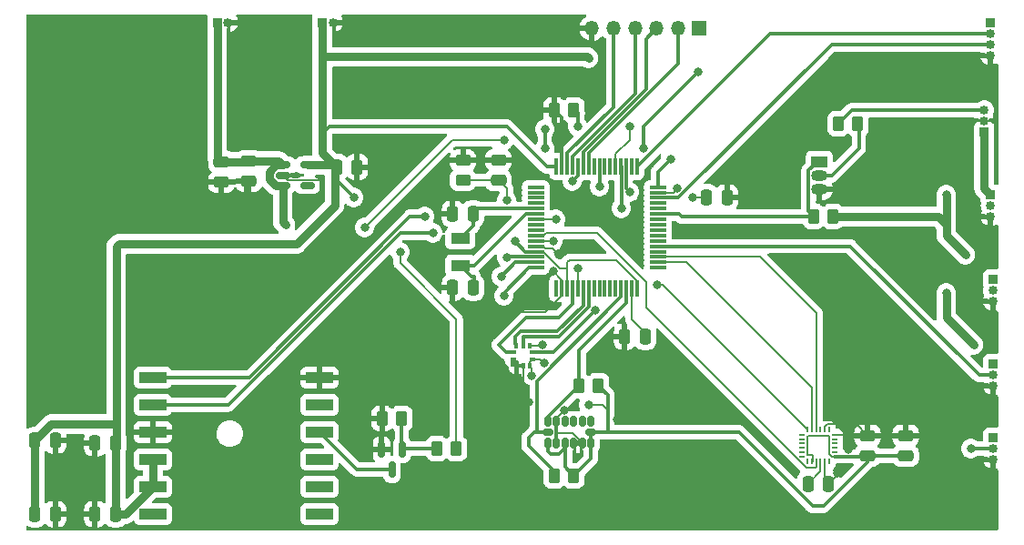
<source format=gbr>
%TF.GenerationSoftware,KiCad,Pcbnew,(6.0.9)*%
%TF.CreationDate,2023-10-13T22:04:35+03:00*%
%TF.ProjectId,ULV,554c562e-6b69-4636-9164-5f7063625858,rev?*%
%TF.SameCoordinates,Original*%
%TF.FileFunction,Copper,L1,Top*%
%TF.FilePolarity,Positive*%
%FSLAX46Y46*%
G04 Gerber Fmt 4.6, Leading zero omitted, Abs format (unit mm)*
G04 Created by KiCad (PCBNEW (6.0.9)) date 2023-10-13 22:04:35*
%MOMM*%
%LPD*%
G01*
G04 APERTURE LIST*
G04 Aperture macros list*
%AMRoundRect*
0 Rectangle with rounded corners*
0 $1 Rounding radius*
0 $2 $3 $4 $5 $6 $7 $8 $9 X,Y pos of 4 corners*
0 Add a 4 corners polygon primitive as box body*
4,1,4,$2,$3,$4,$5,$6,$7,$8,$9,$2,$3,0*
0 Add four circle primitives for the rounded corners*
1,1,$1+$1,$2,$3*
1,1,$1+$1,$4,$5*
1,1,$1+$1,$6,$7*
1,1,$1+$1,$8,$9*
0 Add four rect primitives between the rounded corners*
20,1,$1+$1,$2,$3,$4,$5,0*
20,1,$1+$1,$4,$5,$6,$7,0*
20,1,$1+$1,$6,$7,$8,$9,0*
20,1,$1+$1,$8,$9,$2,$3,0*%
G04 Aperture macros list end*
%TA.AperFunction,ComponentPad*%
%ADD10R,0.850000X0.850000*%
%TD*%
%TA.AperFunction,ComponentPad*%
%ADD11O,0.850000X0.850000*%
%TD*%
%TA.AperFunction,SMDPad,CuDef*%
%ADD12RoundRect,0.250000X-0.250000X-0.475000X0.250000X-0.475000X0.250000X0.475000X-0.250000X0.475000X0*%
%TD*%
%TA.AperFunction,SMDPad,CuDef*%
%ADD13RoundRect,0.250000X-0.475000X0.250000X-0.475000X-0.250000X0.475000X-0.250000X0.475000X0.250000X0*%
%TD*%
%TA.AperFunction,SMDPad,CuDef*%
%ADD14RoundRect,0.250000X0.475000X-0.250000X0.475000X0.250000X-0.475000X0.250000X-0.475000X-0.250000X0*%
%TD*%
%TA.AperFunction,SMDPad,CuDef*%
%ADD15RoundRect,0.100000X0.175000X0.100000X-0.175000X0.100000X-0.175000X-0.100000X0.175000X-0.100000X0*%
%TD*%
%TA.AperFunction,SMDPad,CuDef*%
%ADD16RoundRect,0.100000X0.100000X0.175000X-0.100000X0.175000X-0.100000X-0.175000X0.100000X-0.175000X0*%
%TD*%
%TA.AperFunction,SMDPad,CuDef*%
%ADD17RoundRect,0.250000X0.250000X0.475000X-0.250000X0.475000X-0.250000X-0.475000X0.250000X-0.475000X0*%
%TD*%
%TA.AperFunction,SMDPad,CuDef*%
%ADD18RoundRect,0.150000X0.150000X-0.325000X0.150000X0.325000X-0.150000X0.325000X-0.150000X-0.325000X0*%
%TD*%
%TA.AperFunction,SMDPad,CuDef*%
%ADD19RoundRect,0.150000X0.325000X-0.150000X0.325000X0.150000X-0.325000X0.150000X-0.325000X-0.150000X0*%
%TD*%
%TA.AperFunction,SMDPad,CuDef*%
%ADD20RoundRect,0.250000X0.262500X0.450000X-0.262500X0.450000X-0.262500X-0.450000X0.262500X-0.450000X0*%
%TD*%
%TA.AperFunction,ComponentPad*%
%ADD21R,1.500000X1.050000*%
%TD*%
%TA.AperFunction,ComponentPad*%
%ADD22O,1.500000X1.050000*%
%TD*%
%TA.AperFunction,SMDPad,CuDef*%
%ADD23RoundRect,0.250000X-0.262500X-0.450000X0.262500X-0.450000X0.262500X0.450000X-0.262500X0.450000X0*%
%TD*%
%TA.AperFunction,SMDPad,CuDef*%
%ADD24RoundRect,0.050000X-0.225000X-0.050000X0.225000X-0.050000X0.225000X0.050000X-0.225000X0.050000X0*%
%TD*%
%TA.AperFunction,SMDPad,CuDef*%
%ADD25RoundRect,0.050000X0.050000X-0.225000X0.050000X0.225000X-0.050000X0.225000X-0.050000X-0.225000X0*%
%TD*%
%TA.AperFunction,SMDPad,CuDef*%
%ADD26R,1.800000X1.000000*%
%TD*%
%TA.AperFunction,SMDPad,CuDef*%
%ADD27RoundRect,0.250000X-0.450000X0.262500X-0.450000X-0.262500X0.450000X-0.262500X0.450000X0.262500X0*%
%TD*%
%TA.AperFunction,SMDPad,CuDef*%
%ADD28RoundRect,0.150000X-0.512500X-0.150000X0.512500X-0.150000X0.512500X0.150000X-0.512500X0.150000X0*%
%TD*%
%TA.AperFunction,SMDPad,CuDef*%
%ADD29RoundRect,0.075000X-0.700000X-0.075000X0.700000X-0.075000X0.700000X0.075000X-0.700000X0.075000X0*%
%TD*%
%TA.AperFunction,SMDPad,CuDef*%
%ADD30RoundRect,0.075000X-0.075000X-0.700000X0.075000X-0.700000X0.075000X0.700000X-0.075000X0.700000X0*%
%TD*%
%TA.AperFunction,SMDPad,CuDef*%
%ADD31R,2.500000X1.000000*%
%TD*%
%TA.AperFunction,SMDPad,CuDef*%
%ADD32RoundRect,0.150000X-0.150000X0.587500X-0.150000X-0.587500X0.150000X-0.587500X0.150000X0.587500X0*%
%TD*%
%TA.AperFunction,ComponentPad*%
%ADD33R,1.350000X1.350000*%
%TD*%
%TA.AperFunction,ComponentPad*%
%ADD34O,1.350000X1.350000*%
%TD*%
%TA.AperFunction,ViaPad*%
%ADD35C,0.800000*%
%TD*%
%TA.AperFunction,Conductor*%
%ADD36C,0.800000*%
%TD*%
%TA.AperFunction,Conductor*%
%ADD37C,0.250000*%
%TD*%
%TA.AperFunction,Conductor*%
%ADD38C,0.200000*%
%TD*%
%TA.AperFunction,Conductor*%
%ADD39C,0.300000*%
%TD*%
G04 APERTURE END LIST*
D10*
%TO.P,J5,1,Pin_1*%
%TO.N,3V3*%
X106807000Y-74386000D03*
D11*
%TO.P,J5,2,Pin_2*%
%TO.N,GND*%
X107807000Y-74386000D03*
%TD*%
D12*
%TO.P,C13,1*%
%TO.N,3V3*%
X108151000Y-87848000D03*
%TO.P,C13,2*%
%TO.N,GND*%
X110051000Y-87848000D03*
%TD*%
D13*
%TO.P,C1,1*%
%TO.N,5V*%
X97417000Y-87345000D03*
%TO.P,C1,2*%
%TO.N,GND*%
X97417000Y-89245000D03*
%TD*%
D14*
%TO.P,C10,1*%
%TO.N,3V3*%
X161073000Y-114726000D03*
%TO.P,C10,2*%
%TO.N,GND*%
X161073000Y-112826000D03*
%TD*%
D12*
%TO.P,C14,1*%
%TO.N,GND*%
X118938000Y-99060000D03*
%TO.P,C14,2*%
%TO.N,OSC_OUT*%
X120838000Y-99060000D03*
%TD*%
D10*
%TO.P,J8,1,Pin_1*%
%TO.N,5V*%
X169200000Y-98314000D03*
D11*
%TO.P,J8,2,Pin_2*%
%TO.N,ESC_PWM3*%
X169200000Y-99314000D03*
%TO.P,J8,3,Pin_3*%
%TO.N,GND*%
X169200000Y-100314000D03*
%TD*%
D10*
%TO.P,J3,1,Pin_1*%
%TO.N,3V3*%
X168946000Y-74446000D03*
D11*
%TO.P,J3,2,Pin_2*%
%TO.N,SWCLK*%
X168946000Y-75446000D03*
%TO.P,J3,3,Pin_3*%
%TO.N,SWDIO*%
X168946000Y-76446000D03*
%TO.P,J3,4,Pin_4*%
%TO.N,GND*%
X168946000Y-77446000D03*
%TD*%
D14*
%TO.P,C11,1*%
%TO.N,3V3*%
X157517000Y-114726000D03*
%TO.P,C11,2*%
%TO.N,GND*%
X157517000Y-112826000D03*
%TD*%
D15*
%TO.P,U6,1,VDDio*%
%TO.N,3V3*%
X126401000Y-105710000D03*
%TO.P,U6,2,SCL/SCLK*%
%TO.N,P_SCLK*%
X126401000Y-105110000D03*
D16*
%TO.P,U6,3,GND*%
%TO.N,GND*%
X126076000Y-104485000D03*
%TO.P,U6,4,SDA/MOSI*%
%TO.N,P_MOSI*%
X125476000Y-104485000D03*
%TO.P,U6,5,SA0/MISO*%
%TO.N,P_MISO*%
X124876000Y-104485000D03*
D15*
%TO.P,U6,6,~{CS}*%
%TO.N,P_CS*%
X124551000Y-105110000D03*
%TO.P,U6,7,INT_DRDY*%
%TO.N,GND*%
X124551000Y-105710000D03*
D16*
%TO.P,U6,8,GND*%
X124876000Y-106335000D03*
%TO.P,U6,9,GND*%
X125476000Y-106335000D03*
%TO.P,U6,10,VDD*%
%TO.N,3V3*%
X126076000Y-106335000D03*
%TD*%
D17*
%TO.P,C3,1*%
%TO.N,3V3*%
X87564000Y-113538000D03*
%TO.P,C3,2*%
%TO.N,GND*%
X85664000Y-113538000D03*
%TD*%
D18*
%TO.P,U7,1,Vdd_I/O*%
%TO.N,3V3*%
X127794000Y-113522000D03*
%TO.P,U7,2,GND*%
%TO.N,GND*%
X128594000Y-113522000D03*
%TO.P,U7,3,RES*%
%TO.N,3V3*%
X129394000Y-113522000D03*
%TO.P,U7,4,GND*%
%TO.N,GND*%
X130194000Y-113522000D03*
%TO.P,U7,5,GND*%
X130994000Y-113522000D03*
%TO.P,U7,6,Vs*%
%TO.N,3V3*%
X131794000Y-113522000D03*
D19*
%TO.P,U7,7,~{CS}*%
X131794000Y-112522000D03*
D18*
%TO.P,U7,8,INT1*%
%TO.N,A_INT1*%
X131794000Y-111522000D03*
%TO.P,U7,9,INT2*%
%TO.N,A_INT2*%
X130994000Y-111522000D03*
%TO.P,U7,10,NC*%
%TO.N,unconnected-(U7-Pad10)*%
X130194000Y-111522000D03*
%TO.P,U7,11,RES*%
%TO.N,unconnected-(U7-Pad11)*%
X129394000Y-111522000D03*
%TO.P,U7,12,SDO/ADDR*%
%TO.N,GND*%
X128594000Y-111522000D03*
%TO.P,U7,13,SDA/SDI/SDIO*%
%TO.N,A_SDA*%
X127794000Y-111522000D03*
D19*
%TO.P,U7,14,SCL/SCLK*%
%TO.N,A_SCL*%
X127794000Y-112522000D03*
%TD*%
D20*
%TO.P,R1,1*%
%TO.N,GPS_RESET*%
X119276500Y-114046000D03*
%TO.P,R1,2*%
%TO.N,Net-(Q1-Pad1)*%
X117451500Y-114046000D03*
%TD*%
D12*
%TO.P,C4,1*%
%TO.N,3V3*%
X80076000Y-113284000D03*
%TO.P,C4,2*%
%TO.N,GND*%
X81976000Y-113284000D03*
%TD*%
D13*
%TO.P,C2,1*%
%TO.N,5V*%
X99957000Y-87279000D03*
%TO.P,C2,2*%
%TO.N,GND*%
X99957000Y-89179000D03*
%TD*%
D10*
%TO.P,J2,1,Pin_1*%
%TO.N,5V*%
X169236000Y-106188000D03*
D11*
%TO.P,J2,2,Pin_2*%
%TO.N,ESC_PWM1*%
X169236000Y-107188000D03*
%TO.P,J2,3,Pin_3*%
%TO.N,GND*%
X169236000Y-108188000D03*
%TD*%
D20*
%TO.P,R2,1*%
%TO.N,Net-(Q1-Pad1)*%
X114196500Y-111252000D03*
%TO.P,R2,2*%
%TO.N,GND*%
X112371500Y-111252000D03*
%TD*%
D21*
%TO.P,Q2,1,C*%
%TO.N,SBUS_RX*%
X153056000Y-87376000D03*
D22*
%TO.P,Q2,2,B*%
%TO.N,Net-(Q2-Pad2)*%
X153056000Y-88646000D03*
%TO.P,Q2,3,E*%
%TO.N,GND*%
X153056000Y-89916000D03*
%TD*%
D12*
%TO.P,C15,1*%
%TO.N,GND*%
X118938000Y-92202000D03*
%TO.P,C15,2*%
%TO.N,OSC_IN*%
X120838000Y-92202000D03*
%TD*%
D10*
%TO.P,J4,1,Pin_1*%
%TO.N,5V*%
X97036000Y-74386000D03*
D11*
%TO.P,J4,2,Pin_2*%
%TO.N,GND*%
X98036000Y-74386000D03*
%TD*%
D12*
%TO.P,C12,1*%
%TO.N,Net-(C12-Pad1)*%
X151995000Y-117332000D03*
%TO.P,C12,2*%
%TO.N,GND*%
X153895000Y-117332000D03*
%TD*%
D20*
%TO.P,R11,1*%
%TO.N,3V3*%
X132484500Y-108204000D03*
%TO.P,R11,2*%
%TO.N,A_SDA*%
X130659500Y-108204000D03*
%TD*%
%TO.P,R4,1*%
%TO.N,5V*%
X154328500Y-92456000D03*
%TO.P,R4,2*%
%TO.N,SBUS_RX*%
X152503500Y-92456000D03*
%TD*%
D17*
%TO.P,C6,1*%
%TO.N,3V3*%
X87564000Y-120142000D03*
%TO.P,C6,2*%
%TO.N,GND*%
X85664000Y-120142000D03*
%TD*%
D23*
%TO.P,R3,1*%
%TO.N,SBUS_SIGNAL*%
X154789500Y-83820000D03*
%TO.P,R3,2*%
%TO.N,Net-(Q2-Pad2)*%
X156614500Y-83820000D03*
%TD*%
D20*
%TO.P,R7,1*%
%TO.N,Net-(R7-Pad1)*%
X130198500Y-82550000D03*
%TO.P,R7,2*%
%TO.N,GND*%
X128373500Y-82550000D03*
%TD*%
D24*
%TO.P,U4,1,NC*%
%TO.N,unconnected-(U4-Pad1)*%
X151445000Y-112776000D03*
%TO.P,U4,2,NC*%
%TO.N,unconnected-(U4-Pad2)*%
X151445000Y-113176000D03*
%TO.P,U4,3,NC*%
%TO.N,unconnected-(U4-Pad3)*%
X151445000Y-113576000D03*
%TO.P,U4,4,NC*%
%TO.N,unconnected-(U4-Pad4)*%
X151445000Y-113976000D03*
%TO.P,U4,5,NC*%
%TO.N,unconnected-(U4-Pad5)*%
X151445000Y-114376000D03*
%TO.P,U4,6,NC*%
%TO.N,unconnected-(U4-Pad6)*%
X151445000Y-114776000D03*
D25*
%TO.P,U4,7,AUX_CL*%
%TO.N,unconnected-(U4-Pad7)*%
X151945000Y-115276000D03*
%TO.P,U4,8,VDDIO*%
%TO.N,3V3*%
X152345000Y-115276000D03*
%TO.P,U4,9,SDO/AD0*%
%TO.N,G_MISO*%
X152745000Y-115276000D03*
%TO.P,U4,10,REGOUT*%
%TO.N,Net-(C12-Pad1)*%
X153145000Y-115276000D03*
%TO.P,U4,11,FSYNC*%
%TO.N,GND*%
X153545000Y-115276000D03*
%TO.P,U4,12,INT1*%
%TO.N,G_INT1*%
X153945000Y-115276000D03*
D24*
%TO.P,U4,13,VDD*%
%TO.N,3V3*%
X154445000Y-114776000D03*
%TO.P,U4,14,NC*%
%TO.N,unconnected-(U4-Pad14)*%
X154445000Y-114376000D03*
%TO.P,U4,15,NC*%
%TO.N,unconnected-(U4-Pad15)*%
X154445000Y-113976000D03*
%TO.P,U4,16,NC*%
%TO.N,unconnected-(U4-Pad16)*%
X154445000Y-113576000D03*
%TO.P,U4,17,NC*%
%TO.N,unconnected-(U4-Pad17)*%
X154445000Y-113176000D03*
%TO.P,U4,18,GND*%
%TO.N,GND*%
X154445000Y-112776000D03*
D25*
%TO.P,U4,19,RESV*%
%TO.N,unconnected-(U4-Pad19)*%
X153945000Y-112276000D03*
%TO.P,U4,20,GND*%
%TO.N,GND*%
X153545000Y-112276000D03*
%TO.P,U4,21,AUX_DA*%
%TO.N,unconnected-(U4-Pad21)*%
X153145000Y-112276000D03*
%TO.P,U4,22,~{CS}*%
%TO.N,G_NSS*%
X152745000Y-112276000D03*
%TO.P,U4,23,SCL/SCLK*%
%TO.N,G_SCLK*%
X152345000Y-112276000D03*
%TO.P,U4,24,SDA/SDI*%
%TO.N,G_MOSI*%
X151945000Y-112276000D03*
%TD*%
D17*
%TO.P,C8,1*%
%TO.N,Net-(C8-Pad1)*%
X136840000Y-103632000D03*
%TO.P,C8,2*%
%TO.N,GND*%
X134940000Y-103632000D03*
%TD*%
D10*
%TO.P,J7,1,Pin_1*%
%TO.N,5V*%
X168982000Y-90440000D03*
D11*
%TO.P,J7,2,Pin_2*%
%TO.N,ESC_PWM2*%
X168982000Y-91440000D03*
%TO.P,J7,3,Pin_3*%
%TO.N,GND*%
X168982000Y-92440000D03*
%TD*%
D26*
%TO.P,Y1,1,1*%
%TO.N,OSC_OUT*%
X119634000Y-97008000D03*
%TO.P,Y1,2,2*%
%TO.N,OSC_IN*%
X119634000Y-94508000D03*
%TD*%
D27*
%TO.P,R5,1*%
%TO.N,GND*%
X119888000Y-87225500D03*
%TO.P,R5,2*%
%TO.N,Net-(C7-Pad1)*%
X119888000Y-89050500D03*
%TD*%
D28*
%TO.P,U3,1,IN*%
%TO.N,5V*%
X103137500Y-87660000D03*
%TO.P,U3,2,GND*%
%TO.N,GND*%
X103137500Y-88610000D03*
%TO.P,U3,3,EN*%
%TO.N,5V*%
X103137500Y-89560000D03*
%TO.P,U3,4,NC*%
%TO.N,unconnected-(U3-Pad4)*%
X105412500Y-89560000D03*
%TO.P,U3,5,OUT*%
%TO.N,3V3*%
X105412500Y-87660000D03*
%TD*%
D12*
%TO.P,C5,1*%
%TO.N,3V3*%
X80076000Y-120142000D03*
%TO.P,C5,2*%
%TO.N,GND*%
X81976000Y-120142000D03*
%TD*%
D14*
%TO.P,C7,1*%
%TO.N,Net-(C7-Pad1)*%
X123190000Y-89088000D03*
%TO.P,C7,2*%
%TO.N,GND*%
X123190000Y-87188000D03*
%TD*%
D20*
%TO.P,R10,1*%
%TO.N,3V3*%
X130198500Y-116586000D03*
%TO.P,R10,2*%
%TO.N,A_SCL*%
X128373500Y-116586000D03*
%TD*%
D29*
%TO.P,U5,1,VBAT*%
%TO.N,unconnected-(U5-Pad1)*%
X126659000Y-89722000D03*
%TO.P,U5,2,PC13*%
%TO.N,unconnected-(U5-Pad2)*%
X126659000Y-90222000D03*
%TO.P,U5,3,PC14*%
%TO.N,unconnected-(U5-Pad3)*%
X126659000Y-90722000D03*
%TO.P,U5,4,PC15*%
%TO.N,unconnected-(U5-Pad4)*%
X126659000Y-91222000D03*
%TO.P,U5,5,PH0*%
%TO.N,OSC_IN*%
X126659000Y-91722000D03*
%TO.P,U5,6,PH1*%
%TO.N,OSC_OUT*%
X126659000Y-92222000D03*
%TO.P,U5,7,NRST*%
%TO.N,Net-(C7-Pad1)*%
X126659000Y-92722000D03*
%TO.P,U5,8,PC0*%
%TO.N,unconnected-(U5-Pad8)*%
X126659000Y-93222000D03*
%TO.P,U5,9,PC1*%
%TO.N,unconnected-(U5-Pad9)*%
X126659000Y-93722000D03*
%TO.P,U5,10,PC2*%
%TO.N,G_MISO*%
X126659000Y-94222000D03*
%TO.P,U5,11,PC3*%
%TO.N,G_MOSI*%
X126659000Y-94722000D03*
%TO.P,U5,12,VSSA*%
%TO.N,GND*%
X126659000Y-95222000D03*
%TO.P,U5,13,VDDA*%
%TO.N,3V3*%
X126659000Y-95722000D03*
%TO.P,U5,14,PA0*%
%TO.N,ESC_PWM2*%
X126659000Y-96222000D03*
%TO.P,U5,15,PA1*%
%TO.N,ESC_PWM3*%
X126659000Y-96722000D03*
%TO.P,U5,16,PA2*%
%TO.N,ESC_PWM4*%
X126659000Y-97222000D03*
D30*
%TO.P,U5,17,PA3*%
%TO.N,unconnected-(U5-Pad17)*%
X128584000Y-99147000D03*
%TO.P,U5,18,VSS*%
%TO.N,GND*%
X129084000Y-99147000D03*
%TO.P,U5,19,VDD*%
%TO.N,3V3*%
X129584000Y-99147000D03*
%TO.P,U5,20,PA4*%
%TO.N,P_CS*%
X130084000Y-99147000D03*
%TO.P,U5,21,PA5*%
%TO.N,P_SCLK*%
X130584000Y-99147000D03*
%TO.P,U5,22,PA6*%
%TO.N,P_MISO*%
X131084000Y-99147000D03*
%TO.P,U5,23,PA7*%
%TO.N,P_MOSI*%
X131584000Y-99147000D03*
%TO.P,U5,24,PC4*%
%TO.N,unconnected-(U5-Pad24)*%
X132084000Y-99147000D03*
%TO.P,U5,25,PC5*%
%TO.N,unconnected-(U5-Pad25)*%
X132584000Y-99147000D03*
%TO.P,U5,26,PB0*%
%TO.N,unconnected-(U5-Pad26)*%
X133084000Y-99147000D03*
%TO.P,U5,27,PB1*%
%TO.N,unconnected-(U5-Pad27)*%
X133584000Y-99147000D03*
%TO.P,U5,28,PB2*%
%TO.N,unconnected-(U5-Pad28)*%
X134084000Y-99147000D03*
%TO.P,U5,29,PB10*%
%TO.N,A_SCL*%
X134584000Y-99147000D03*
%TO.P,U5,30,PB11*%
%TO.N,A_SDA*%
X135084000Y-99147000D03*
%TO.P,U5,31,VCAP_1*%
%TO.N,Net-(C8-Pad1)*%
X135584000Y-99147000D03*
%TO.P,U5,32,VDD*%
%TO.N,3V3*%
X136084000Y-99147000D03*
D29*
%TO.P,U5,33,PB12*%
%TO.N,unconnected-(U5-Pad33)*%
X138009000Y-97222000D03*
%TO.P,U5,34,PB13*%
%TO.N,G_SCLK*%
X138009000Y-96722000D03*
%TO.P,U5,35,PB14*%
%TO.N,G_NSS*%
X138009000Y-96222000D03*
%TO.P,U5,36,PB15*%
%TO.N,unconnected-(U5-Pad36)*%
X138009000Y-95722000D03*
%TO.P,U5,37,PC6*%
%TO.N,ESC_PWM1*%
X138009000Y-95222000D03*
%TO.P,U5,38,PC7*%
%TO.N,unconnected-(U5-Pad38)*%
X138009000Y-94722000D03*
%TO.P,U5,39,PC8*%
%TO.N,unconnected-(U5-Pad39)*%
X138009000Y-94222000D03*
%TO.P,U5,40,PC9*%
%TO.N,unconnected-(U5-Pad40)*%
X138009000Y-93722000D03*
%TO.P,U5,41,PA8*%
%TO.N,unconnected-(U5-Pad41)*%
X138009000Y-93222000D03*
%TO.P,U5,42,PA9*%
%TO.N,unconnected-(U5-Pad42)*%
X138009000Y-92722000D03*
%TO.P,U5,43,PA10*%
%TO.N,SBUS_RX*%
X138009000Y-92222000D03*
%TO.P,U5,44,PA11*%
%TO.N,unconnected-(U5-Pad44)*%
X138009000Y-91722000D03*
%TO.P,U5,45,PA12*%
%TO.N,unconnected-(U5-Pad45)*%
X138009000Y-91222000D03*
%TO.P,U5,46,PA13*%
%TO.N,SWDIO*%
X138009000Y-90722000D03*
%TO.P,U5,47,VCAP_2*%
%TO.N,Net-(C9-Pad1)*%
X138009000Y-90222000D03*
%TO.P,U5,48,VDD*%
%TO.N,3V3*%
X138009000Y-89722000D03*
D30*
%TO.P,U5,49,PA14*%
%TO.N,SWCLK*%
X136084000Y-87797000D03*
%TO.P,U5,50,PA15*%
%TO.N,unconnected-(U5-Pad50)*%
X135584000Y-87797000D03*
%TO.P,U5,51,PC10*%
%TO.N,GPS_RX*%
X135084000Y-87797000D03*
%TO.P,U5,52,PC11*%
%TO.N,GPS_TX*%
X134584000Y-87797000D03*
%TO.P,U5,53,PC12*%
%TO.N,GPS_RESET*%
X134084000Y-87797000D03*
%TO.P,U5,54,PD2*%
%TO.N,unconnected-(U5-Pad54)*%
X133584000Y-87797000D03*
%TO.P,U5,55,PB3*%
%TO.N,unconnected-(U5-Pad55)*%
X133084000Y-87797000D03*
%TO.P,U5,56,PB4*%
%TO.N,TEMP_W*%
X132584000Y-87797000D03*
%TO.P,U5,57,PB5*%
%TO.N,unconnected-(U5-Pad57)*%
X132084000Y-87797000D03*
%TO.P,U5,58,PB6*%
%TO.N,M_SCL_2*%
X131584000Y-87797000D03*
%TO.P,U5,59,PB7*%
%TO.N,M_SDA_2*%
X131084000Y-87797000D03*
%TO.P,U5,60,BOOT0*%
%TO.N,Net-(R7-Pad1)*%
X130584000Y-87797000D03*
%TO.P,U5,61,PB8*%
%TO.N,M_IO0_2*%
X130084000Y-87797000D03*
%TO.P,U5,62,PB9*%
%TO.N,M_IO1_2*%
X129584000Y-87797000D03*
%TO.P,U5,63,VSS*%
%TO.N,GND*%
X129084000Y-87797000D03*
%TO.P,U5,64,VDD*%
%TO.N,3V3*%
X128584000Y-87797000D03*
%TD*%
D12*
%TO.P,C9,1*%
%TO.N,Net-(C9-Pad1)*%
X142560000Y-90678000D03*
%TO.P,C9,2*%
%TO.N,GND*%
X144460000Y-90678000D03*
%TD*%
D10*
%TO.P,J1,1,Pin_1*%
%TO.N,5V*%
X169236000Y-113046000D03*
D11*
%TO.P,J1,2,Pin_2*%
%TO.N,ESC_PWM4*%
X169236000Y-114046000D03*
%TO.P,J1,3,Pin_3*%
%TO.N,GND*%
X169236000Y-115046000D03*
%TD*%
D31*
%TO.P,U2,1,RXD1*%
%TO.N,GPS_RX*%
X91056000Y-107434000D03*
%TO.P,U2,2,TXD1*%
%TO.N,GPS_TX*%
X91056000Y-109974000D03*
%TO.P,U2,3,GND*%
%TO.N,GND*%
X91056000Y-112514000D03*
%TO.P,U2,4,VCC*%
%TO.N,3V3*%
X91056000Y-115054000D03*
%TO.P,U2,5,V_BCKP*%
X91056000Y-117594000D03*
%TO.P,U2,6,1PPS*%
%TO.N,unconnected-(U2-Pad6)*%
X91056000Y-120134000D03*
%TO.P,U2,7,RESERVED*%
%TO.N,unconnected-(U2-Pad7)*%
X106556000Y-120134000D03*
%TO.P,U2,8,RESERVED*%
%TO.N,unconnected-(U2-Pad8)*%
X106556000Y-117594000D03*
%TO.P,U2,9,NC*%
%TO.N,unconnected-(U2-Pad9)*%
X106556000Y-115054000D03*
%TO.P,U2,10,~{RESET}*%
%TO.N,Net-(Q1-Pad3)*%
X106556000Y-112514000D03*
%TO.P,U2,11,RESERVED*%
%TO.N,unconnected-(U2-Pad11)*%
X106556000Y-109974000D03*
%TO.P,U2,12,GND*%
%TO.N,GND*%
X106556000Y-107434000D03*
%TD*%
D32*
%TO.P,Q1,1,B*%
%TO.N,Net-(Q1-Pad1)*%
X114234000Y-114124500D03*
%TO.P,Q1,2,E*%
%TO.N,GND*%
X112334000Y-114124500D03*
%TO.P,Q1,3,C*%
%TO.N,Net-(Q1-Pad3)*%
X113284000Y-115999500D03*
%TD*%
D10*
%TO.P,J9,1,Pin_1*%
%TO.N,5V*%
X168366000Y-84566000D03*
D11*
%TO.P,J9,2,Pin_2*%
%TO.N,GND*%
X168366000Y-83566000D03*
%TO.P,J9,3,Pin_3*%
%TO.N,SBUS_SIGNAL*%
X168366000Y-82566000D03*
%TD*%
D33*
%TO.P,J6,1,Pin_1*%
%TO.N,3V3*%
X141890000Y-74930000D03*
D34*
%TO.P,J6,2,Pin_2*%
%TO.N,M_SCL_2*%
X139890000Y-74930000D03*
%TO.P,J6,3,Pin_3*%
%TO.N,M_SDA_2*%
X137890000Y-74930000D03*
%TO.P,J6,4,Pin_4*%
%TO.N,M_IO0_2*%
X135890000Y-74930000D03*
%TO.P,J6,5,Pin_5*%
%TO.N,M_IO1_2*%
X133890000Y-74930000D03*
%TO.P,J6,6,Pin_6*%
%TO.N,GND*%
X131890000Y-74930000D03*
%TD*%
D35*
%TO.N,5V*%
X164846000Y-99568000D03*
X164846000Y-90424000D03*
X166624000Y-96012000D03*
X103378000Y-93218000D03*
X167386000Y-104394000D03*
%TO.N,GND*%
X125984000Y-109728000D03*
X155702000Y-114099500D03*
X105410000Y-91694000D03*
X154686000Y-116332000D03*
X127254000Y-104394000D03*
X129308108Y-110512108D03*
X99568000Y-90932000D03*
X134268642Y-111349358D03*
X128778000Y-96012000D03*
X128270000Y-97536000D03*
%TO.N,3V3*%
X131572000Y-77724000D03*
X131572000Y-109982000D03*
X136652000Y-86106000D03*
X126298543Y-107248544D03*
X124714000Y-94742000D03*
X141732000Y-78994000D03*
X109728000Y-90678000D03*
X127441543Y-106105543D03*
X139192000Y-87122000D03*
%TO.N,Net-(C7-Pad1)*%
X123952000Y-90932000D03*
X128524000Y-92710000D03*
%TO.N,Net-(C9-Pad1)*%
X139856642Y-89818642D03*
X141224000Y-90678000D03*
%TO.N,ESC_PWM4*%
X123698000Y-99822000D03*
X167132000Y-114046000D03*
%TO.N,ESC_PWM2*%
X123952000Y-96266000D03*
%TO.N,ESC_PWM3*%
X123444000Y-98044000D03*
%TO.N,GPS_RESET*%
X110744000Y-93472000D03*
X114046000Y-95758000D03*
X123698000Y-85344000D03*
X135382000Y-84074000D03*
%TO.N,Net-(R7-Pad1)*%
X130556000Y-84074000D03*
X127508000Y-84328000D03*
X127508000Y-86106000D03*
X130048000Y-89154000D03*
%TO.N,TEMP_W*%
X132588000Y-89662000D03*
%TO.N,GPS_RX*%
X135382000Y-90170000D03*
X116332000Y-92456000D03*
%TO.N,GPS_TX*%
X134620000Y-91694000D03*
X117094000Y-93980000D03*
%TO.N,G_MOSI*%
X137922000Y-98806000D03*
X128270000Y-94742000D03*
%TO.N,P_SCLK*%
X132223747Y-101154535D03*
X130556000Y-97282000D03*
%TD*%
D36*
%TO.N,5V*%
X164846000Y-93218000D02*
X164846000Y-94234000D01*
X101854000Y-88946423D02*
X101854000Y-88273577D01*
X99957000Y-87279000D02*
X102756500Y-87279000D01*
X102756500Y-87279000D02*
X103137500Y-87660000D01*
X164846000Y-90424000D02*
X164846000Y-93218000D01*
X164846000Y-101854000D02*
X167386000Y-104394000D01*
X97036000Y-86964000D02*
X97417000Y-87345000D01*
X168366000Y-89824000D02*
X168982000Y-90440000D01*
X102467577Y-89560000D02*
X101854000Y-88946423D01*
X164846000Y-99568000D02*
X164846000Y-101854000D01*
D37*
X102840000Y-87660000D02*
X103137500Y-87660000D01*
D36*
X97417000Y-87345000D02*
X99891000Y-87345000D01*
X101854000Y-88273577D02*
X102467577Y-87660000D01*
X154328500Y-92456000D02*
X164084000Y-92456000D01*
X99891000Y-87345000D02*
X99957000Y-87279000D01*
X164084000Y-92456000D02*
X164846000Y-93218000D01*
D37*
X103137500Y-89560000D02*
X102856486Y-89560000D01*
D36*
X102467577Y-87660000D02*
X103137500Y-87660000D01*
X164846000Y-94234000D02*
X166624000Y-96012000D01*
X103137500Y-92977500D02*
X103378000Y-93218000D01*
X103137500Y-89560000D02*
X102467577Y-89560000D01*
X168366000Y-84566000D02*
X168366000Y-89824000D01*
X97036000Y-74386000D02*
X97036000Y-86964000D01*
X103137500Y-89560000D02*
X103137500Y-92977500D01*
D38*
%TO.N,GND*%
X127587092Y-101346000D02*
X119888000Y-101346000D01*
X129084000Y-99147000D02*
X129084000Y-98350000D01*
X153780263Y-111774000D02*
X156465000Y-111774000D01*
D39*
X128594000Y-111522000D02*
X128594000Y-112592000D01*
D38*
X129084000Y-99849092D02*
X127587092Y-101346000D01*
X154686000Y-116332000D02*
X154686000Y-116541000D01*
X128186000Y-95420000D02*
X127559092Y-95420000D01*
X119888000Y-101346000D02*
X118938000Y-100396000D01*
X154686000Y-116541000D02*
X153895000Y-117332000D01*
X155702000Y-112776000D02*
X155702000Y-114099500D01*
X128594000Y-113522000D02*
X128594000Y-113468000D01*
X126076000Y-104485000D02*
X127163000Y-104485000D01*
X128594000Y-112592000D02*
X130064000Y-112592000D01*
X129084000Y-98350000D02*
X128270000Y-97536000D01*
X106547000Y-89033000D02*
X106680000Y-88900000D01*
D39*
X153895000Y-117332000D02*
X153572000Y-117009000D01*
D38*
X99568000Y-90932000D02*
X99568000Y-89568000D01*
X157467000Y-112776000D02*
X157517000Y-112826000D01*
X153545000Y-112276000D02*
X153545000Y-112009263D01*
X134940000Y-110678000D02*
X134940000Y-103632000D01*
X106680000Y-88900000D02*
X106680000Y-90424000D01*
X155702000Y-112776000D02*
X157467000Y-112776000D01*
X125476000Y-106335000D02*
X125476000Y-109220000D01*
X156465000Y-111774000D02*
X157517000Y-112826000D01*
X134268642Y-111349358D02*
X134940000Y-110678000D01*
X99568000Y-89568000D02*
X99957000Y-89179000D01*
X153545000Y-116982000D02*
X153895000Y-117332000D01*
X127484092Y-95345000D02*
X127000000Y-95345000D01*
X129308108Y-110512108D02*
X128594000Y-111226216D01*
X106680000Y-90424000D02*
X105410000Y-91694000D01*
X153545000Y-112009263D02*
X153780263Y-111774000D01*
X118938000Y-100396000D02*
X118938000Y-99060000D01*
D39*
X130194000Y-113522000D02*
X130994000Y-113522000D01*
D38*
X125476000Y-109220000D02*
X125984000Y-109728000D01*
X155448000Y-112776000D02*
X155702000Y-112776000D01*
X129084000Y-99147000D02*
X129084000Y-99849092D01*
X103560500Y-89033000D02*
X106547000Y-89033000D01*
X127559092Y-95420000D02*
X127484092Y-95345000D01*
X103137500Y-88610000D02*
X103560500Y-89033000D01*
X128778000Y-96012000D02*
X128186000Y-95420000D01*
D39*
X129084000Y-87797000D02*
X129084000Y-83260500D01*
D38*
X128594000Y-111226216D02*
X128594000Y-111522000D01*
X130064000Y-112592000D02*
X130994000Y-113522000D01*
D39*
X129084000Y-83260500D02*
X128373500Y-82550000D01*
D38*
X153545000Y-115276000D02*
X153545000Y-116982000D01*
D39*
X128594000Y-112592000D02*
X128594000Y-113468000D01*
D38*
X154445000Y-112776000D02*
X155448000Y-112776000D01*
X127163000Y-104485000D02*
X127254000Y-104394000D01*
D36*
%TO.N,3V3*%
X104394000Y-94996000D02*
X87884000Y-94996000D01*
D39*
X127762000Y-114300000D02*
X127762000Y-113554000D01*
D38*
X151970000Y-112939578D02*
X152028578Y-112881000D01*
X152345000Y-115276000D02*
X152400000Y-115221000D01*
D36*
X81600000Y-111760000D02*
X84328000Y-111760000D01*
D38*
X152028578Y-114671000D02*
X151970000Y-114612422D01*
D36*
X106807000Y-74386000D02*
X106807000Y-77597000D01*
D39*
X136652000Y-86106000D02*
X136652000Y-84074000D01*
X128778000Y-114554000D02*
X128016000Y-114554000D01*
D38*
X153861422Y-112881000D02*
X153924000Y-112943578D01*
D36*
X91056000Y-117594000D02*
X91056000Y-115054000D01*
X106807000Y-77597000D02*
X106807000Y-84709000D01*
D38*
X152028578Y-112881000D02*
X153861422Y-112881000D01*
D39*
X128016000Y-114554000D02*
X127762000Y-114300000D01*
X133350000Y-109069500D02*
X132484500Y-108204000D01*
D36*
X80076000Y-120142000D02*
X80076000Y-113284000D01*
D39*
X131794000Y-112522000D02*
X131794000Y-113522000D01*
X157467000Y-114776000D02*
X157517000Y-114726000D01*
D38*
X129584000Y-96730000D02*
X129584000Y-97326000D01*
X129794000Y-96520000D02*
X129584000Y-96730000D01*
X132842000Y-109982000D02*
X133350000Y-110490000D01*
D39*
X123952000Y-84074000D02*
X107442000Y-84074000D01*
D38*
X136084000Y-98444908D02*
X134159092Y-96520000D01*
D36*
X84328000Y-111760000D02*
X87630000Y-111760000D01*
X87630000Y-95250000D02*
X87630000Y-111760000D01*
D38*
X151970000Y-114612422D02*
X151970000Y-112939578D01*
D39*
X138009000Y-88305000D02*
X139192000Y-87122000D01*
D38*
X126298543Y-106557543D02*
X126076000Y-106335000D01*
D39*
X136652000Y-84074000D02*
X141732000Y-78994000D01*
D36*
X106807000Y-84709000D02*
X106807000Y-86504000D01*
X131445000Y-77597000D02*
X131572000Y-77724000D01*
D39*
X125694000Y-95722000D02*
X124714000Y-94742000D01*
X157517000Y-114726000D02*
X161073000Y-114726000D01*
D38*
X134159092Y-96520000D02*
X129794000Y-96520000D01*
D39*
X128584000Y-87797000D02*
X127675000Y-87797000D01*
X131794000Y-112522000D02*
X133350000Y-112522000D01*
X108151000Y-89101000D02*
X108151000Y-87848000D01*
D38*
X126076000Y-106035000D02*
X126401000Y-105710000D01*
X153924000Y-114554000D02*
X154178000Y-114808000D01*
D39*
X127675000Y-87797000D02*
X123952000Y-84074000D01*
X154445000Y-114776000D02*
X157467000Y-114776000D01*
X129394000Y-113522000D02*
X129394000Y-113938000D01*
D36*
X106807000Y-77597000D02*
X131445000Y-77597000D01*
D38*
X127361092Y-95722000D02*
X128921092Y-97282000D01*
D36*
X87564000Y-113538000D02*
X87564000Y-120142000D01*
X87884000Y-94996000D02*
X87630000Y-95250000D01*
D39*
X107442000Y-84074000D02*
X106807000Y-84709000D01*
D38*
X128921092Y-97282000D02*
X129540000Y-97282000D01*
D39*
X153416000Y-119380000D02*
X157480000Y-115316000D01*
D38*
X126076000Y-106335000D02*
X126076000Y-106035000D01*
D39*
X152400000Y-119380000D02*
X153416000Y-119380000D01*
D36*
X107963000Y-87660000D02*
X108151000Y-87848000D01*
D38*
X136084000Y-99147000D02*
X136084000Y-98444908D01*
D39*
X109728000Y-90678000D02*
X108151000Y-89101000D01*
D38*
X127046000Y-105710000D02*
X127441543Y-106105543D01*
D39*
X138009000Y-89722000D02*
X138009000Y-88305000D01*
D36*
X105412500Y-87660000D02*
X107963000Y-87660000D01*
D39*
X129394000Y-115781500D02*
X129394000Y-113522000D01*
X130198500Y-116586000D02*
X129394000Y-115781500D01*
D36*
X80076000Y-113284000D02*
X81600000Y-111760000D01*
X107950000Y-91440000D02*
X104394000Y-94996000D01*
D39*
X145542000Y-112522000D02*
X152400000Y-119380000D01*
D38*
X126659000Y-95722000D02*
X127361092Y-95722000D01*
D36*
X87630000Y-111760000D02*
X87630000Y-113472000D01*
D38*
X126298543Y-107248544D02*
X126298543Y-106557543D01*
D39*
X133350000Y-112522000D02*
X145542000Y-112522000D01*
D36*
X108151000Y-87848000D02*
X107950000Y-88049000D01*
D39*
X129394000Y-113938000D02*
X128778000Y-114554000D01*
X127762000Y-113554000D02*
X127794000Y-113522000D01*
X133350000Y-110490000D02*
X133350000Y-109069500D01*
D38*
X152400000Y-114671000D02*
X152028578Y-114671000D01*
D36*
X107950000Y-88049000D02*
X107950000Y-91440000D01*
D39*
X131794000Y-113522000D02*
X131794000Y-114990500D01*
D38*
X152400000Y-115221000D02*
X152400000Y-114671000D01*
D36*
X88508000Y-120142000D02*
X91056000Y-117594000D01*
X87630000Y-113472000D02*
X87564000Y-113538000D01*
D38*
X129540000Y-97282000D02*
X129584000Y-97326000D01*
D39*
X131794000Y-114990500D02*
X130198500Y-116586000D01*
D38*
X153924000Y-112943578D02*
X153924000Y-114554000D01*
D36*
X106807000Y-86504000D02*
X108151000Y-87848000D01*
D38*
X131572000Y-109982000D02*
X132842000Y-109982000D01*
D39*
X133350000Y-112522000D02*
X133350000Y-110490000D01*
X126659000Y-95722000D02*
X125694000Y-95722000D01*
D36*
X87564000Y-120142000D02*
X88508000Y-120142000D01*
D38*
X129584000Y-97326000D02*
X129584000Y-99147000D01*
X126401000Y-105710000D02*
X127046000Y-105710000D01*
%TO.N,Net-(C7-Pad1)*%
X119888000Y-89050500D02*
X123152500Y-89050500D01*
X123190000Y-89088000D02*
X123952000Y-89850000D01*
X126671000Y-92710000D02*
X126659000Y-92722000D01*
X128524000Y-92710000D02*
X126671000Y-92710000D01*
X123152500Y-89050500D02*
X123190000Y-89088000D01*
X123952000Y-89850000D02*
X123952000Y-90932000D01*
%TO.N,Net-(C8-Pad1)*%
X136840000Y-103632000D02*
X136840000Y-103312000D01*
X135584000Y-102056000D02*
X135584000Y-99147000D01*
X136840000Y-103312000D02*
X135584000Y-102056000D01*
%TO.N,Net-(C9-Pad1)*%
X139453284Y-90222000D02*
X138009000Y-90222000D01*
X142560000Y-90678000D02*
X141224000Y-90678000D01*
X139856642Y-89818642D02*
X139453284Y-90222000D01*
%TO.N,Net-(C12-Pad1)*%
X153145000Y-115276000D02*
X153145000Y-116182000D01*
X153145000Y-116182000D02*
X151995000Y-117332000D01*
D39*
%TO.N,OSC_OUT*%
X119634000Y-97008000D02*
X120924000Y-97008000D01*
X120904000Y-98994000D02*
X120838000Y-99060000D01*
X120670000Y-98044000D02*
X120904000Y-98044000D01*
X119634000Y-97008000D02*
X120670000Y-98044000D01*
X125730000Y-92202000D02*
X126639000Y-92202000D01*
X120924000Y-97008000D02*
X125730000Y-92202000D01*
X120904000Y-98044000D02*
X120904000Y-98994000D01*
X126639000Y-92202000D02*
X126659000Y-92222000D01*
%TO.N,OSC_IN*%
X121318000Y-91722000D02*
X120838000Y-92202000D01*
X120838000Y-92202000D02*
X120838000Y-93304000D01*
X126659000Y-91722000D02*
X121318000Y-91722000D01*
X120838000Y-93304000D02*
X119634000Y-94508000D01*
%TO.N,ESC_PWM4*%
X123698000Y-99568000D02*
X123698000Y-99822000D01*
X126044000Y-97222000D02*
X123698000Y-99568000D01*
X167132000Y-114046000D02*
X169236000Y-114046000D01*
X126659000Y-97222000D02*
X126044000Y-97222000D01*
%TO.N,ESC_PWM1*%
X155928000Y-95222000D02*
X167894000Y-107188000D01*
X138009000Y-95222000D02*
X155928000Y-95222000D01*
X167894000Y-107188000D02*
X169236000Y-107188000D01*
%TO.N,SWCLK*%
X148435000Y-75446000D02*
X168946000Y-75446000D01*
X136084000Y-87797000D02*
X148435000Y-75446000D01*
%TO.N,SWDIO*%
X154186000Y-76446000D02*
X139910000Y-90722000D01*
X168946000Y-76446000D02*
X154186000Y-76446000D01*
X139910000Y-90722000D02*
X138009000Y-90722000D01*
%TO.N,M_SCL_2*%
X131584000Y-86539740D02*
X131584000Y-87797000D01*
X139890000Y-78233740D02*
X131584000Y-86539740D01*
X139890000Y-74930000D02*
X139890000Y-78233740D01*
%TO.N,M_SDA_2*%
X136906000Y-75914000D02*
X137890000Y-74930000D01*
X136906000Y-80613870D02*
X136906000Y-75914000D01*
X131084000Y-87797000D02*
X131084000Y-86435870D01*
X131084000Y-86435870D02*
X136906000Y-80613870D01*
%TO.N,M_IO0_2*%
X135890000Y-81026000D02*
X135890000Y-74930000D01*
X130084000Y-87797000D02*
X130084000Y-86832000D01*
X130084000Y-86832000D02*
X135890000Y-81026000D01*
%TO.N,M_IO1_2*%
X133890000Y-82264000D02*
X133890000Y-74930000D01*
X129584000Y-86570000D02*
X133890000Y-82264000D01*
X129584000Y-87797000D02*
X129584000Y-86570000D01*
%TO.N,ESC_PWM2*%
X123996000Y-96222000D02*
X123952000Y-96266000D01*
X126659000Y-96222000D02*
X123996000Y-96222000D01*
%TO.N,ESC_PWM3*%
X124766000Y-96722000D02*
X123444000Y-98044000D01*
X126659000Y-96722000D02*
X124766000Y-96722000D01*
%TO.N,SBUS_SIGNAL*%
X168366000Y-82566000D02*
X156043500Y-82566000D01*
X156043500Y-82566000D02*
X154789500Y-83820000D01*
%TO.N,Net-(Q1-Pad1)*%
X114196500Y-111252000D02*
X114196500Y-114087000D01*
X117451500Y-114046000D02*
X114312500Y-114046000D01*
X114312500Y-114046000D02*
X114234000Y-114124500D01*
X114196500Y-114087000D02*
X114234000Y-114124500D01*
%TO.N,Net-(Q1-Pad3)*%
X110041500Y-115999500D02*
X106556000Y-112514000D01*
X113284000Y-115999500D02*
X110041500Y-115999500D01*
%TO.N,Net-(Q2-Pad2)*%
X154178000Y-88646000D02*
X156718000Y-86106000D01*
X153056000Y-88646000D02*
X154178000Y-88646000D01*
X156718000Y-83923500D02*
X156614500Y-83820000D01*
X156718000Y-86106000D02*
X156718000Y-83923500D01*
D38*
%TO.N,GPS_RESET*%
X135382000Y-84074000D02*
X135382000Y-85344000D01*
X114300000Y-97028000D02*
X114046000Y-96774000D01*
X114046000Y-96774000D02*
X114046000Y-95758000D01*
X134084000Y-86642000D02*
X134084000Y-87797000D01*
X110744000Y-93472000D02*
X118872000Y-85344000D01*
X118872000Y-85344000D02*
X123698000Y-85344000D01*
X135382000Y-85344000D02*
X134084000Y-86642000D01*
X119276500Y-114046000D02*
X119276500Y-102004500D01*
X119276500Y-102004500D02*
X114300000Y-97028000D01*
D39*
%TO.N,Net-(R7-Pad1)*%
X127508000Y-86106000D02*
X127508000Y-84328000D01*
X130584000Y-88618000D02*
X130048000Y-89154000D01*
X130584000Y-87797000D02*
X130584000Y-88618000D01*
X130198500Y-82550000D02*
X130302000Y-82550000D01*
X130302000Y-82550000D02*
X130584000Y-82832000D01*
X130556000Y-84074000D02*
X130556000Y-82907500D01*
X130556000Y-82907500D02*
X130198500Y-82550000D01*
%TO.N,A_SCL*%
X125984000Y-113030000D02*
X126492000Y-112522000D01*
X126492000Y-112522000D02*
X126746000Y-112522000D01*
X126746000Y-107757803D02*
X134584000Y-99919803D01*
X126746000Y-112522000D02*
X126746000Y-107757803D01*
X134584000Y-99919803D02*
X134584000Y-99147000D01*
X128373500Y-116586000D02*
X128373500Y-116181500D01*
X128373500Y-116181500D02*
X125984000Y-113792000D01*
X126746000Y-112522000D02*
X127794000Y-112522000D01*
X125984000Y-113792000D02*
X125984000Y-113030000D01*
%TO.N,A_SDA*%
X130659500Y-104918209D02*
X135084000Y-100493709D01*
X130659500Y-108204000D02*
X130659500Y-104918209D01*
X127794000Y-111522000D02*
X127794000Y-111069500D01*
X135084000Y-100493709D02*
X135084000Y-99147000D01*
X127794000Y-111069500D02*
X130659500Y-108204000D01*
%TO.N,TEMP_W*%
X132588000Y-87801000D02*
X132584000Y-87797000D01*
X132588000Y-89662000D02*
X132588000Y-87801000D01*
%TO.N,GPS_RX*%
X135047000Y-89835000D02*
X135047000Y-87834000D01*
X135047000Y-87834000D02*
X135084000Y-87797000D01*
X91056000Y-107434000D02*
X99988130Y-107434000D01*
X135382000Y-90170000D02*
X135047000Y-89835000D01*
X115062000Y-92456000D02*
X116332000Y-92456000D01*
X114966130Y-92456000D02*
X115062000Y-92456000D01*
X99988130Y-107434000D02*
X114966130Y-92456000D01*
%TO.N,GPS_TX*%
X134620000Y-87833000D02*
X134584000Y-87797000D01*
X98052000Y-109974000D02*
X109220000Y-98806000D01*
X91056000Y-109974000D02*
X98052000Y-109974000D01*
X134620000Y-91694000D02*
X134620000Y-87833000D01*
X114046000Y-93980000D02*
X117094000Y-93980000D01*
X109220000Y-98806000D02*
X114046000Y-93980000D01*
D38*
%TO.N,G_MISO*%
X152654000Y-115824000D02*
X151826263Y-115824000D01*
X132334000Y-93980000D02*
X127603092Y-93980000D01*
X151826263Y-115824000D02*
X136906000Y-100903737D01*
X127361092Y-94222000D02*
X126659000Y-94222000D01*
X136906000Y-100903737D02*
X136906000Y-98552000D01*
X127603092Y-93980000D02*
X127361092Y-94222000D01*
X152745000Y-115733000D02*
X152654000Y-115824000D01*
X152745000Y-115276000D02*
X152745000Y-115733000D01*
X136906000Y-98552000D02*
X132334000Y-93980000D01*
%TO.N,G_NSS*%
X152745000Y-101437000D02*
X147530000Y-96222000D01*
X152745000Y-112276000D02*
X152745000Y-101437000D01*
X147530000Y-96222000D02*
X138009000Y-96222000D01*
%TO.N,G_SCLK*%
X152345000Y-108403000D02*
X140664000Y-96722000D01*
X140664000Y-96722000D02*
X138009000Y-96722000D01*
X152345000Y-112276000D02*
X152345000Y-108403000D01*
%TO.N,G_MOSI*%
X138475000Y-98806000D02*
X137922000Y-98806000D01*
X151945000Y-112276000D02*
X138475000Y-98806000D01*
X128270000Y-94742000D02*
X126679000Y-94742000D01*
X126679000Y-94742000D02*
X126659000Y-94722000D01*
D39*
%TO.N,P_CS*%
X123906000Y-105110000D02*
X123190000Y-104394000D01*
X125730000Y-101854000D02*
X128778000Y-101854000D01*
X130084000Y-100548000D02*
X130084000Y-99147000D01*
X124551000Y-105110000D02*
X123906000Y-105110000D01*
X128778000Y-101854000D02*
X130084000Y-100548000D01*
X123190000Y-104394000D02*
X125730000Y-101854000D01*
%TO.N,P_SCLK*%
X128268282Y-105110000D02*
X132223747Y-101154535D01*
D38*
X130556000Y-99119000D02*
X130584000Y-99147000D01*
D39*
X126401000Y-105110000D02*
X128268282Y-105110000D01*
D38*
X130556000Y-97282000D02*
X130556000Y-99119000D01*
D39*
%TO.N,P_MISO*%
X124714000Y-103632000D02*
X124714000Y-104323000D01*
X124714000Y-104323000D02*
X124876000Y-104485000D01*
X131084000Y-100722130D02*
X128682130Y-103124000D01*
X131084000Y-99147000D02*
X131084000Y-100722130D01*
X128682130Y-103124000D02*
X125222000Y-103124000D01*
X125222000Y-103124000D02*
X124714000Y-103632000D01*
%TO.N,P_MOSI*%
X131572000Y-99159000D02*
X131572000Y-100838000D01*
X131584000Y-99147000D02*
X131572000Y-99159000D01*
X131572000Y-100838000D02*
X128778000Y-103632000D01*
X125476000Y-103632000D02*
X125476000Y-104485000D01*
X128778000Y-103632000D02*
X125476000Y-103632000D01*
%TO.N,SBUS_RX*%
X153056000Y-87376000D02*
X152831000Y-87376000D01*
X152029000Y-88178000D02*
X152029000Y-91981500D01*
X152503500Y-92456000D02*
X140208000Y-92456000D01*
X152831000Y-87376000D02*
X152029000Y-88178000D01*
X140208000Y-92456000D02*
X139954000Y-92202000D01*
X139954000Y-92202000D02*
X138029000Y-92202000D01*
X152029000Y-91981500D02*
X152503500Y-92456000D01*
X138029000Y-92202000D02*
X138009000Y-92222000D01*
%TD*%
%TA.AperFunction,Conductor*%
%TO.N,GND*%
G36*
X118386841Y-84752502D02*
G01*
X118433334Y-84806158D01*
X118443438Y-84876432D01*
X118418760Y-84935102D01*
X118418626Y-84935277D01*
X118407681Y-84947770D01*
X110828856Y-92526595D01*
X110766544Y-92560621D01*
X110739761Y-92563500D01*
X110648513Y-92563500D01*
X110642061Y-92564872D01*
X110642056Y-92564872D01*
X110555113Y-92583353D01*
X110461712Y-92603206D01*
X110455682Y-92605891D01*
X110455681Y-92605891D01*
X110293278Y-92678197D01*
X110293276Y-92678198D01*
X110287248Y-92680882D01*
X110281907Y-92684762D01*
X110281906Y-92684763D01*
X110247812Y-92709534D01*
X110132747Y-92793134D01*
X110128326Y-92798044D01*
X110128325Y-92798045D01*
X110009792Y-92929690D01*
X110004960Y-92935056D01*
X109951257Y-93028072D01*
X109923271Y-93076546D01*
X109909473Y-93100444D01*
X109850458Y-93282072D01*
X109849768Y-93288633D01*
X109849768Y-93288635D01*
X109841761Y-93364816D01*
X109830496Y-93472000D01*
X109831186Y-93478565D01*
X109849346Y-93651345D01*
X109850458Y-93661928D01*
X109909473Y-93843556D01*
X109912776Y-93849278D01*
X109912777Y-93849279D01*
X109925960Y-93872113D01*
X110004960Y-94008944D01*
X110009378Y-94013851D01*
X110009379Y-94013852D01*
X110124279Y-94141461D01*
X110132747Y-94150866D01*
X110287248Y-94263118D01*
X110293276Y-94265802D01*
X110293278Y-94265803D01*
X110439988Y-94331122D01*
X110461712Y-94340794D01*
X110555113Y-94360647D01*
X110642056Y-94379128D01*
X110642061Y-94379128D01*
X110648513Y-94380500D01*
X110839487Y-94380500D01*
X110845939Y-94379128D01*
X110845944Y-94379128D01*
X110932887Y-94360647D01*
X111026288Y-94340794D01*
X111048012Y-94331122D01*
X111194722Y-94265803D01*
X111194724Y-94265802D01*
X111200752Y-94263118D01*
X111355253Y-94150866D01*
X111363721Y-94141461D01*
X111478621Y-94013852D01*
X111478622Y-94013851D01*
X111483040Y-94008944D01*
X111562040Y-93872113D01*
X111575223Y-93849279D01*
X111575224Y-93849278D01*
X111578527Y-93843556D01*
X111637542Y-93661928D01*
X111638655Y-93651345D01*
X111656814Y-93478565D01*
X111657504Y-93472000D01*
X111657316Y-93470214D01*
X111676816Y-93403804D01*
X111693719Y-93382830D01*
X118524163Y-86552386D01*
X118586475Y-86518360D01*
X118657290Y-86523425D01*
X118714126Y-86565972D01*
X118738937Y-86632492D01*
X118732851Y-86681149D01*
X118692862Y-86801710D01*
X118689995Y-86815086D01*
X118680328Y-86909438D01*
X118680000Y-86915855D01*
X118680000Y-86953385D01*
X118684475Y-86968624D01*
X118685865Y-86969829D01*
X118693548Y-86971500D01*
X119615885Y-86971500D01*
X119631124Y-86967025D01*
X119632329Y-86965635D01*
X119634000Y-86957952D01*
X119634000Y-86953385D01*
X120142000Y-86953385D01*
X120146475Y-86968624D01*
X120147865Y-86969829D01*
X120155548Y-86971500D01*
X121077884Y-86971500D01*
X121093123Y-86967025D01*
X121094328Y-86965635D01*
X121095999Y-86957952D01*
X121095999Y-86915905D01*
X121095662Y-86909386D01*
X121085743Y-86813794D01*
X121082851Y-86800400D01*
X121031412Y-86646216D01*
X121025239Y-86633038D01*
X120939937Y-86495193D01*
X120930901Y-86483792D01*
X120816171Y-86369261D01*
X120804760Y-86360249D01*
X120666757Y-86275184D01*
X120653576Y-86269037D01*
X120499290Y-86217862D01*
X120485914Y-86214995D01*
X120391562Y-86205328D01*
X120385145Y-86205000D01*
X120160115Y-86205000D01*
X120144876Y-86209475D01*
X120143671Y-86210865D01*
X120142000Y-86218548D01*
X120142000Y-86953385D01*
X119634000Y-86953385D01*
X119634000Y-86223116D01*
X119629525Y-86207877D01*
X119628135Y-86206672D01*
X119620452Y-86205001D01*
X119390905Y-86205001D01*
X119384386Y-86205338D01*
X119288794Y-86215257D01*
X119275400Y-86218149D01*
X119156234Y-86257905D01*
X119085284Y-86260489D01*
X119024200Y-86224305D01*
X118992376Y-86160841D01*
X118999915Y-86090245D01*
X119027263Y-86049286D01*
X119087144Y-85989405D01*
X119149456Y-85955379D01*
X119176239Y-85952500D01*
X122497911Y-85952500D01*
X122566032Y-85972502D01*
X122612525Y-86026158D01*
X122622629Y-86096432D01*
X122593135Y-86161012D01*
X122537787Y-86198024D01*
X122398216Y-86244588D01*
X122385038Y-86250761D01*
X122247193Y-86336063D01*
X122235792Y-86345099D01*
X122121261Y-86459829D01*
X122112249Y-86471240D01*
X122027184Y-86609243D01*
X122021037Y-86622424D01*
X121969862Y-86776710D01*
X121966995Y-86790086D01*
X121957328Y-86884438D01*
X121957000Y-86890855D01*
X121957000Y-86915885D01*
X121961475Y-86931124D01*
X121962865Y-86932329D01*
X121970548Y-86934000D01*
X124404884Y-86934000D01*
X124420123Y-86929525D01*
X124421328Y-86928135D01*
X124422999Y-86920452D01*
X124422999Y-86890905D01*
X124422662Y-86884386D01*
X124412743Y-86788794D01*
X124409851Y-86775400D01*
X124358412Y-86621216D01*
X124352239Y-86608038D01*
X124266937Y-86470193D01*
X124257901Y-86458792D01*
X124143171Y-86344261D01*
X124140270Y-86341970D01*
X124138802Y-86339900D01*
X124137991Y-86339090D01*
X124138130Y-86338951D01*
X124099207Y-86284053D01*
X124095975Y-86213130D01*
X124131600Y-86151718D01*
X124152452Y-86136142D01*
X124154752Y-86135118D01*
X124160094Y-86131236D01*
X124160097Y-86131235D01*
X124245747Y-86069006D01*
X124309253Y-86022866D01*
X124313675Y-86017955D01*
X124432621Y-85885852D01*
X124432622Y-85885851D01*
X124437040Y-85880944D01*
X124497923Y-85775492D01*
X124549306Y-85726499D01*
X124619019Y-85713063D01*
X124684930Y-85739449D01*
X124696137Y-85749397D01*
X127151345Y-88204605D01*
X127159335Y-88213385D01*
X127163584Y-88220080D01*
X127169362Y-88225506D01*
X127169363Y-88225507D01*
X127215257Y-88268604D01*
X127218099Y-88271359D01*
X127238667Y-88291927D01*
X127242170Y-88294644D01*
X127251195Y-88302352D01*
X127284867Y-88333972D01*
X127291818Y-88337793D01*
X127291819Y-88337794D01*
X127303658Y-88344303D01*
X127320182Y-88355157D01*
X127330271Y-88362982D01*
X127337132Y-88368304D01*
X127344404Y-88371451D01*
X127344406Y-88371452D01*
X127379535Y-88386654D01*
X127390196Y-88391876D01*
X127430663Y-88414124D01*
X127451441Y-88419459D01*
X127470131Y-88425858D01*
X127489824Y-88434380D01*
X127533596Y-88441313D01*
X127535448Y-88441606D01*
X127547071Y-88444013D01*
X127575072Y-88451202D01*
X127591812Y-88455500D01*
X127613259Y-88455500D01*
X127632969Y-88457051D01*
X127654152Y-88460406D01*
X127700141Y-88456059D01*
X127711996Y-88455500D01*
X127804503Y-88455500D01*
X127872624Y-88475502D01*
X127919117Y-88529158D01*
X127929424Y-88565051D01*
X127940519Y-88649324D01*
X127943678Y-88656951D01*
X127943679Y-88656954D01*
X127965933Y-88710679D01*
X127999314Y-88791268D01*
X128092843Y-88913157D01*
X128099393Y-88918183D01*
X128099394Y-88918184D01*
X128138872Y-88948476D01*
X128214733Y-89006686D01*
X128356676Y-89065481D01*
X128396645Y-89070743D01*
X128466669Y-89079962D01*
X128466670Y-89079962D01*
X128470756Y-89080500D01*
X128697244Y-89080500D01*
X128701330Y-89079962D01*
X128701331Y-89079962D01*
X128811324Y-89065481D01*
X128811493Y-89066766D01*
X128856573Y-89066765D01*
X128856806Y-89064994D01*
X128916040Y-89072792D01*
X128939535Y-89069129D01*
X128990050Y-89045329D01*
X129060439Y-89054596D01*
X129114645Y-89100447D01*
X129134775Y-89156654D01*
X129150562Y-89306856D01*
X129154458Y-89343928D01*
X129213473Y-89525556D01*
X129216776Y-89531278D01*
X129216777Y-89531279D01*
X129228021Y-89550754D01*
X129308960Y-89690944D01*
X129313378Y-89695851D01*
X129313379Y-89695852D01*
X129428545Y-89823757D01*
X129436747Y-89832866D01*
X129591248Y-89945118D01*
X129597276Y-89947802D01*
X129597278Y-89947803D01*
X129759681Y-90020109D01*
X129765712Y-90022794D01*
X129859113Y-90042647D01*
X129946056Y-90061128D01*
X129946061Y-90061128D01*
X129952513Y-90062500D01*
X130143487Y-90062500D01*
X130149939Y-90061128D01*
X130149944Y-90061128D01*
X130236887Y-90042647D01*
X130330288Y-90022794D01*
X130336319Y-90020109D01*
X130498722Y-89947803D01*
X130498724Y-89947802D01*
X130504752Y-89945118D01*
X130659253Y-89832866D01*
X130667455Y-89823757D01*
X130782621Y-89695852D01*
X130782622Y-89695851D01*
X130787040Y-89690944D01*
X130867979Y-89550754D01*
X130879223Y-89531279D01*
X130879224Y-89531278D01*
X130882527Y-89525556D01*
X130909042Y-89443953D01*
X130939502Y-89350207D01*
X130939502Y-89350205D01*
X130941542Y-89343928D01*
X130954755Y-89218214D01*
X130981768Y-89152557D01*
X130990970Y-89142289D01*
X130991600Y-89141659D01*
X131000381Y-89133669D01*
X131000390Y-89133661D01*
X131007080Y-89129416D01*
X131015690Y-89120248D01*
X131076901Y-89084282D01*
X131107540Y-89080500D01*
X131197244Y-89080500D01*
X131201330Y-89079962D01*
X131201331Y-89079962D01*
X131311324Y-89065481D01*
X131311527Y-89067026D01*
X131356473Y-89067026D01*
X131356676Y-89065481D01*
X131466669Y-89079962D01*
X131466670Y-89079962D01*
X131470756Y-89080500D01*
X131656446Y-89080500D01*
X131724567Y-89100502D01*
X131771060Y-89154158D01*
X131781164Y-89224432D01*
X131765565Y-89269500D01*
X131765457Y-89269688D01*
X131753473Y-89290444D01*
X131694458Y-89472072D01*
X131693768Y-89478633D01*
X131693768Y-89478635D01*
X131677839Y-89630197D01*
X131674496Y-89662000D01*
X131675186Y-89668565D01*
X131693395Y-89841811D01*
X131694458Y-89851928D01*
X131753473Y-90033556D01*
X131756776Y-90039278D01*
X131756777Y-90039279D01*
X131775185Y-90071163D01*
X131848960Y-90198944D01*
X131853378Y-90203851D01*
X131853379Y-90203852D01*
X131971685Y-90335244D01*
X131976747Y-90340866D01*
X132066238Y-90405885D01*
X132123180Y-90447256D01*
X132131248Y-90453118D01*
X132137276Y-90455802D01*
X132137278Y-90455803D01*
X132299681Y-90528109D01*
X132305712Y-90530794D01*
X132399113Y-90550647D01*
X132486056Y-90569128D01*
X132486061Y-90569128D01*
X132492513Y-90570500D01*
X132683487Y-90570500D01*
X132689939Y-90569128D01*
X132689944Y-90569128D01*
X132776887Y-90550647D01*
X132870288Y-90530794D01*
X132876319Y-90528109D01*
X133038722Y-90455803D01*
X133038724Y-90455802D01*
X133044752Y-90453118D01*
X133052821Y-90447256D01*
X133109762Y-90405885D01*
X133199253Y-90340866D01*
X133204315Y-90335244D01*
X133322621Y-90203852D01*
X133322622Y-90203851D01*
X133327040Y-90198944D01*
X133400815Y-90071163D01*
X133419223Y-90039279D01*
X133419224Y-90039278D01*
X133422527Y-90033556D01*
X133481542Y-89851928D01*
X133482606Y-89841811D01*
X133500814Y-89668565D01*
X133501504Y-89662000D01*
X133498161Y-89630197D01*
X133482232Y-89478635D01*
X133482232Y-89478633D01*
X133481542Y-89472072D01*
X133422527Y-89290444D01*
X133410544Y-89269688D01*
X133410435Y-89269500D01*
X133393697Y-89200505D01*
X133416917Y-89133413D01*
X133472725Y-89089526D01*
X133519554Y-89080500D01*
X133697244Y-89080500D01*
X133701330Y-89079962D01*
X133701331Y-89079962D01*
X133811324Y-89065481D01*
X133811527Y-89067026D01*
X133866617Y-89067029D01*
X133868117Y-89067431D01*
X133928738Y-89104385D01*
X133959756Y-89168247D01*
X133961500Y-89189136D01*
X133961500Y-91019241D01*
X133941498Y-91087362D01*
X133929136Y-91103551D01*
X133901631Y-91134099D01*
X133880960Y-91157056D01*
X133850840Y-91209226D01*
X133790415Y-91313885D01*
X133785473Y-91322444D01*
X133726458Y-91504072D01*
X133725768Y-91510633D01*
X133725768Y-91510635D01*
X133710627Y-91654697D01*
X133706496Y-91694000D01*
X133707186Y-91700565D01*
X133722562Y-91846855D01*
X133726458Y-91883928D01*
X133785473Y-92065556D01*
X133880960Y-92230944D01*
X133885378Y-92235851D01*
X133885379Y-92235852D01*
X133974872Y-92335244D01*
X134008747Y-92372866D01*
X134046785Y-92400502D01*
X134145193Y-92472000D01*
X134163248Y-92485118D01*
X134169276Y-92487802D01*
X134169278Y-92487803D01*
X134331681Y-92560109D01*
X134337712Y-92562794D01*
X134431113Y-92582647D01*
X134518056Y-92601128D01*
X134518061Y-92601128D01*
X134524513Y-92602500D01*
X134715487Y-92602500D01*
X134721939Y-92601128D01*
X134721944Y-92601128D01*
X134808887Y-92582647D01*
X134902288Y-92562794D01*
X134908319Y-92560109D01*
X135070722Y-92487803D01*
X135070724Y-92487802D01*
X135076752Y-92485118D01*
X135094808Y-92472000D01*
X135193215Y-92400502D01*
X135231253Y-92372866D01*
X135265128Y-92335244D01*
X135354621Y-92235852D01*
X135354622Y-92235851D01*
X135359040Y-92230944D01*
X135454527Y-92065556D01*
X135513542Y-91883928D01*
X135517439Y-91846855D01*
X135532814Y-91700565D01*
X135533504Y-91694000D01*
X135529373Y-91654697D01*
X135514232Y-91510635D01*
X135514232Y-91510633D01*
X135513542Y-91504072D01*
X135454527Y-91322444D01*
X135449586Y-91313885D01*
X135418302Y-91259701D01*
X135401564Y-91190706D01*
X135424784Y-91123614D01*
X135480591Y-91079727D01*
X135501218Y-91073456D01*
X135664288Y-91038794D01*
X135677005Y-91033132D01*
X135832722Y-90963803D01*
X135832724Y-90963802D01*
X135838752Y-90961118D01*
X135859390Y-90946124D01*
X135909499Y-90909717D01*
X135993253Y-90848866D01*
X136089411Y-90742072D01*
X136116621Y-90711852D01*
X136116622Y-90711851D01*
X136121040Y-90706944D01*
X136216527Y-90541556D01*
X136275542Y-90359928D01*
X136276716Y-90348763D01*
X136294814Y-90176565D01*
X136295504Y-90170000D01*
X136287779Y-90096500D01*
X136276232Y-89986635D01*
X136276232Y-89986633D01*
X136275542Y-89980072D01*
X136216527Y-89798444D01*
X136213108Y-89792521D01*
X136163848Y-89707202D01*
X136121040Y-89633056D01*
X136100370Y-89610099D01*
X135997675Y-89496045D01*
X135997674Y-89496044D01*
X135993253Y-89491134D01*
X135856271Y-89391610D01*
X135844094Y-89382763D01*
X135844093Y-89382762D01*
X135838752Y-89378882D01*
X135780251Y-89352836D01*
X135726155Y-89306856D01*
X135705500Y-89237729D01*
X135705500Y-89189403D01*
X135725502Y-89121282D01*
X135779158Y-89074789D01*
X135798928Y-89067686D01*
X135801428Y-89067017D01*
X135856473Y-89067025D01*
X135856676Y-89065481D01*
X135966669Y-89079962D01*
X135966670Y-89079962D01*
X135970756Y-89080500D01*
X136197244Y-89080500D01*
X136201330Y-89079962D01*
X136201331Y-89079962D01*
X136271355Y-89070743D01*
X136311324Y-89065481D01*
X136318951Y-89062322D01*
X136318954Y-89062321D01*
X136393591Y-89031405D01*
X136453268Y-89006686D01*
X136575157Y-88913157D01*
X136580186Y-88906604D01*
X136625855Y-88847086D01*
X136668686Y-88791267D01*
X136727481Y-88649324D01*
X136742500Y-88535244D01*
X136742500Y-88121950D01*
X136762502Y-88053829D01*
X136779405Y-88032855D01*
X138128666Y-86683594D01*
X138190978Y-86649568D01*
X138261793Y-86654633D01*
X138318629Y-86697180D01*
X138343440Y-86763700D01*
X138337594Y-86811625D01*
X138301477Y-86922782D01*
X138298458Y-86932072D01*
X138297768Y-86938635D01*
X138297768Y-86938636D01*
X138285245Y-87057786D01*
X138258232Y-87123442D01*
X138249030Y-87133710D01*
X137601395Y-87781345D01*
X137592615Y-87789335D01*
X137592613Y-87789337D01*
X137585920Y-87793584D01*
X137580494Y-87799362D01*
X137580493Y-87799363D01*
X137537396Y-87845257D01*
X137534641Y-87848099D01*
X137514073Y-87868667D01*
X137511356Y-87872170D01*
X137503648Y-87881195D01*
X137472028Y-87914867D01*
X137468207Y-87921818D01*
X137468206Y-87921819D01*
X137461697Y-87933658D01*
X137450843Y-87950182D01*
X137443018Y-87960271D01*
X137437696Y-87967132D01*
X137434549Y-87974404D01*
X137434548Y-87974406D01*
X137419346Y-88009535D01*
X137414124Y-88020195D01*
X137391876Y-88060663D01*
X137386541Y-88081441D01*
X137380142Y-88100131D01*
X137371620Y-88119824D01*
X137367403Y-88146450D01*
X137364394Y-88165448D01*
X137361987Y-88177071D01*
X137357016Y-88196435D01*
X137350500Y-88221812D01*
X137350500Y-88243259D01*
X137348949Y-88262969D01*
X137345594Y-88284152D01*
X137347315Y-88302353D01*
X137349941Y-88330138D01*
X137350500Y-88341996D01*
X137350500Y-88942503D01*
X137330498Y-89010624D01*
X137276842Y-89057117D01*
X137240949Y-89067424D01*
X137156676Y-89078519D01*
X137149049Y-89081678D01*
X137149046Y-89081679D01*
X137103737Y-89100447D01*
X137014732Y-89137314D01*
X136892843Y-89230843D01*
X136887817Y-89237393D01*
X136887816Y-89237394D01*
X136863036Y-89269688D01*
X136799314Y-89352733D01*
X136740519Y-89494676D01*
X136725500Y-89608756D01*
X136725500Y-89835244D01*
X136726038Y-89839330D01*
X136726038Y-89839331D01*
X136740519Y-89949324D01*
X136738974Y-89949527D01*
X136738974Y-89994473D01*
X136740519Y-89994676D01*
X136727114Y-90096500D01*
X136725500Y-90108756D01*
X136725500Y-90335244D01*
X136726038Y-90339330D01*
X136726038Y-90339331D01*
X136740519Y-90449324D01*
X136738974Y-90449527D01*
X136738974Y-90494473D01*
X136740519Y-90494676D01*
X136730537Y-90570500D01*
X136725500Y-90608756D01*
X136725500Y-90835244D01*
X136726038Y-90839330D01*
X136726038Y-90839331D01*
X136740519Y-90949324D01*
X136738974Y-90949527D01*
X136738974Y-90994473D01*
X136740519Y-90994676D01*
X136725500Y-91108756D01*
X136725500Y-91335244D01*
X136726038Y-91339330D01*
X136726038Y-91339331D01*
X136740519Y-91449324D01*
X136738974Y-91449527D01*
X136738974Y-91494473D01*
X136740519Y-91494676D01*
X136725500Y-91608756D01*
X136725500Y-91835244D01*
X136726038Y-91839330D01*
X136726038Y-91839331D01*
X136740519Y-91949324D01*
X136738974Y-91949527D01*
X136738974Y-91994473D01*
X136740519Y-91994676D01*
X136735840Y-92030220D01*
X136725500Y-92108756D01*
X136725500Y-92335244D01*
X136726038Y-92339330D01*
X136726038Y-92339331D01*
X136740519Y-92449324D01*
X136738974Y-92449527D01*
X136738974Y-92494473D01*
X136740519Y-92494676D01*
X136731905Y-92560109D01*
X136725500Y-92608756D01*
X136725500Y-92835244D01*
X136726038Y-92839330D01*
X136726038Y-92839331D01*
X136740519Y-92949324D01*
X136738974Y-92949527D01*
X136738974Y-92994473D01*
X136740519Y-92994676D01*
X136726451Y-93101536D01*
X136725500Y-93108756D01*
X136725500Y-93335244D01*
X136726038Y-93339330D01*
X136726038Y-93339331D01*
X136740519Y-93449324D01*
X136738974Y-93449527D01*
X136738974Y-93494473D01*
X136740519Y-93494676D01*
X136726295Y-93602721D01*
X136725500Y-93608756D01*
X136725500Y-93835244D01*
X136726038Y-93839330D01*
X136726038Y-93839331D01*
X136740519Y-93949324D01*
X136738974Y-93949527D01*
X136738974Y-93994473D01*
X136740519Y-93994676D01*
X136727477Y-94093743D01*
X136725500Y-94108756D01*
X136725500Y-94335244D01*
X136726038Y-94339330D01*
X136726038Y-94339331D01*
X136740519Y-94449324D01*
X136738974Y-94449527D01*
X136738974Y-94494473D01*
X136740519Y-94494676D01*
X136730965Y-94567249D01*
X136725500Y-94608756D01*
X136725500Y-94835244D01*
X136726038Y-94839330D01*
X136726038Y-94839331D01*
X136740519Y-94949324D01*
X136738974Y-94949527D01*
X136738974Y-94994473D01*
X136740519Y-94994676D01*
X136725500Y-95108756D01*
X136725500Y-95335244D01*
X136726038Y-95339330D01*
X136726038Y-95339331D01*
X136740519Y-95449324D01*
X136738974Y-95449527D01*
X136738974Y-95494473D01*
X136740519Y-95494676D01*
X136725500Y-95608756D01*
X136725500Y-95835244D01*
X136726038Y-95839330D01*
X136726038Y-95839331D01*
X136740519Y-95949324D01*
X136738974Y-95949527D01*
X136738974Y-95994473D01*
X136740519Y-95994676D01*
X136731719Y-96061522D01*
X136725500Y-96108756D01*
X136725500Y-96335244D01*
X136726038Y-96339330D01*
X136726038Y-96339331D01*
X136740519Y-96449324D01*
X136738974Y-96449527D01*
X136738974Y-96494473D01*
X136740519Y-96494676D01*
X136725500Y-96608756D01*
X136725500Y-96835244D01*
X136726038Y-96839330D01*
X136726038Y-96839331D01*
X136740519Y-96949324D01*
X136738974Y-96949527D01*
X136738974Y-96994473D01*
X136740519Y-96994676D01*
X136725500Y-97108756D01*
X136725500Y-97206761D01*
X136705498Y-97274882D01*
X136651842Y-97321375D01*
X136581568Y-97331479D01*
X136516988Y-97301985D01*
X136510405Y-97295856D01*
X132798315Y-93583766D01*
X132787448Y-93571375D01*
X132773013Y-93552563D01*
X132767987Y-93546013D01*
X132736075Y-93521526D01*
X132736072Y-93521523D01*
X132716175Y-93506255D01*
X132647429Y-93453504D01*
X132647427Y-93453503D01*
X132640876Y-93448476D01*
X132492851Y-93387162D01*
X132484664Y-93386084D01*
X132484663Y-93386084D01*
X132473458Y-93384609D01*
X132433154Y-93379303D01*
X132373885Y-93371500D01*
X132373882Y-93371500D01*
X132373874Y-93371499D01*
X132342189Y-93367328D01*
X132334000Y-93366250D01*
X132302307Y-93370422D01*
X132285864Y-93371500D01*
X129409366Y-93371500D01*
X129341245Y-93351498D01*
X129294752Y-93297842D01*
X129284648Y-93227568D01*
X129300247Y-93182500D01*
X129355223Y-93087279D01*
X129355224Y-93087278D01*
X129358527Y-93081556D01*
X129417542Y-92899928D01*
X129419138Y-92884748D01*
X129436814Y-92716565D01*
X129437504Y-92710000D01*
X129426562Y-92605891D01*
X129418232Y-92526635D01*
X129418232Y-92526633D01*
X129417542Y-92520072D01*
X129358527Y-92338444D01*
X129263040Y-92173056D01*
X129183254Y-92084444D01*
X129139675Y-92036045D01*
X129139674Y-92036044D01*
X129135253Y-92031134D01*
X129018758Y-91946495D01*
X128986094Y-91922763D01*
X128986093Y-91922762D01*
X128980752Y-91918882D01*
X128974724Y-91916198D01*
X128974722Y-91916197D01*
X128812319Y-91843891D01*
X128812318Y-91843891D01*
X128806288Y-91841206D01*
X128693721Y-91817279D01*
X128625944Y-91802872D01*
X128625939Y-91802872D01*
X128619487Y-91801500D01*
X128428513Y-91801500D01*
X128422061Y-91802872D01*
X128422056Y-91802872D01*
X128354279Y-91817279D01*
X128241712Y-91841206D01*
X128235685Y-91843889D01*
X128235677Y-91843892D01*
X128119748Y-91895507D01*
X128049381Y-91904941D01*
X127985084Y-91874834D01*
X127947271Y-91814745D01*
X127942500Y-91780400D01*
X127942500Y-91608756D01*
X127927481Y-91494676D01*
X127929026Y-91494473D01*
X127929026Y-91449527D01*
X127927481Y-91449324D01*
X127941962Y-91339331D01*
X127941962Y-91339330D01*
X127942500Y-91335244D01*
X127942500Y-91108756D01*
X127927481Y-90994676D01*
X127929026Y-90994473D01*
X127929026Y-90949527D01*
X127927481Y-90949324D01*
X127941962Y-90839331D01*
X127941962Y-90839330D01*
X127942500Y-90835244D01*
X127942500Y-90608756D01*
X127937464Y-90570500D01*
X127927481Y-90494676D01*
X127929026Y-90494473D01*
X127929026Y-90449527D01*
X127927481Y-90449324D01*
X127941962Y-90339331D01*
X127941962Y-90339330D01*
X127942500Y-90335244D01*
X127942500Y-90108756D01*
X127940887Y-90096500D01*
X127927481Y-89994676D01*
X127929026Y-89994473D01*
X127929026Y-89949527D01*
X127927481Y-89949324D01*
X127941962Y-89839331D01*
X127941962Y-89839330D01*
X127942500Y-89835244D01*
X127942500Y-89608756D01*
X127927481Y-89494676D01*
X127920793Y-89478528D01*
X127883460Y-89388400D01*
X127868686Y-89352732D01*
X127775157Y-89230843D01*
X127768605Y-89225815D01*
X127684964Y-89161636D01*
X127653267Y-89137314D01*
X127511324Y-89078519D01*
X127424049Y-89067029D01*
X127401331Y-89064038D01*
X127401330Y-89064038D01*
X127397244Y-89063500D01*
X125920756Y-89063500D01*
X125916670Y-89064038D01*
X125916669Y-89064038D01*
X125893951Y-89067029D01*
X125806676Y-89078519D01*
X125799049Y-89081678D01*
X125799046Y-89081679D01*
X125753737Y-89100447D01*
X125664732Y-89137314D01*
X125542843Y-89230843D01*
X125537817Y-89237393D01*
X125537816Y-89237394D01*
X125513036Y-89269688D01*
X125449314Y-89352733D01*
X125390519Y-89494676D01*
X125375500Y-89608756D01*
X125375500Y-89835244D01*
X125376038Y-89839330D01*
X125376038Y-89839331D01*
X125390519Y-89949324D01*
X125388974Y-89949527D01*
X125388974Y-89994473D01*
X125390519Y-89994676D01*
X125377114Y-90096500D01*
X125375500Y-90108756D01*
X125375500Y-90335244D01*
X125376038Y-90339330D01*
X125376038Y-90339331D01*
X125390519Y-90449324D01*
X125388974Y-90449527D01*
X125388974Y-90494473D01*
X125390519Y-90494676D01*
X125380537Y-90570500D01*
X125375500Y-90608756D01*
X125375500Y-90835244D01*
X125376038Y-90839330D01*
X125376038Y-90839331D01*
X125386797Y-90921054D01*
X125375858Y-90991203D01*
X125328729Y-91044301D01*
X125261875Y-91063500D01*
X124990814Y-91063500D01*
X124922693Y-91043498D01*
X124876200Y-90989842D01*
X124864889Y-90937847D01*
X124865504Y-90932000D01*
X124863162Y-90909717D01*
X124846232Y-90748635D01*
X124846232Y-90748633D01*
X124845542Y-90742072D01*
X124786527Y-90560444D01*
X124691040Y-90395056D01*
X124666955Y-90368307D01*
X124592864Y-90286020D01*
X124562146Y-90222013D01*
X124560500Y-90201710D01*
X124560500Y-89898136D01*
X124561578Y-89881690D01*
X124564672Y-89858188D01*
X124565750Y-89850000D01*
X124564346Y-89839331D01*
X124560500Y-89810120D01*
X124560500Y-89810115D01*
X124545916Y-89699339D01*
X124544838Y-89691150D01*
X124540075Y-89679650D01*
X124483524Y-89543124D01*
X124463567Y-89517115D01*
X124447071Y-89495618D01*
X124421470Y-89429398D01*
X124421690Y-89406068D01*
X124423172Y-89391610D01*
X124423173Y-89391592D01*
X124423500Y-89388400D01*
X124423500Y-88787600D01*
X124423082Y-88783572D01*
X124413238Y-88688692D01*
X124413237Y-88688688D01*
X124412526Y-88681834D01*
X124407325Y-88666243D01*
X124361283Y-88528240D01*
X124356550Y-88514054D01*
X124263478Y-88363652D01*
X124138303Y-88238695D01*
X124133765Y-88235898D01*
X124093176Y-88178647D01*
X124089946Y-88107724D01*
X124125572Y-88046313D01*
X124134068Y-88038938D01*
X124144207Y-88030902D01*
X124258739Y-87916171D01*
X124267751Y-87904760D01*
X124352816Y-87766757D01*
X124358963Y-87753576D01*
X124410138Y-87599290D01*
X124413005Y-87585914D01*
X124422672Y-87491562D01*
X124423000Y-87485146D01*
X124423000Y-87460115D01*
X124418525Y-87444876D01*
X124417135Y-87443671D01*
X124409452Y-87442000D01*
X121975116Y-87442000D01*
X121959877Y-87446475D01*
X121958672Y-87447865D01*
X121957001Y-87455548D01*
X121957001Y-87485095D01*
X121957338Y-87491614D01*
X121967257Y-87587206D01*
X121970149Y-87600600D01*
X122021588Y-87754784D01*
X122027761Y-87767962D01*
X122113063Y-87905807D01*
X122122099Y-87917208D01*
X122236828Y-88031738D01*
X122245762Y-88038794D01*
X122286823Y-88096712D01*
X122290053Y-88167635D01*
X122254426Y-88229046D01*
X122246593Y-88235846D01*
X122240652Y-88239522D01*
X122115695Y-88364697D01*
X122104958Y-88382116D01*
X122052187Y-88429609D01*
X121997698Y-88442000D01*
X121086105Y-88442000D01*
X121017984Y-88421998D01*
X120978961Y-88382303D01*
X120940332Y-88319880D01*
X120936478Y-88313652D01*
X120911902Y-88289119D01*
X120849537Y-88226862D01*
X120815458Y-88164579D01*
X120820461Y-88093759D01*
X120849382Y-88048671D01*
X120931739Y-87966171D01*
X120940751Y-87954760D01*
X121025816Y-87816757D01*
X121031963Y-87803576D01*
X121083138Y-87649290D01*
X121086005Y-87635914D01*
X121095672Y-87541562D01*
X121096000Y-87535146D01*
X121096000Y-87497615D01*
X121091525Y-87482376D01*
X121090135Y-87481171D01*
X121082452Y-87479500D01*
X118698116Y-87479500D01*
X118682877Y-87483975D01*
X118681672Y-87485365D01*
X118680001Y-87493048D01*
X118680001Y-87535095D01*
X118680338Y-87541614D01*
X118690257Y-87637206D01*
X118693149Y-87650600D01*
X118744588Y-87804784D01*
X118750761Y-87817962D01*
X118836063Y-87955807D01*
X118845099Y-87967208D01*
X118926462Y-88048430D01*
X118960541Y-88110713D01*
X118955538Y-88181533D01*
X118926617Y-88226620D01*
X118843870Y-88309512D01*
X118843866Y-88309517D01*
X118838695Y-88314697D01*
X118834855Y-88320927D01*
X118834854Y-88320928D01*
X118759894Y-88442536D01*
X118745885Y-88465262D01*
X118690203Y-88633139D01*
X118689503Y-88639975D01*
X118689502Y-88639978D01*
X118688322Y-88651500D01*
X118679500Y-88737600D01*
X118679500Y-89363400D01*
X118679837Y-89366646D01*
X118679837Y-89366650D01*
X118689331Y-89458149D01*
X118690474Y-89469166D01*
X118692655Y-89475702D01*
X118692655Y-89475704D01*
X118719165Y-89555164D01*
X118746450Y-89636946D01*
X118839522Y-89787348D01*
X118964697Y-89912305D01*
X118970927Y-89916145D01*
X118970928Y-89916146D01*
X119108090Y-90000694D01*
X119115262Y-90005115D01*
X119179058Y-90026275D01*
X119276611Y-90058632D01*
X119276613Y-90058632D01*
X119283139Y-90060797D01*
X119289975Y-90061497D01*
X119289978Y-90061498D01*
X119333031Y-90065909D01*
X119387600Y-90071500D01*
X120388400Y-90071500D01*
X120391646Y-90071163D01*
X120391650Y-90071163D01*
X120487308Y-90061238D01*
X120487312Y-90061237D01*
X120494166Y-90060526D01*
X120500702Y-90058345D01*
X120500704Y-90058345D01*
X120633837Y-90013928D01*
X120661946Y-90004550D01*
X120812348Y-89911478D01*
X120839582Y-89884197D01*
X120916224Y-89807421D01*
X120937305Y-89786303D01*
X120941833Y-89778958D01*
X120978863Y-89718884D01*
X121031636Y-89671390D01*
X121086123Y-89659000D01*
X121951425Y-89659000D01*
X122019546Y-89679002D01*
X122058568Y-89718696D01*
X122116522Y-89812348D01*
X122241697Y-89937305D01*
X122247927Y-89941145D01*
X122247928Y-89941146D01*
X122354549Y-90006868D01*
X122392262Y-90030115D01*
X122442328Y-90046721D01*
X122553611Y-90083632D01*
X122553613Y-90083632D01*
X122560139Y-90085797D01*
X122566975Y-90086497D01*
X122566978Y-90086498D01*
X122610031Y-90090909D01*
X122664600Y-90096500D01*
X123198781Y-90096500D01*
X123266902Y-90116502D01*
X123313395Y-90170158D01*
X123323499Y-90240432D01*
X123292417Y-90306810D01*
X123243675Y-90360944D01*
X123212960Y-90395056D01*
X123117473Y-90560444D01*
X123058458Y-90742072D01*
X123057768Y-90748633D01*
X123057768Y-90748635D01*
X123040838Y-90909717D01*
X123038496Y-90932000D01*
X123039104Y-90937781D01*
X123019184Y-91005621D01*
X122965528Y-91052114D01*
X122913186Y-91063500D01*
X121492874Y-91063500D01*
X121426757Y-91044759D01*
X121416970Y-91038726D01*
X121416967Y-91038725D01*
X121410738Y-91034885D01*
X121288899Y-90994473D01*
X121249389Y-90981368D01*
X121249387Y-90981368D01*
X121242861Y-90979203D01*
X121236025Y-90978503D01*
X121236022Y-90978502D01*
X121192969Y-90974091D01*
X121138400Y-90968500D01*
X120537600Y-90968500D01*
X120534354Y-90968837D01*
X120534350Y-90968837D01*
X120438692Y-90978762D01*
X120438688Y-90978763D01*
X120431834Y-90979474D01*
X120425298Y-90981655D01*
X120425296Y-90981655D01*
X120312638Y-91019241D01*
X120264054Y-91035450D01*
X120113652Y-91128522D01*
X119988695Y-91253697D01*
X119985898Y-91258235D01*
X119928647Y-91298824D01*
X119857724Y-91302054D01*
X119796313Y-91266428D01*
X119788938Y-91257932D01*
X119780902Y-91247793D01*
X119666171Y-91133261D01*
X119654760Y-91124249D01*
X119516757Y-91039184D01*
X119503576Y-91033037D01*
X119349290Y-90981862D01*
X119335914Y-90978995D01*
X119241562Y-90969328D01*
X119235145Y-90969000D01*
X119210115Y-90969000D01*
X119194876Y-90973475D01*
X119193671Y-90974865D01*
X119192000Y-90982548D01*
X119192000Y-92330000D01*
X119171998Y-92398121D01*
X119118342Y-92444614D01*
X119066000Y-92456000D01*
X117948116Y-92456000D01*
X117932877Y-92460475D01*
X117931672Y-92461865D01*
X117930001Y-92469548D01*
X117930001Y-92724095D01*
X117930338Y-92730614D01*
X117940257Y-92826206D01*
X117943149Y-92839600D01*
X117994588Y-92993784D01*
X118000761Y-93006962D01*
X118086063Y-93144807D01*
X118095099Y-93156208D01*
X118209829Y-93270739D01*
X118221240Y-93279751D01*
X118359243Y-93364816D01*
X118372426Y-93370964D01*
X118395723Y-93378691D01*
X118454083Y-93419121D01*
X118481320Y-93484685D01*
X118468787Y-93554567D01*
X118431623Y-93599109D01*
X118370739Y-93644739D01*
X118283385Y-93761295D01*
X118280233Y-93769703D01*
X118237429Y-93883882D01*
X118194787Y-93940646D01*
X118128226Y-93965346D01*
X118058877Y-93950139D01*
X118008759Y-93899853D01*
X117994137Y-93852822D01*
X117992922Y-93841256D01*
X117987542Y-93790072D01*
X117928527Y-93608444D01*
X117923343Y-93599464D01*
X117889581Y-93540987D01*
X117833040Y-93443056D01*
X117821954Y-93430743D01*
X117709675Y-93306045D01*
X117709674Y-93306044D01*
X117705253Y-93301134D01*
X117606157Y-93229136D01*
X117556094Y-93192763D01*
X117556093Y-93192762D01*
X117550752Y-93188882D01*
X117544724Y-93186198D01*
X117544722Y-93186197D01*
X117382319Y-93113891D01*
X117382318Y-93113891D01*
X117376288Y-93111206D01*
X117213222Y-93076545D01*
X117150751Y-93042818D01*
X117116429Y-92980668D01*
X117121157Y-92909829D01*
X117130302Y-92890299D01*
X117135959Y-92880502D01*
X117158926Y-92840721D01*
X117163223Y-92833279D01*
X117163224Y-92833278D01*
X117166527Y-92827556D01*
X117225542Y-92645928D01*
X117229879Y-92604669D01*
X117244814Y-92462565D01*
X117245504Y-92456000D01*
X117237318Y-92378117D01*
X117226232Y-92272635D01*
X117226232Y-92272633D01*
X117225542Y-92266072D01*
X117166527Y-92084444D01*
X117148207Y-92052712D01*
X117101607Y-91972000D01*
X117077292Y-91929885D01*
X117930000Y-91929885D01*
X117934475Y-91945124D01*
X117935865Y-91946329D01*
X117943548Y-91948000D01*
X118665885Y-91948000D01*
X118681124Y-91943525D01*
X118682329Y-91942135D01*
X118684000Y-91934452D01*
X118684000Y-90987116D01*
X118679525Y-90971877D01*
X118678135Y-90970672D01*
X118670452Y-90969001D01*
X118640905Y-90969001D01*
X118634386Y-90969338D01*
X118538794Y-90979257D01*
X118525400Y-90982149D01*
X118371216Y-91033588D01*
X118358038Y-91039761D01*
X118220193Y-91125063D01*
X118208792Y-91134099D01*
X118094261Y-91248829D01*
X118085249Y-91260240D01*
X118000184Y-91398243D01*
X117994037Y-91411424D01*
X117942862Y-91565710D01*
X117939995Y-91579086D01*
X117930328Y-91673438D01*
X117930000Y-91679855D01*
X117930000Y-91929885D01*
X117077292Y-91929885D01*
X117071040Y-91919056D01*
X117049837Y-91895507D01*
X116947675Y-91782045D01*
X116947674Y-91782044D01*
X116943253Y-91777134D01*
X116828829Y-91694000D01*
X116794094Y-91668763D01*
X116794093Y-91668762D01*
X116788752Y-91664882D01*
X116782724Y-91662198D01*
X116782722Y-91662197D01*
X116620319Y-91589891D01*
X116620318Y-91589891D01*
X116614288Y-91587206D01*
X116508030Y-91564620D01*
X116433944Y-91548872D01*
X116433939Y-91548872D01*
X116427487Y-91547500D01*
X116236513Y-91547500D01*
X116230061Y-91548872D01*
X116230056Y-91548872D01*
X116155970Y-91564620D01*
X116049712Y-91587206D01*
X116043682Y-91589891D01*
X116043681Y-91589891D01*
X115881278Y-91662197D01*
X115881276Y-91662198D01*
X115875248Y-91664882D01*
X115869907Y-91668762D01*
X115869906Y-91668763D01*
X115817177Y-91707073D01*
X115726092Y-91773251D01*
X115725837Y-91773436D01*
X115658969Y-91797294D01*
X115651776Y-91797500D01*
X115048189Y-91797500D01*
X115036333Y-91796941D01*
X115028593Y-91795211D01*
X115020667Y-91795460D01*
X115020666Y-91795460D01*
X114957741Y-91797438D01*
X114953783Y-91797500D01*
X114924698Y-91797500D01*
X114920767Y-91797997D01*
X114920760Y-91797997D01*
X114920309Y-91798054D01*
X114908473Y-91798986D01*
X114862299Y-91800438D01*
X114841709Y-91806420D01*
X114822348Y-91810430D01*
X114815360Y-91811312D01*
X114808926Y-91812125D01*
X114808925Y-91812125D01*
X114801066Y-91813118D01*
X114793701Y-91816034D01*
X114793697Y-91816035D01*
X114758109Y-91830126D01*
X114746899Y-91833965D01*
X114702530Y-91846855D01*
X114684065Y-91857775D01*
X114666325Y-91866466D01*
X114646374Y-91874365D01*
X114609004Y-91901516D01*
X114599082Y-91908033D01*
X114566153Y-91927507D01*
X114566149Y-91927510D01*
X114559323Y-91931547D01*
X114544159Y-91946711D01*
X114529126Y-91959551D01*
X114511773Y-91972159D01*
X114485845Y-92003501D01*
X114482328Y-92007752D01*
X114474338Y-92016532D01*
X99752275Y-106738595D01*
X99689963Y-106772621D01*
X99663180Y-106775500D01*
X92877009Y-106775500D01*
X92808888Y-106755498D01*
X92762395Y-106701842D01*
X92760097Y-106696306D01*
X92759767Y-106695703D01*
X92756615Y-106687295D01*
X92669261Y-106570739D01*
X92552705Y-106483385D01*
X92416316Y-106432255D01*
X92354134Y-106425500D01*
X89757866Y-106425500D01*
X89695684Y-106432255D01*
X89559295Y-106483385D01*
X89442739Y-106570739D01*
X89355385Y-106687295D01*
X89304255Y-106823684D01*
X89297500Y-106885866D01*
X89297500Y-107982134D01*
X89304255Y-108044316D01*
X89355385Y-108180705D01*
X89442739Y-108297261D01*
X89559295Y-108384615D01*
X89695684Y-108435745D01*
X89757866Y-108442500D01*
X92354134Y-108442500D01*
X92416316Y-108435745D01*
X92552705Y-108384615D01*
X92669261Y-108297261D01*
X92756615Y-108180705D01*
X92759767Y-108172296D01*
X92764077Y-108164425D01*
X92765741Y-108165336D01*
X92801663Y-108117510D01*
X92868224Y-108092807D01*
X92877009Y-108092500D01*
X98698050Y-108092500D01*
X98766171Y-108112502D01*
X98812664Y-108166158D01*
X98822768Y-108236432D01*
X98793274Y-108301012D01*
X98787145Y-108307595D01*
X97816145Y-109278595D01*
X97753833Y-109312621D01*
X97727050Y-109315500D01*
X92877009Y-109315500D01*
X92808888Y-109295498D01*
X92762395Y-109241842D01*
X92760097Y-109236306D01*
X92759767Y-109235703D01*
X92756615Y-109227295D01*
X92669261Y-109110739D01*
X92552705Y-109023385D01*
X92416316Y-108972255D01*
X92354134Y-108965500D01*
X89757866Y-108965500D01*
X89695684Y-108972255D01*
X89559295Y-109023385D01*
X89442739Y-109110739D01*
X89355385Y-109227295D01*
X89304255Y-109363684D01*
X89297500Y-109425866D01*
X89297500Y-110522134D01*
X89304255Y-110584316D01*
X89355385Y-110720705D01*
X89442739Y-110837261D01*
X89559295Y-110924615D01*
X89695684Y-110975745D01*
X89757866Y-110982500D01*
X92354134Y-110982500D01*
X92416316Y-110975745D01*
X92552705Y-110924615D01*
X92669261Y-110837261D01*
X92756615Y-110720705D01*
X92759767Y-110712296D01*
X92764077Y-110704425D01*
X92765741Y-110705336D01*
X92801663Y-110657510D01*
X92868224Y-110632807D01*
X92877009Y-110632500D01*
X97969944Y-110632500D01*
X97981800Y-110633059D01*
X97981803Y-110633059D01*
X97989537Y-110634788D01*
X98060369Y-110632562D01*
X98064327Y-110632500D01*
X98093432Y-110632500D01*
X98097832Y-110631944D01*
X98109664Y-110631012D01*
X98155831Y-110629562D01*
X98176421Y-110623580D01*
X98195782Y-110619570D01*
X98202770Y-110618688D01*
X98209204Y-110617875D01*
X98209205Y-110617875D01*
X98217064Y-110616882D01*
X98224429Y-110613966D01*
X98224433Y-110613965D01*
X98260021Y-110599874D01*
X98271231Y-110596035D01*
X98315600Y-110583145D01*
X98334065Y-110572225D01*
X98351805Y-110563534D01*
X98371756Y-110555635D01*
X98409129Y-110528482D01*
X98418794Y-110522134D01*
X104797500Y-110522134D01*
X104804255Y-110584316D01*
X104855385Y-110720705D01*
X104942739Y-110837261D01*
X105059295Y-110924615D01*
X105195684Y-110975745D01*
X105257866Y-110982500D01*
X107854134Y-110982500D01*
X107878206Y-110979885D01*
X111351000Y-110979885D01*
X111355475Y-110995124D01*
X111356865Y-110996329D01*
X111364548Y-110998000D01*
X112099385Y-110998000D01*
X112114624Y-110993525D01*
X112115829Y-110992135D01*
X112117500Y-110984452D01*
X112117500Y-110062116D01*
X112113025Y-110046877D01*
X112111635Y-110045672D01*
X112103952Y-110044001D01*
X112061905Y-110044001D01*
X112055386Y-110044338D01*
X111959794Y-110054257D01*
X111946400Y-110057149D01*
X111792216Y-110108588D01*
X111779038Y-110114761D01*
X111641193Y-110200063D01*
X111629792Y-110209099D01*
X111515261Y-110323829D01*
X111506249Y-110335240D01*
X111421184Y-110473243D01*
X111415037Y-110486424D01*
X111363862Y-110640710D01*
X111360995Y-110654086D01*
X111351328Y-110748438D01*
X111351000Y-110754855D01*
X111351000Y-110979885D01*
X107878206Y-110979885D01*
X107916316Y-110975745D01*
X108052705Y-110924615D01*
X108169261Y-110837261D01*
X108256615Y-110720705D01*
X108307745Y-110584316D01*
X108314500Y-110522134D01*
X108314500Y-109425866D01*
X108307745Y-109363684D01*
X108256615Y-109227295D01*
X108169261Y-109110739D01*
X108052705Y-109023385D01*
X107916316Y-108972255D01*
X107854134Y-108965500D01*
X105257866Y-108965500D01*
X105195684Y-108972255D01*
X105059295Y-109023385D01*
X104942739Y-109110739D01*
X104855385Y-109227295D01*
X104804255Y-109363684D01*
X104797500Y-109425866D01*
X104797500Y-110522134D01*
X98418794Y-110522134D01*
X98419048Y-110521967D01*
X98451977Y-110502493D01*
X98451981Y-110502490D01*
X98458807Y-110498453D01*
X98473971Y-110483289D01*
X98489005Y-110470448D01*
X98499943Y-110462501D01*
X98506357Y-110457841D01*
X98535803Y-110422247D01*
X98543792Y-110413468D01*
X100978591Y-107978669D01*
X104798001Y-107978669D01*
X104798371Y-107985490D01*
X104803895Y-108036352D01*
X104807521Y-108051604D01*
X104852676Y-108172054D01*
X104861214Y-108187649D01*
X104937715Y-108289724D01*
X104950276Y-108302285D01*
X105052351Y-108378786D01*
X105067946Y-108387324D01*
X105188394Y-108432478D01*
X105203649Y-108436105D01*
X105254514Y-108441631D01*
X105261328Y-108442000D01*
X106283885Y-108442000D01*
X106299124Y-108437525D01*
X106300329Y-108436135D01*
X106302000Y-108428452D01*
X106302000Y-108423884D01*
X106810000Y-108423884D01*
X106814475Y-108439123D01*
X106815865Y-108440328D01*
X106823548Y-108441999D01*
X107850669Y-108441999D01*
X107857490Y-108441629D01*
X107908352Y-108436105D01*
X107923604Y-108432479D01*
X108044054Y-108387324D01*
X108059649Y-108378786D01*
X108161724Y-108302285D01*
X108174285Y-108289724D01*
X108250786Y-108187649D01*
X108259324Y-108172054D01*
X108304478Y-108051606D01*
X108308105Y-108036351D01*
X108313631Y-107985486D01*
X108314000Y-107978672D01*
X108314000Y-107706115D01*
X108309525Y-107690876D01*
X108308135Y-107689671D01*
X108300452Y-107688000D01*
X106828115Y-107688000D01*
X106812876Y-107692475D01*
X106811671Y-107693865D01*
X106810000Y-107701548D01*
X106810000Y-108423884D01*
X106302000Y-108423884D01*
X106302000Y-107706115D01*
X106297525Y-107690876D01*
X106296135Y-107689671D01*
X106288452Y-107688000D01*
X104816116Y-107688000D01*
X104800877Y-107692475D01*
X104799672Y-107693865D01*
X104798001Y-107701548D01*
X104798001Y-107978669D01*
X100978591Y-107978669D01*
X101795375Y-107161885D01*
X104798000Y-107161885D01*
X104802475Y-107177124D01*
X104803865Y-107178329D01*
X104811548Y-107180000D01*
X106283885Y-107180000D01*
X106299124Y-107175525D01*
X106300329Y-107174135D01*
X106302000Y-107166452D01*
X106302000Y-107161885D01*
X106810000Y-107161885D01*
X106814475Y-107177124D01*
X106815865Y-107178329D01*
X106823548Y-107180000D01*
X108295884Y-107180000D01*
X108311123Y-107175525D01*
X108312328Y-107174135D01*
X108313999Y-107166452D01*
X108313999Y-106889331D01*
X108313629Y-106882510D01*
X108308105Y-106831648D01*
X108304479Y-106816396D01*
X108259324Y-106695946D01*
X108250786Y-106680351D01*
X108174285Y-106578276D01*
X108161724Y-106565715D01*
X108059649Y-106489214D01*
X108044054Y-106480676D01*
X107923606Y-106435522D01*
X107908351Y-106431895D01*
X107857486Y-106426369D01*
X107850672Y-106426000D01*
X106828115Y-106426000D01*
X106812876Y-106430475D01*
X106811671Y-106431865D01*
X106810000Y-106439548D01*
X106810000Y-107161885D01*
X106302000Y-107161885D01*
X106302000Y-106444116D01*
X106297525Y-106428877D01*
X106296135Y-106427672D01*
X106288452Y-106426001D01*
X105261331Y-106426001D01*
X105254510Y-106426371D01*
X105203648Y-106431895D01*
X105188396Y-106435521D01*
X105067946Y-106480676D01*
X105052351Y-106489214D01*
X104950276Y-106565715D01*
X104937715Y-106578276D01*
X104861214Y-106680351D01*
X104852676Y-106695946D01*
X104807522Y-106816394D01*
X104803895Y-106831649D01*
X104798369Y-106882514D01*
X104798000Y-106889328D01*
X104798000Y-107161885D01*
X101795375Y-107161885D01*
X112971968Y-95985292D01*
X113034280Y-95951266D01*
X113105095Y-95956331D01*
X113161931Y-95998878D01*
X113180896Y-96035449D01*
X113211473Y-96129556D01*
X113306960Y-96294944D01*
X113311378Y-96299851D01*
X113311379Y-96299852D01*
X113405136Y-96403980D01*
X113435854Y-96467987D01*
X113437500Y-96488290D01*
X113437500Y-96725864D01*
X113436422Y-96742307D01*
X113432250Y-96774000D01*
X113437500Y-96813880D01*
X113437500Y-96813885D01*
X113442997Y-96855632D01*
X113443632Y-96860456D01*
X113443632Y-96860459D01*
X113451985Y-96923907D01*
X113453162Y-96932851D01*
X113514476Y-97080876D01*
X113519503Y-97087427D01*
X113519504Y-97087429D01*
X113587520Y-97176069D01*
X113587526Y-97176075D01*
X113612013Y-97207987D01*
X113618568Y-97213017D01*
X113637379Y-97227452D01*
X113649770Y-97238319D01*
X118631095Y-102219644D01*
X118665121Y-102281956D01*
X118668000Y-102308739D01*
X118668000Y-112847895D01*
X118647998Y-112916016D01*
X118608303Y-112955039D01*
X118539652Y-112997522D01*
X118471762Y-113065531D01*
X118453216Y-113084109D01*
X118390934Y-113118188D01*
X118320114Y-113113185D01*
X118275025Y-113084264D01*
X118192483Y-113001866D01*
X118187303Y-112996695D01*
X118178919Y-112991527D01*
X118042968Y-112907725D01*
X118042966Y-112907724D01*
X118036738Y-112903885D01*
X117956297Y-112877204D01*
X117875389Y-112850368D01*
X117875387Y-112850368D01*
X117868861Y-112848203D01*
X117862025Y-112847503D01*
X117862022Y-112847502D01*
X117818969Y-112843091D01*
X117764400Y-112837500D01*
X117138600Y-112837500D01*
X117135354Y-112837837D01*
X117135350Y-112837837D01*
X117039692Y-112847762D01*
X117039688Y-112847763D01*
X117032834Y-112848474D01*
X117026298Y-112850655D01*
X117026296Y-112850655D01*
X116981618Y-112865561D01*
X116865054Y-112904450D01*
X116714652Y-112997522D01*
X116589695Y-113122697D01*
X116585855Y-113128927D01*
X116585854Y-113128928D01*
X116508215Y-113254882D01*
X116496885Y-113273262D01*
X116489126Y-113296655D01*
X116487629Y-113301169D01*
X116447197Y-113359528D01*
X116381633Y-113386764D01*
X116368036Y-113387500D01*
X115120898Y-113387500D01*
X115052777Y-113367498D01*
X115006284Y-113313842D01*
X114999902Y-113296655D01*
X114995358Y-113281017D01*
X114993145Y-113273399D01*
X114938352Y-113180749D01*
X114912491Y-113137020D01*
X114912489Y-113137017D01*
X114908453Y-113130193D01*
X114891905Y-113113645D01*
X114857879Y-113051333D01*
X114855000Y-113024550D01*
X114855000Y-112419165D01*
X114875002Y-112351044D01*
X114914695Y-112312022D01*
X114927123Y-112304331D01*
X114927128Y-112304327D01*
X114933348Y-112300478D01*
X114976627Y-112257124D01*
X115053134Y-112180483D01*
X115058305Y-112175303D01*
X115062807Y-112168000D01*
X115147275Y-112030968D01*
X115147276Y-112030966D01*
X115151115Y-112024738D01*
X115206797Y-111856861D01*
X115209432Y-111831149D01*
X115216710Y-111760109D01*
X115217500Y-111752400D01*
X115217500Y-110751600D01*
X115214792Y-110725500D01*
X115207238Y-110652692D01*
X115207237Y-110652688D01*
X115206526Y-110645834D01*
X115202078Y-110632500D01*
X115152868Y-110485002D01*
X115150550Y-110478054D01*
X115057478Y-110327652D01*
X114932303Y-110202695D01*
X114871743Y-110165365D01*
X114787968Y-110113725D01*
X114787966Y-110113724D01*
X114781738Y-110109885D01*
X114701995Y-110083436D01*
X114620389Y-110056368D01*
X114620387Y-110056368D01*
X114613861Y-110054203D01*
X114607025Y-110053503D01*
X114607022Y-110053502D01*
X114563969Y-110049091D01*
X114509400Y-110043500D01*
X113883600Y-110043500D01*
X113880354Y-110043837D01*
X113880350Y-110043837D01*
X113784692Y-110053762D01*
X113784688Y-110053763D01*
X113777834Y-110054474D01*
X113771298Y-110056655D01*
X113771296Y-110056655D01*
X113754928Y-110062116D01*
X113610054Y-110110450D01*
X113459652Y-110203522D01*
X113454479Y-110208704D01*
X113372862Y-110290463D01*
X113310579Y-110324542D01*
X113239759Y-110319539D01*
X113194671Y-110290618D01*
X113112171Y-110208261D01*
X113100760Y-110199249D01*
X112962757Y-110114184D01*
X112949576Y-110108037D01*
X112795290Y-110056862D01*
X112781914Y-110053995D01*
X112687562Y-110044328D01*
X112681145Y-110044000D01*
X112643615Y-110044000D01*
X112628376Y-110048475D01*
X112627171Y-110049865D01*
X112625500Y-110057548D01*
X112625500Y-112441884D01*
X112629975Y-112457123D01*
X112631365Y-112458328D01*
X112639048Y-112459999D01*
X112681095Y-112459999D01*
X112687614Y-112459662D01*
X112783206Y-112449743D01*
X112796600Y-112446851D01*
X112950784Y-112395412D01*
X112963962Y-112389239D01*
X113101807Y-112303937D01*
X113113208Y-112294901D01*
X113194430Y-112213538D01*
X113256713Y-112179459D01*
X113327533Y-112184462D01*
X113372620Y-112213383D01*
X113455512Y-112296130D01*
X113455517Y-112296134D01*
X113460697Y-112301305D01*
X113478116Y-112312042D01*
X113525609Y-112364813D01*
X113538000Y-112419302D01*
X113538000Y-113132158D01*
X113520453Y-113196297D01*
X113507970Y-113217405D01*
X113474855Y-113273399D01*
X113472644Y-113281010D01*
X113472643Y-113281012D01*
X113466787Y-113301169D01*
X113428438Y-113433169D01*
X113427934Y-113439574D01*
X113427933Y-113439579D01*
X113425976Y-113464451D01*
X113425500Y-113470498D01*
X113425500Y-114627500D01*
X113405498Y-114695621D01*
X113351842Y-114742114D01*
X113299500Y-114753500D01*
X113268000Y-114753500D01*
X113199879Y-114733498D01*
X113153386Y-114679842D01*
X113142000Y-114627500D01*
X113142000Y-114396615D01*
X113137525Y-114381376D01*
X113136135Y-114380171D01*
X113128452Y-114378500D01*
X111544116Y-114378500D01*
X111528877Y-114382975D01*
X111527672Y-114384365D01*
X111526001Y-114392048D01*
X111526001Y-114775984D01*
X111526195Y-114780920D01*
X111528430Y-114809336D01*
X111530730Y-114821931D01*
X111573107Y-114967790D01*
X111579352Y-114982221D01*
X111655911Y-115111678D01*
X111665551Y-115124104D01*
X111667352Y-115125905D01*
X111668312Y-115127664D01*
X111670407Y-115130364D01*
X111669971Y-115130702D01*
X111701378Y-115188217D01*
X111696313Y-115259032D01*
X111653766Y-115315868D01*
X111587246Y-115340679D01*
X111578257Y-115341000D01*
X110366449Y-115341000D01*
X110298328Y-115320998D01*
X110277354Y-115304095D01*
X108825645Y-113852385D01*
X111526000Y-113852385D01*
X111530475Y-113867624D01*
X111531865Y-113868829D01*
X111539548Y-113870500D01*
X112061885Y-113870500D01*
X112077124Y-113866025D01*
X112078329Y-113864635D01*
X112080000Y-113856952D01*
X112080000Y-113852385D01*
X112588000Y-113852385D01*
X112592475Y-113867624D01*
X112593865Y-113868829D01*
X112601548Y-113870500D01*
X113123884Y-113870500D01*
X113139123Y-113866025D01*
X113140328Y-113864635D01*
X113141999Y-113856952D01*
X113141999Y-113473017D01*
X113141805Y-113468080D01*
X113139570Y-113439664D01*
X113137270Y-113427069D01*
X113094893Y-113281210D01*
X113088648Y-113266779D01*
X113012089Y-113137322D01*
X113002449Y-113124896D01*
X112896104Y-113018551D01*
X112883678Y-113008911D01*
X112754221Y-112932352D01*
X112739790Y-112926107D01*
X112605395Y-112887061D01*
X112591294Y-112887101D01*
X112588000Y-112894370D01*
X112588000Y-113852385D01*
X112080000Y-113852385D01*
X112080000Y-112900122D01*
X112076027Y-112886591D01*
X112068129Y-112885456D01*
X111928210Y-112926107D01*
X111913779Y-112932352D01*
X111784322Y-113008911D01*
X111771896Y-113018551D01*
X111665551Y-113124896D01*
X111655911Y-113137322D01*
X111579352Y-113266779D01*
X111573107Y-113281210D01*
X111530731Y-113427065D01*
X111528430Y-113439667D01*
X111526193Y-113468084D01*
X111526000Y-113473014D01*
X111526000Y-113852385D01*
X108825645Y-113852385D01*
X108307803Y-113334543D01*
X108273777Y-113272231D01*
X108278916Y-113201219D01*
X108304971Y-113131718D01*
X108304973Y-113131712D01*
X108307745Y-113124316D01*
X108314500Y-113062134D01*
X108314500Y-111965866D01*
X108307745Y-111903684D01*
X108256615Y-111767295D01*
X108242975Y-111749095D01*
X111351001Y-111749095D01*
X111351338Y-111755614D01*
X111361257Y-111851206D01*
X111364149Y-111864600D01*
X111415588Y-112018784D01*
X111421761Y-112031962D01*
X111507063Y-112169807D01*
X111516099Y-112181208D01*
X111630829Y-112295739D01*
X111642240Y-112304751D01*
X111780243Y-112389816D01*
X111793424Y-112395963D01*
X111947710Y-112447138D01*
X111961086Y-112450005D01*
X112055438Y-112459672D01*
X112061854Y-112460000D01*
X112099385Y-112460000D01*
X112114624Y-112455525D01*
X112115829Y-112454135D01*
X112117500Y-112446452D01*
X112117500Y-111524115D01*
X112113025Y-111508876D01*
X112111635Y-111507671D01*
X112103952Y-111506000D01*
X111369116Y-111506000D01*
X111353877Y-111510475D01*
X111352672Y-111511865D01*
X111351001Y-111519548D01*
X111351001Y-111749095D01*
X108242975Y-111749095D01*
X108169261Y-111650739D01*
X108052705Y-111563385D01*
X107916316Y-111512255D01*
X107854134Y-111505500D01*
X105257866Y-111505500D01*
X105195684Y-111512255D01*
X105059295Y-111563385D01*
X104942739Y-111650739D01*
X104855385Y-111767295D01*
X104804255Y-111903684D01*
X104797500Y-111965866D01*
X104797500Y-113062134D01*
X104804255Y-113124316D01*
X104855385Y-113260705D01*
X104942739Y-113377261D01*
X105059295Y-113464615D01*
X105195684Y-113515745D01*
X105257866Y-113522500D01*
X106581050Y-113522500D01*
X106649171Y-113542502D01*
X106670145Y-113559405D01*
X106941145Y-113830405D01*
X106975171Y-113892717D01*
X106970106Y-113963532D01*
X106927559Y-114020368D01*
X106861039Y-114045179D01*
X106852050Y-114045500D01*
X105257866Y-114045500D01*
X105195684Y-114052255D01*
X105059295Y-114103385D01*
X104942739Y-114190739D01*
X104855385Y-114307295D01*
X104804255Y-114443684D01*
X104797500Y-114505866D01*
X104797500Y-115602134D01*
X104804255Y-115664316D01*
X104855385Y-115800705D01*
X104942739Y-115917261D01*
X105059295Y-116004615D01*
X105195684Y-116055745D01*
X105257866Y-116062500D01*
X107854134Y-116062500D01*
X107916316Y-116055745D01*
X108052705Y-116004615D01*
X108169261Y-115917261D01*
X108256615Y-115800705D01*
X108307745Y-115664316D01*
X108314500Y-115602134D01*
X108314500Y-115507949D01*
X108334502Y-115439828D01*
X108388158Y-115393335D01*
X108458432Y-115383231D01*
X108523012Y-115412725D01*
X108529595Y-115418854D01*
X109517841Y-116407100D01*
X109525831Y-116415881D01*
X109525839Y-116415890D01*
X109530084Y-116422580D01*
X109569400Y-116459500D01*
X109581774Y-116471120D01*
X109584616Y-116473875D01*
X109605167Y-116494426D01*
X109608301Y-116496857D01*
X109608663Y-116497138D01*
X109617691Y-116504848D01*
X109651367Y-116536472D01*
X109658318Y-116540293D01*
X109658319Y-116540294D01*
X109670155Y-116546801D01*
X109686684Y-116557658D01*
X109697369Y-116565947D01*
X109697371Y-116565948D01*
X109703631Y-116570804D01*
X109746044Y-116589157D01*
X109756681Y-116594368D01*
X109797163Y-116616624D01*
X109804842Y-116618596D01*
X109804843Y-116618596D01*
X109817934Y-116621957D01*
X109836636Y-116628359D01*
X109856323Y-116636879D01*
X109864152Y-116638119D01*
X109901948Y-116644105D01*
X109913574Y-116646513D01*
X109950635Y-116656029D01*
X109950636Y-116656029D01*
X109958312Y-116658000D01*
X109979758Y-116658000D01*
X109999468Y-116659551D01*
X110020651Y-116662906D01*
X110066635Y-116658559D01*
X110078494Y-116658000D01*
X112374296Y-116658000D01*
X112442417Y-116678002D01*
X112488910Y-116731658D01*
X112495293Y-116748847D01*
X112512072Y-116806600D01*
X112524855Y-116850601D01*
X112528892Y-116857427D01*
X112605509Y-116986980D01*
X112605511Y-116986983D01*
X112609547Y-116993807D01*
X112727193Y-117111453D01*
X112734017Y-117115489D01*
X112734020Y-117115491D01*
X112841589Y-117179107D01*
X112870399Y-117196145D01*
X112878010Y-117198356D01*
X112878012Y-117198357D01*
X112930231Y-117213528D01*
X113030169Y-117242562D01*
X113036574Y-117243066D01*
X113036579Y-117243067D01*
X113065042Y-117245307D01*
X113065050Y-117245307D01*
X113067498Y-117245500D01*
X113500502Y-117245500D01*
X113502950Y-117245307D01*
X113502958Y-117245307D01*
X113531421Y-117243067D01*
X113531426Y-117243066D01*
X113537831Y-117242562D01*
X113637769Y-117213528D01*
X113689988Y-117198357D01*
X113689990Y-117198356D01*
X113697601Y-117196145D01*
X113726411Y-117179107D01*
X113833980Y-117115491D01*
X113833983Y-117115489D01*
X113840807Y-117111453D01*
X113958453Y-116993807D01*
X113962489Y-116986983D01*
X113962491Y-116986980D01*
X114039108Y-116857427D01*
X114043145Y-116850601D01*
X114089562Y-116690831D01*
X114091858Y-116661666D01*
X114092307Y-116655958D01*
X114092307Y-116655950D01*
X114092500Y-116653502D01*
X114092500Y-115496500D01*
X114112502Y-115428379D01*
X114166158Y-115381886D01*
X114218500Y-115370500D01*
X114450502Y-115370500D01*
X114452950Y-115370307D01*
X114452958Y-115370307D01*
X114481421Y-115368067D01*
X114481426Y-115368066D01*
X114487831Y-115367562D01*
X114601178Y-115334632D01*
X114639988Y-115323357D01*
X114639990Y-115323356D01*
X114647601Y-115321145D01*
X114707087Y-115285965D01*
X114783980Y-115240491D01*
X114783983Y-115240489D01*
X114790807Y-115236453D01*
X114908453Y-115118807D01*
X114912489Y-115111983D01*
X114912491Y-115111980D01*
X114989108Y-114982427D01*
X114993145Y-114975601D01*
X114995415Y-114967790D01*
X115028180Y-114855007D01*
X115039562Y-114815831D01*
X115040067Y-114809411D01*
X115040350Y-114807863D01*
X115072265Y-114744444D01*
X115133401Y-114708347D01*
X115164300Y-114704500D01*
X116368143Y-114704500D01*
X116436264Y-114724502D01*
X116482757Y-114778158D01*
X116487666Y-114790622D01*
X116495130Y-114812995D01*
X116495133Y-114813002D01*
X116497450Y-114819946D01*
X116590522Y-114970348D01*
X116715697Y-115095305D01*
X116721927Y-115099145D01*
X116721928Y-115099146D01*
X116859090Y-115183694D01*
X116866262Y-115188115D01*
X116915550Y-115204463D01*
X117027611Y-115241632D01*
X117027613Y-115241632D01*
X117034139Y-115243797D01*
X117040975Y-115244497D01*
X117040978Y-115244498D01*
X117084031Y-115248909D01*
X117138600Y-115254500D01*
X117764400Y-115254500D01*
X117767646Y-115254163D01*
X117767650Y-115254163D01*
X117863308Y-115244238D01*
X117863312Y-115244237D01*
X117870166Y-115243526D01*
X117876702Y-115241345D01*
X117876704Y-115241345D01*
X118014534Y-115195361D01*
X118037946Y-115187550D01*
X118188348Y-115094478D01*
X118274784Y-115007891D01*
X118337066Y-114973812D01*
X118407886Y-114978815D01*
X118452975Y-115007736D01*
X118497558Y-115052241D01*
X118540697Y-115095305D01*
X118546927Y-115099145D01*
X118546928Y-115099146D01*
X118684090Y-115183694D01*
X118691262Y-115188115D01*
X118740550Y-115204463D01*
X118852611Y-115241632D01*
X118852613Y-115241632D01*
X118859139Y-115243797D01*
X118865975Y-115244497D01*
X118865978Y-115244498D01*
X118909031Y-115248909D01*
X118963600Y-115254500D01*
X119589400Y-115254500D01*
X119592646Y-115254163D01*
X119592650Y-115254163D01*
X119688308Y-115244238D01*
X119688312Y-115244237D01*
X119695166Y-115243526D01*
X119701702Y-115241345D01*
X119701704Y-115241345D01*
X119839534Y-115195361D01*
X119862946Y-115187550D01*
X120013348Y-115094478D01*
X120138305Y-114969303D01*
X120148044Y-114953504D01*
X120227275Y-114824968D01*
X120227276Y-114824966D01*
X120231115Y-114818738D01*
X120271951Y-114695621D01*
X120284632Y-114657389D01*
X120284632Y-114657387D01*
X120286797Y-114650861D01*
X120297500Y-114546400D01*
X120297500Y-113545600D01*
X120296885Y-113539671D01*
X120287238Y-113446692D01*
X120287237Y-113446688D01*
X120286526Y-113439834D01*
X120284303Y-113433169D01*
X120235168Y-113285896D01*
X120230550Y-113272054D01*
X120137478Y-113121652D01*
X120102162Y-113086397D01*
X120017483Y-113001866D01*
X120012303Y-112996695D01*
X120003919Y-112991527D01*
X119944884Y-112955137D01*
X119897390Y-112902364D01*
X119885000Y-112847877D01*
X119885000Y-102052636D01*
X119886078Y-102036190D01*
X119889172Y-102012688D01*
X119890250Y-102004500D01*
X119885000Y-101964620D01*
X119885000Y-101964615D01*
X119880261Y-101928616D01*
X119871391Y-101861241D01*
X119871390Y-101861239D01*
X119869338Y-101845650D01*
X119869338Y-101845649D01*
X119808024Y-101697624D01*
X119734978Y-101602429D01*
X119734974Y-101602425D01*
X119734971Y-101602421D01*
X119715516Y-101577066D01*
X119715513Y-101577063D01*
X119710487Y-101570513D01*
X119703932Y-101565483D01*
X119685121Y-101551048D01*
X119672730Y-101540181D01*
X118630262Y-100497713D01*
X118596236Y-100435401D01*
X118601301Y-100364586D01*
X118643848Y-100307750D01*
X118680258Y-100289525D01*
X118682329Y-100287135D01*
X118684000Y-100279452D01*
X118684000Y-99332115D01*
X118679525Y-99316876D01*
X118678135Y-99315671D01*
X118670452Y-99314000D01*
X117948116Y-99314000D01*
X117932877Y-99318475D01*
X117931672Y-99319865D01*
X117930001Y-99327548D01*
X117930001Y-99493262D01*
X117909999Y-99561383D01*
X117856343Y-99607876D01*
X117786069Y-99617980D01*
X117721489Y-99588486D01*
X117714906Y-99582357D01*
X114700184Y-96567635D01*
X114666158Y-96505323D01*
X114671223Y-96434508D01*
X114695643Y-96394230D01*
X114780621Y-96299852D01*
X114780622Y-96299851D01*
X114785040Y-96294944D01*
X114880527Y-96129556D01*
X114939542Y-95947928D01*
X114941393Y-95930322D01*
X114958814Y-95764565D01*
X114959504Y-95758000D01*
X114948470Y-95653016D01*
X114940232Y-95574635D01*
X114940232Y-95574633D01*
X114939542Y-95568072D01*
X114880527Y-95386444D01*
X114785040Y-95221056D01*
X114771196Y-95205680D01*
X114661675Y-95084045D01*
X114661674Y-95084044D01*
X114657253Y-95079134D01*
X114540728Y-94994473D01*
X114508094Y-94970763D01*
X114508093Y-94970762D01*
X114502752Y-94966882D01*
X114496724Y-94964198D01*
X114496722Y-94964197D01*
X114334319Y-94891891D01*
X114334318Y-94891891D01*
X114328288Y-94889206D01*
X114325672Y-94888650D01*
X114268268Y-94849398D01*
X114240632Y-94784001D01*
X114252739Y-94714044D01*
X114276716Y-94680544D01*
X114281855Y-94675405D01*
X114344167Y-94641379D01*
X114370950Y-94638500D01*
X116413776Y-94638500D01*
X116481897Y-94658502D01*
X116487834Y-94662562D01*
X116505511Y-94675405D01*
X116629136Y-94765224D01*
X116637248Y-94771118D01*
X116643276Y-94773802D01*
X116643278Y-94773803D01*
X116803363Y-94845077D01*
X116811712Y-94848794D01*
X116905113Y-94868647D01*
X116992056Y-94887128D01*
X116992061Y-94887128D01*
X116998513Y-94888500D01*
X117189487Y-94888500D01*
X117195939Y-94887128D01*
X117195944Y-94887128D01*
X117282888Y-94868647D01*
X117376288Y-94848794D01*
X117384637Y-94845077D01*
X117544722Y-94773803D01*
X117544724Y-94773802D01*
X117550752Y-94771118D01*
X117558865Y-94765224D01*
X117613334Y-94725649D01*
X117705253Y-94658866D01*
X117720998Y-94641379D01*
X117828621Y-94521852D01*
X117828622Y-94521851D01*
X117833040Y-94516944D01*
X117928527Y-94351556D01*
X117979667Y-94194163D01*
X118019741Y-94135559D01*
X118085137Y-94107922D01*
X118155094Y-94120029D01*
X118207400Y-94168035D01*
X118225500Y-94233101D01*
X118225500Y-95056134D01*
X118232255Y-95118316D01*
X118283385Y-95254705D01*
X118370739Y-95371261D01*
X118487295Y-95458615D01*
X118623684Y-95509745D01*
X118685866Y-95516500D01*
X120582134Y-95516500D01*
X120644316Y-95509745D01*
X120780705Y-95458615D01*
X120897261Y-95371261D01*
X120984615Y-95254705D01*
X121035745Y-95118316D01*
X121042500Y-95056134D01*
X121042500Y-94082950D01*
X121062502Y-94014829D01*
X121079405Y-93993855D01*
X121245605Y-93827655D01*
X121254385Y-93819665D01*
X121254387Y-93819663D01*
X121261080Y-93815416D01*
X121278717Y-93796635D01*
X121309604Y-93763743D01*
X121312359Y-93760901D01*
X121332927Y-93740333D01*
X121335647Y-93736826D01*
X121343353Y-93727804D01*
X121374972Y-93694133D01*
X121378794Y-93687181D01*
X121385303Y-93675342D01*
X121396157Y-93658818D01*
X121404443Y-93648135D01*
X121404444Y-93648134D01*
X121409304Y-93641868D01*
X121425024Y-93605541D01*
X121427654Y-93599464D01*
X121432869Y-93588819D01*
X121455124Y-93548337D01*
X121457094Y-93540663D01*
X121457097Y-93540656D01*
X121460455Y-93527574D01*
X121466861Y-93508862D01*
X121466921Y-93508724D01*
X121475380Y-93489177D01*
X121478101Y-93472000D01*
X121482607Y-93443544D01*
X121485012Y-93431930D01*
X121496500Y-93387188D01*
X121496500Y-93379263D01*
X121497494Y-93371394D01*
X121500792Y-93371811D01*
X121516502Y-93318308D01*
X121550885Y-93284509D01*
X121550385Y-93283879D01*
X121556128Y-93279327D01*
X121562348Y-93275478D01*
X121687305Y-93150303D01*
X121709030Y-93115059D01*
X121776275Y-93005968D01*
X121776276Y-93005966D01*
X121780115Y-92999738D01*
X121806564Y-92919995D01*
X121833632Y-92838389D01*
X121833632Y-92838387D01*
X121835797Y-92831861D01*
X121846500Y-92727400D01*
X121846500Y-92506500D01*
X121866502Y-92438379D01*
X121920158Y-92391886D01*
X121972500Y-92380500D01*
X124316051Y-92380500D01*
X124384172Y-92400502D01*
X124430665Y-92454158D01*
X124440769Y-92524432D01*
X124411275Y-92589012D01*
X124405147Y-92595594D01*
X122669618Y-94331122D01*
X120950922Y-96049818D01*
X120888610Y-96083844D01*
X120817794Y-96078779D01*
X120795906Y-96066818D01*
X120795763Y-96067079D01*
X120787885Y-96062766D01*
X120780705Y-96057385D01*
X120644316Y-96006255D01*
X120582134Y-95999500D01*
X118685866Y-95999500D01*
X118623684Y-96006255D01*
X118487295Y-96057385D01*
X118370739Y-96144739D01*
X118283385Y-96261295D01*
X118232255Y-96397684D01*
X118225500Y-96459866D01*
X118225500Y-97556134D01*
X118232255Y-97618316D01*
X118283385Y-97754705D01*
X118288768Y-97761888D01*
X118288770Y-97761891D01*
X118297675Y-97773772D01*
X118322522Y-97840278D01*
X118307469Y-97909661D01*
X118263151Y-97956481D01*
X118220187Y-97983068D01*
X118208792Y-97992099D01*
X118094261Y-98106829D01*
X118085249Y-98118240D01*
X118000184Y-98256243D01*
X117994037Y-98269424D01*
X117942862Y-98423710D01*
X117939995Y-98437086D01*
X117930328Y-98531438D01*
X117930000Y-98537855D01*
X117930000Y-98787885D01*
X117934475Y-98803124D01*
X117935865Y-98804329D01*
X117943548Y-98806000D01*
X119066000Y-98806000D01*
X119134121Y-98826002D01*
X119180614Y-98879658D01*
X119192000Y-98932000D01*
X119192000Y-100274884D01*
X119196475Y-100290123D01*
X119197865Y-100291328D01*
X119205548Y-100292999D01*
X119235095Y-100292999D01*
X119241614Y-100292662D01*
X119337206Y-100282743D01*
X119350600Y-100279851D01*
X119504784Y-100228412D01*
X119517962Y-100222239D01*
X119655807Y-100136937D01*
X119667208Y-100127901D01*
X119781738Y-100013172D01*
X119788794Y-100004238D01*
X119846712Y-99963177D01*
X119917635Y-99959947D01*
X119979046Y-99995574D01*
X119985846Y-100003407D01*
X119989522Y-100009348D01*
X120114697Y-100134305D01*
X120120927Y-100138145D01*
X120120928Y-100138146D01*
X120258090Y-100222694D01*
X120265262Y-100227115D01*
X120326721Y-100247500D01*
X120426611Y-100280632D01*
X120426613Y-100280632D01*
X120433139Y-100282797D01*
X120439975Y-100283497D01*
X120439978Y-100283498D01*
X120483031Y-100287909D01*
X120537600Y-100293500D01*
X121138400Y-100293500D01*
X121141646Y-100293163D01*
X121141650Y-100293163D01*
X121237308Y-100283238D01*
X121237312Y-100283237D01*
X121244166Y-100282526D01*
X121250702Y-100280345D01*
X121250704Y-100280345D01*
X121382806Y-100236272D01*
X121411946Y-100226550D01*
X121562348Y-100133478D01*
X121687305Y-100008303D01*
X121780115Y-99857738D01*
X121835797Y-99689861D01*
X121838038Y-99667994D01*
X121846172Y-99588598D01*
X121846500Y-99585400D01*
X121846500Y-98534600D01*
X121846163Y-98531350D01*
X121836238Y-98435692D01*
X121836237Y-98435688D01*
X121835526Y-98428834D01*
X121833006Y-98421279D01*
X121781868Y-98268002D01*
X121779550Y-98261054D01*
X121686478Y-98110652D01*
X121619710Y-98044000D01*
X121593795Y-98018130D01*
X121559716Y-97955847D01*
X121557062Y-97936871D01*
X121556475Y-97927539D01*
X121556475Y-97927537D01*
X121555977Y-97919629D01*
X121553189Y-97911049D01*
X121548014Y-97887895D01*
X121547875Y-97886797D01*
X121546882Y-97878936D01*
X121543966Y-97871571D01*
X121543965Y-97871567D01*
X121525327Y-97824494D01*
X121522645Y-97817044D01*
X121520774Y-97811284D01*
X121504564Y-97761396D01*
X121500316Y-97754702D01*
X121500313Y-97754696D01*
X121499724Y-97753768D01*
X121488960Y-97732643D01*
X121488554Y-97731618D01*
X121485635Y-97724244D01*
X121451226Y-97676884D01*
X121446777Y-97670337D01*
X121419665Y-97627615D01*
X121419664Y-97627614D01*
X121415416Y-97620920D01*
X121409635Y-97615491D01*
X121409433Y-97615247D01*
X121381423Y-97550010D01*
X121393130Y-97479985D01*
X121417423Y-97445837D01*
X122838722Y-96024538D01*
X122901033Y-95990513D01*
X122971848Y-95995577D01*
X123028684Y-96038124D01*
X123053495Y-96104644D01*
X123053126Y-96126803D01*
X123038496Y-96266000D01*
X123039186Y-96272565D01*
X123056455Y-96436866D01*
X123058458Y-96455928D01*
X123117473Y-96637556D01*
X123212960Y-96802944D01*
X123217378Y-96807851D01*
X123217379Y-96807852D01*
X123340038Y-96944079D01*
X123370756Y-97008086D01*
X123361991Y-97078540D01*
X123316528Y-97133071D01*
X123272599Y-97151636D01*
X123253458Y-97155705D01*
X123161712Y-97175206D01*
X123155682Y-97177891D01*
X123155681Y-97177891D01*
X122993278Y-97250197D01*
X122993276Y-97250198D01*
X122987248Y-97252882D01*
X122981907Y-97256762D01*
X122981906Y-97256763D01*
X122956968Y-97274882D01*
X122832747Y-97365134D01*
X122828326Y-97370044D01*
X122828325Y-97370045D01*
X122718660Y-97491841D01*
X122704960Y-97507056D01*
X122662749Y-97580167D01*
X122626880Y-97642295D01*
X122609473Y-97672444D01*
X122550458Y-97854072D01*
X122549768Y-97860633D01*
X122549768Y-97860635D01*
X122539470Y-97958615D01*
X122530496Y-98044000D01*
X122531186Y-98050565D01*
X122537621Y-98111786D01*
X122550458Y-98233928D01*
X122609473Y-98415556D01*
X122612776Y-98421278D01*
X122612777Y-98421279D01*
X122621903Y-98437086D01*
X122704960Y-98580944D01*
X122832747Y-98722866D01*
X122987248Y-98835118D01*
X122993276Y-98837802D01*
X122993278Y-98837803D01*
X123112434Y-98890854D01*
X123166529Y-98936834D01*
X123187179Y-99004761D01*
X123167827Y-99073069D01*
X123135248Y-99107896D01*
X123086747Y-99143134D01*
X123082326Y-99148044D01*
X123082325Y-99148045D01*
X123038747Y-99196444D01*
X122958960Y-99285056D01*
X122863473Y-99450444D01*
X122804458Y-99632072D01*
X122803768Y-99638633D01*
X122803768Y-99638635D01*
X122793571Y-99735656D01*
X122784496Y-99822000D01*
X122785186Y-99828565D01*
X122802273Y-99991135D01*
X122804458Y-100011928D01*
X122863473Y-100193556D01*
X122866776Y-100199278D01*
X122866777Y-100199279D01*
X122894586Y-100247446D01*
X122958960Y-100358944D01*
X122963378Y-100363851D01*
X122963379Y-100363852D01*
X123082325Y-100495955D01*
X123086747Y-100500866D01*
X123241248Y-100613118D01*
X123247276Y-100615802D01*
X123247278Y-100615803D01*
X123327878Y-100651688D01*
X123415712Y-100690794D01*
X123509112Y-100710647D01*
X123596056Y-100729128D01*
X123596061Y-100729128D01*
X123602513Y-100730500D01*
X123793487Y-100730500D01*
X123799939Y-100729128D01*
X123799944Y-100729128D01*
X123886888Y-100710647D01*
X123980288Y-100690794D01*
X124068122Y-100651688D01*
X124148722Y-100615803D01*
X124148724Y-100615802D01*
X124154752Y-100613118D01*
X124309253Y-100500866D01*
X124313675Y-100495955D01*
X124432621Y-100363852D01*
X124432622Y-100363851D01*
X124437040Y-100358944D01*
X124501414Y-100247446D01*
X124529223Y-100199279D01*
X124529224Y-100199278D01*
X124532527Y-100193556D01*
X124591542Y-100011928D01*
X124593728Y-99991135D01*
X124610814Y-99828565D01*
X124611504Y-99822000D01*
X124595317Y-99667992D01*
X124608089Y-99598155D01*
X124631532Y-99565728D01*
X126279855Y-97917405D01*
X126342167Y-97883379D01*
X126368950Y-97880500D01*
X127397244Y-97880500D01*
X127401330Y-97879962D01*
X127401331Y-97879962D01*
X127465096Y-97871567D01*
X127511324Y-97865481D01*
X127518951Y-97862322D01*
X127518954Y-97862321D01*
X127582296Y-97836083D01*
X127653268Y-97806686D01*
X127775157Y-97713157D01*
X127801575Y-97678729D01*
X127842253Y-97625715D01*
X127868686Y-97591267D01*
X127927481Y-97449324D01*
X127929077Y-97437201D01*
X127930437Y-97434126D01*
X127930696Y-97433160D01*
X127930847Y-97433200D01*
X127957798Y-97372274D01*
X128017063Y-97333181D01*
X128088055Y-97332336D01*
X128143094Y-97364551D01*
X128441449Y-97662906D01*
X128475475Y-97725218D01*
X128470410Y-97796033D01*
X128427863Y-97852869D01*
X128372834Y-97875280D01*
X128372840Y-97875304D01*
X128372648Y-97875355D01*
X128368799Y-97876923D01*
X128356676Y-97878519D01*
X128349049Y-97881678D01*
X128349046Y-97881679D01*
X128305499Y-97899717D01*
X128214732Y-97937314D01*
X128092843Y-98030843D01*
X127999314Y-98152733D01*
X127940519Y-98294676D01*
X127925500Y-98408756D01*
X127925500Y-99885244D01*
X127940519Y-99999324D01*
X127943678Y-100006951D01*
X127943679Y-100006954D01*
X127948340Y-100018206D01*
X127999314Y-100141268D01*
X128092843Y-100263157D01*
X128099393Y-100268183D01*
X128099394Y-100268184D01*
X128150958Y-100307750D01*
X128214733Y-100356686D01*
X128356676Y-100415481D01*
X128406762Y-100422075D01*
X128466669Y-100429962D01*
X128466670Y-100429962D01*
X128470756Y-100430500D01*
X128697244Y-100430500D01*
X128701330Y-100429962D01*
X128701331Y-100429962D01*
X128811324Y-100415481D01*
X128811493Y-100416766D01*
X128856573Y-100416765D01*
X128856806Y-100414994D01*
X128966687Y-100429460D01*
X128975047Y-100430008D01*
X129041715Y-100454421D01*
X129084601Y-100511001D01*
X129090090Y-100581785D01*
X129055906Y-100644834D01*
X128542145Y-101158595D01*
X128479833Y-101192621D01*
X128453050Y-101195500D01*
X125812056Y-101195500D01*
X125800200Y-101194941D01*
X125800197Y-101194941D01*
X125792463Y-101193212D01*
X125737446Y-101194941D01*
X125721631Y-101195438D01*
X125717673Y-101195500D01*
X125688568Y-101195500D01*
X125684168Y-101196056D01*
X125672336Y-101196988D01*
X125626169Y-101198438D01*
X125605579Y-101204420D01*
X125586218Y-101208430D01*
X125581584Y-101209015D01*
X125572796Y-101210125D01*
X125572795Y-101210125D01*
X125564936Y-101211118D01*
X125557571Y-101214034D01*
X125557567Y-101214035D01*
X125521982Y-101228124D01*
X125510752Y-101231969D01*
X125466399Y-101244855D01*
X125459575Y-101248891D01*
X125447943Y-101255770D01*
X125430187Y-101264469D01*
X125410244Y-101272365D01*
X125402282Y-101278150D01*
X125372868Y-101299520D01*
X125362949Y-101306035D01*
X125330023Y-101325508D01*
X125330019Y-101325511D01*
X125323193Y-101329548D01*
X125308032Y-101344709D01*
X125293000Y-101357548D01*
X125275643Y-101370159D01*
X125253343Y-101397115D01*
X125246193Y-101405758D01*
X125238203Y-101414538D01*
X122776809Y-103875931D01*
X122758537Y-103891048D01*
X122751065Y-103896126D01*
X122745821Y-103902074D01*
X122745820Y-103902075D01*
X122712354Y-103940035D01*
X122706935Y-103945805D01*
X122695073Y-103957667D01*
X122684775Y-103970943D01*
X122679748Y-103977019D01*
X122641039Y-104020926D01*
X122637441Y-104027988D01*
X122636941Y-104028969D01*
X122624232Y-104048995D01*
X122618696Y-104056132D01*
X122615548Y-104063407D01*
X122595443Y-104109866D01*
X122592081Y-104117012D01*
X122565506Y-104169168D01*
X122563777Y-104176903D01*
X122563775Y-104176909D01*
X122563535Y-104177982D01*
X122556210Y-104200527D01*
X122555772Y-104201540D01*
X122552620Y-104208824D01*
X122544014Y-104263166D01*
X122543461Y-104266655D01*
X122541979Y-104274420D01*
X122529212Y-104331537D01*
X122529461Y-104339460D01*
X122529461Y-104339461D01*
X122529496Y-104340558D01*
X122528006Y-104364237D01*
X122526594Y-104373152D01*
X122527340Y-104381044D01*
X122532102Y-104431426D01*
X122532599Y-104439324D01*
X122534438Y-104497831D01*
X122536651Y-104505447D01*
X122536955Y-104506494D01*
X122541401Y-104529799D01*
X122542251Y-104538789D01*
X122559435Y-104586521D01*
X122562077Y-104593859D01*
X122564523Y-104601386D01*
X122568925Y-104616536D01*
X122580855Y-104657600D01*
X122585455Y-104665378D01*
X122595546Y-104686823D01*
X122598608Y-104695329D01*
X122608678Y-104710146D01*
X122631513Y-104743746D01*
X122635750Y-104750422D01*
X122665547Y-104800807D01*
X122671931Y-104807191D01*
X122687048Y-104825463D01*
X122692126Y-104832935D01*
X122698074Y-104838179D01*
X122698075Y-104838180D01*
X122736035Y-104871646D01*
X122741805Y-104877065D01*
X123382345Y-105517605D01*
X123390335Y-105526385D01*
X123394584Y-105533080D01*
X123400362Y-105538506D01*
X123400363Y-105538507D01*
X123446257Y-105581604D01*
X123449099Y-105584359D01*
X123469667Y-105604927D01*
X123473170Y-105607644D01*
X123482195Y-105615352D01*
X123515867Y-105646972D01*
X123522818Y-105650793D01*
X123522819Y-105650794D01*
X123534658Y-105657303D01*
X123551182Y-105668157D01*
X123561271Y-105675982D01*
X123568132Y-105681304D01*
X123575404Y-105684451D01*
X123575406Y-105684452D01*
X123610535Y-105699654D01*
X123621195Y-105704876D01*
X123650264Y-105720857D01*
X123661663Y-105727124D01*
X123673491Y-105730161D01*
X123676386Y-105731884D01*
X123676711Y-105732013D01*
X123676690Y-105732065D01*
X123734497Y-105766476D01*
X123766185Y-105830008D01*
X123767885Y-105843956D01*
X123768540Y-105853937D01*
X123782572Y-105960533D01*
X123786810Y-105976348D01*
X123841753Y-106108993D01*
X123849941Y-106123176D01*
X123937344Y-106237080D01*
X123948920Y-106248656D01*
X124062824Y-106336059D01*
X124077007Y-106344247D01*
X124090219Y-106349720D01*
X124145500Y-106394268D01*
X124168001Y-106466129D01*
X124168001Y-106545723D01*
X124168539Y-106553935D01*
X124182572Y-106660533D01*
X124186810Y-106676348D01*
X124241753Y-106808993D01*
X124249941Y-106823176D01*
X124337344Y-106937080D01*
X124348920Y-106948656D01*
X124462824Y-107036059D01*
X124477007Y-107044247D01*
X124609649Y-107099189D01*
X124625469Y-107103428D01*
X124658040Y-107107716D01*
X124672222Y-107105505D01*
X124676000Y-107092348D01*
X124676000Y-106476115D01*
X124671525Y-106460876D01*
X124670135Y-106459671D01*
X124662452Y-106458000D01*
X124477000Y-106458000D01*
X124408879Y-106437998D01*
X124362386Y-106384342D01*
X124351000Y-106332000D01*
X124351000Y-105944500D01*
X124371002Y-105876379D01*
X124424658Y-105829886D01*
X124477000Y-105818500D01*
X124753664Y-105818499D01*
X124765884Y-105818499D01*
X124769969Y-105817961D01*
X124769973Y-105817961D01*
X124876663Y-105803916D01*
X124876665Y-105803916D01*
X124884850Y-105802838D01*
X124892475Y-105799680D01*
X124892481Y-105799678D01*
X124901785Y-105795824D01*
X124972375Y-105788237D01*
X125035861Y-105820017D01*
X125072087Y-105881076D01*
X125076000Y-105912234D01*
X125076000Y-106116885D01*
X125080475Y-106132124D01*
X125081865Y-106133329D01*
X125089548Y-106135000D01*
X125241500Y-106135000D01*
X125309621Y-106155002D01*
X125356114Y-106208658D01*
X125367500Y-106260999D01*
X125367501Y-106408999D01*
X125347499Y-106477120D01*
X125293844Y-106523613D01*
X125241501Y-106535000D01*
X125094115Y-106535000D01*
X125078876Y-106539475D01*
X125077671Y-106540865D01*
X125076000Y-106548548D01*
X125076000Y-107091965D01*
X125080044Y-107105736D01*
X125093583Y-107107765D01*
X125126533Y-107103428D01*
X125143391Y-107098911D01*
X125208610Y-107098911D01*
X125225469Y-107103428D01*
X125276210Y-107110108D01*
X125341138Y-107138830D01*
X125380230Y-107198095D01*
X125383837Y-107235373D01*
X125385729Y-107235373D01*
X125385729Y-107241979D01*
X125385039Y-107248544D01*
X125385729Y-107255109D01*
X125394016Y-107333951D01*
X125405001Y-107438472D01*
X125464016Y-107620100D01*
X125467319Y-107625822D01*
X125467320Y-107625823D01*
X125498669Y-107680120D01*
X125559503Y-107785488D01*
X125563921Y-107790395D01*
X125563922Y-107790396D01*
X125682868Y-107922499D01*
X125687290Y-107927410D01*
X125841791Y-108039662D01*
X125847819Y-108042346D01*
X125847821Y-108042347D01*
X126012749Y-108115777D01*
X126066845Y-108161757D01*
X126087500Y-108230884D01*
X126087500Y-111938178D01*
X126067498Y-112006299D01*
X126047753Y-112030028D01*
X126044056Y-112033500D01*
X126037643Y-112038159D01*
X126032590Y-112044267D01*
X126008198Y-112073752D01*
X126000208Y-112082533D01*
X125576391Y-112506349D01*
X125567612Y-112514337D01*
X125560920Y-112518584D01*
X125555495Y-112524361D01*
X125512395Y-112570258D01*
X125509640Y-112573100D01*
X125489073Y-112593667D01*
X125486356Y-112597170D01*
X125478648Y-112606195D01*
X125447028Y-112639867D01*
X125443207Y-112646818D01*
X125443206Y-112646819D01*
X125436697Y-112658658D01*
X125425843Y-112675182D01*
X125418018Y-112685271D01*
X125412696Y-112692132D01*
X125409549Y-112699404D01*
X125409548Y-112699406D01*
X125394346Y-112734535D01*
X125389124Y-112745195D01*
X125376587Y-112768000D01*
X125366876Y-112785663D01*
X125361541Y-112806441D01*
X125355142Y-112825131D01*
X125346620Y-112844824D01*
X125342139Y-112873115D01*
X125339394Y-112890448D01*
X125336987Y-112902071D01*
X125333646Y-112915086D01*
X125325500Y-112946812D01*
X125325500Y-112968259D01*
X125323949Y-112987969D01*
X125320594Y-113009152D01*
X125321483Y-113018551D01*
X125324941Y-113055138D01*
X125325500Y-113066996D01*
X125325500Y-113709944D01*
X125324941Y-113721800D01*
X125323212Y-113729537D01*
X125324016Y-113755108D01*
X125325438Y-113800369D01*
X125325500Y-113804327D01*
X125325500Y-113833432D01*
X125326056Y-113837832D01*
X125326988Y-113849664D01*
X125328438Y-113895831D01*
X125334286Y-113915958D01*
X125334419Y-113916416D01*
X125338430Y-113935782D01*
X125341118Y-113957064D01*
X125344034Y-113964429D01*
X125344035Y-113964433D01*
X125358126Y-114000021D01*
X125361965Y-114011231D01*
X125374855Y-114055600D01*
X125385775Y-114074065D01*
X125394466Y-114091805D01*
X125402365Y-114111756D01*
X125420176Y-114136271D01*
X125429516Y-114149126D01*
X125436033Y-114159048D01*
X125455507Y-114191977D01*
X125455510Y-114191981D01*
X125459547Y-114198807D01*
X125474711Y-114213971D01*
X125487551Y-114229004D01*
X125500159Y-114246357D01*
X125535752Y-114275802D01*
X125544532Y-114283792D01*
X126445016Y-115184275D01*
X127315595Y-116054854D01*
X127349620Y-116117166D01*
X127352500Y-116143949D01*
X127352500Y-117086400D01*
X127352837Y-117089646D01*
X127352837Y-117089650D01*
X127362632Y-117184049D01*
X127363474Y-117192166D01*
X127365655Y-117198702D01*
X127365655Y-117198704D01*
X127380287Y-117242562D01*
X127419450Y-117359946D01*
X127512522Y-117510348D01*
X127637697Y-117635305D01*
X127643927Y-117639145D01*
X127643928Y-117639146D01*
X127781090Y-117723694D01*
X127788262Y-117728115D01*
X127868005Y-117754564D01*
X127949611Y-117781632D01*
X127949613Y-117781632D01*
X127956139Y-117783797D01*
X127962975Y-117784497D01*
X127962978Y-117784498D01*
X128006031Y-117788909D01*
X128060600Y-117794500D01*
X128686400Y-117794500D01*
X128689646Y-117794163D01*
X128689650Y-117794163D01*
X128785308Y-117784238D01*
X128785312Y-117784237D01*
X128792166Y-117783526D01*
X128798702Y-117781345D01*
X128798704Y-117781345D01*
X128930806Y-117737272D01*
X128959946Y-117727550D01*
X129110348Y-117634478D01*
X129196784Y-117547891D01*
X129259066Y-117513812D01*
X129329886Y-117518815D01*
X129374976Y-117547736D01*
X129462697Y-117635305D01*
X129468927Y-117639145D01*
X129468928Y-117639146D01*
X129606090Y-117723694D01*
X129613262Y-117728115D01*
X129693005Y-117754564D01*
X129774611Y-117781632D01*
X129774613Y-117781632D01*
X129781139Y-117783797D01*
X129787975Y-117784497D01*
X129787978Y-117784498D01*
X129831031Y-117788909D01*
X129885600Y-117794500D01*
X130511400Y-117794500D01*
X130514646Y-117794163D01*
X130514650Y-117794163D01*
X130610308Y-117784238D01*
X130610312Y-117784237D01*
X130617166Y-117783526D01*
X130623702Y-117781345D01*
X130623704Y-117781345D01*
X130755806Y-117737272D01*
X130784946Y-117727550D01*
X130935348Y-117634478D01*
X131060305Y-117509303D01*
X131153115Y-117358738D01*
X131208797Y-117190861D01*
X131219500Y-117086400D01*
X131219500Y-116548450D01*
X131239502Y-116480329D01*
X131256405Y-116459355D01*
X132201605Y-115514155D01*
X132210385Y-115506165D01*
X132210387Y-115506163D01*
X132217080Y-115501916D01*
X132265605Y-115450242D01*
X132268359Y-115447401D01*
X132288927Y-115426833D01*
X132291647Y-115423326D01*
X132299353Y-115414304D01*
X132325544Y-115386413D01*
X132330972Y-115380633D01*
X132336649Y-115370307D01*
X132341303Y-115361842D01*
X132352157Y-115345318D01*
X132360445Y-115334632D01*
X132365304Y-115328368D01*
X132368452Y-115321094D01*
X132383654Y-115285965D01*
X132388876Y-115275305D01*
X132407305Y-115241784D01*
X132407306Y-115241782D01*
X132411124Y-115234837D01*
X132416459Y-115214059D01*
X132422858Y-115195369D01*
X132431380Y-115175676D01*
X132438606Y-115130052D01*
X132441013Y-115118429D01*
X132450528Y-115081368D01*
X132452500Y-115073688D01*
X132452500Y-115052241D01*
X132454051Y-115032531D01*
X132456166Y-115019177D01*
X132457406Y-115011348D01*
X132453059Y-114965359D01*
X132452500Y-114953504D01*
X132452500Y-114315251D01*
X132470047Y-114251112D01*
X132537964Y-114136271D01*
X132553145Y-114110601D01*
X132561531Y-114081738D01*
X132581319Y-114013623D01*
X132599562Y-113950831D01*
X132600211Y-113942597D01*
X132602307Y-113915958D01*
X132602307Y-113915950D01*
X132602500Y-113913502D01*
X132602500Y-113306500D01*
X132622502Y-113238379D01*
X132676158Y-113191886D01*
X132728500Y-113180500D01*
X133275845Y-113180500D01*
X133299454Y-113182732D01*
X133300538Y-113182939D01*
X133300540Y-113182939D01*
X133308324Y-113184424D01*
X133366736Y-113180749D01*
X133374647Y-113180500D01*
X145217050Y-113180500D01*
X145285171Y-113200502D01*
X145306145Y-113217405D01*
X151876345Y-119787605D01*
X151884335Y-119796385D01*
X151888584Y-119803080D01*
X151894362Y-119808506D01*
X151894363Y-119808507D01*
X151940257Y-119851604D01*
X151943099Y-119854359D01*
X151963667Y-119874927D01*
X151967170Y-119877644D01*
X151976195Y-119885352D01*
X152009867Y-119916972D01*
X152016818Y-119920793D01*
X152016819Y-119920794D01*
X152028658Y-119927303D01*
X152045182Y-119938157D01*
X152055271Y-119945982D01*
X152062132Y-119951304D01*
X152069404Y-119954451D01*
X152069406Y-119954452D01*
X152104535Y-119969654D01*
X152115195Y-119974876D01*
X152145168Y-119991354D01*
X152155663Y-119997124D01*
X152176441Y-120002459D01*
X152195131Y-120008858D01*
X152214824Y-120017380D01*
X152249563Y-120022882D01*
X152260448Y-120024606D01*
X152272071Y-120027013D01*
X152296754Y-120033350D01*
X152316812Y-120038500D01*
X152338259Y-120038500D01*
X152357969Y-120040051D01*
X152379152Y-120043406D01*
X152425141Y-120039059D01*
X152436996Y-120038500D01*
X153333944Y-120038500D01*
X153345800Y-120039059D01*
X153345803Y-120039059D01*
X153353537Y-120040788D01*
X153424369Y-120038562D01*
X153428327Y-120038500D01*
X153457432Y-120038500D01*
X153461832Y-120037944D01*
X153473664Y-120037012D01*
X153519831Y-120035562D01*
X153540421Y-120029580D01*
X153559782Y-120025570D01*
X153567416Y-120024606D01*
X153573204Y-120023875D01*
X153573205Y-120023875D01*
X153581064Y-120022882D01*
X153588429Y-120019966D01*
X153588433Y-120019965D01*
X153624021Y-120005874D01*
X153635231Y-120002035D01*
X153679600Y-119989145D01*
X153698065Y-119978225D01*
X153715805Y-119969534D01*
X153735756Y-119961635D01*
X153773129Y-119934482D01*
X153783048Y-119927967D01*
X153815977Y-119908493D01*
X153815981Y-119908490D01*
X153822807Y-119904453D01*
X153837971Y-119889289D01*
X153853005Y-119876448D01*
X153870357Y-119863841D01*
X153899803Y-119828247D01*
X153907792Y-119819468D01*
X157955994Y-115771266D01*
X158018306Y-115737240D01*
X158038575Y-115734530D01*
X158039155Y-115734500D01*
X158042400Y-115734500D01*
X158045625Y-115734165D01*
X158045632Y-115734165D01*
X158141308Y-115724238D01*
X158141312Y-115724237D01*
X158148166Y-115723526D01*
X158154702Y-115721345D01*
X158154704Y-115721345D01*
X158303462Y-115671715D01*
X158315946Y-115667550D01*
X158466348Y-115574478D01*
X158591305Y-115449303D01*
X158595146Y-115443072D01*
X158599683Y-115437327D01*
X158601013Y-115438377D01*
X158647107Y-115396892D01*
X158701597Y-115384500D01*
X159888572Y-115384500D01*
X159956693Y-115404502D01*
X159990495Y-115438888D01*
X159991125Y-115438388D01*
X159995668Y-115444120D01*
X159999522Y-115450348D01*
X160124697Y-115575305D01*
X160130927Y-115579145D01*
X160130928Y-115579146D01*
X160268090Y-115663694D01*
X160275262Y-115668115D01*
X160286116Y-115671715D01*
X160436611Y-115721632D01*
X160436613Y-115721632D01*
X160443139Y-115723797D01*
X160449975Y-115724497D01*
X160449978Y-115724498D01*
X160493031Y-115728909D01*
X160547600Y-115734500D01*
X161598400Y-115734500D01*
X161601646Y-115734163D01*
X161601650Y-115734163D01*
X161697308Y-115724238D01*
X161697312Y-115724237D01*
X161704166Y-115723526D01*
X161710702Y-115721345D01*
X161710704Y-115721345D01*
X161859462Y-115671715D01*
X161871946Y-115667550D01*
X162022348Y-115574478D01*
X162147305Y-115449303D01*
X162152776Y-115440428D01*
X162232557Y-115311000D01*
X168341090Y-115311000D01*
X168376927Y-115421296D01*
X168382267Y-115433291D01*
X168473730Y-115591709D01*
X168481446Y-115602328D01*
X168603843Y-115738265D01*
X168613606Y-115747056D01*
X168761588Y-115854571D01*
X168772960Y-115861137D01*
X168940068Y-115935538D01*
X168952556Y-115939595D01*
X168964280Y-115942088D01*
X168978341Y-115941015D01*
X168982000Y-115931059D01*
X168982000Y-115318115D01*
X168977525Y-115302876D01*
X168976135Y-115301671D01*
X168968452Y-115300000D01*
X168355631Y-115300000D01*
X168342100Y-115303973D01*
X168341090Y-115311000D01*
X162232557Y-115311000D01*
X162236275Y-115304968D01*
X162236276Y-115304966D01*
X162240115Y-115298738D01*
X162276994Y-115187550D01*
X162293632Y-115137389D01*
X162293632Y-115137387D01*
X162295797Y-115130861D01*
X162297763Y-115111678D01*
X162306172Y-115029598D01*
X162306500Y-115026400D01*
X162306500Y-114425600D01*
X162306163Y-114422350D01*
X162296238Y-114326692D01*
X162296237Y-114326688D01*
X162295526Y-114319834D01*
X162288396Y-114298461D01*
X162241868Y-114159002D01*
X162239550Y-114152054D01*
X162146478Y-114001652D01*
X162108292Y-113963532D01*
X162026486Y-113881869D01*
X162021303Y-113876695D01*
X162016765Y-113873898D01*
X161976176Y-113816647D01*
X161972946Y-113745724D01*
X162008572Y-113684313D01*
X162017068Y-113676938D01*
X162027207Y-113668902D01*
X162141739Y-113554171D01*
X162150751Y-113542760D01*
X162235816Y-113404757D01*
X162241963Y-113391576D01*
X162293138Y-113237290D01*
X162296005Y-113223914D01*
X162305672Y-113129562D01*
X162306000Y-113123146D01*
X162306000Y-113098115D01*
X162301525Y-113082876D01*
X162300135Y-113081671D01*
X162292452Y-113080000D01*
X159858116Y-113080000D01*
X159842877Y-113084475D01*
X159841672Y-113085865D01*
X159840001Y-113093548D01*
X159840001Y-113123095D01*
X159840338Y-113129614D01*
X159850257Y-113225206D01*
X159853149Y-113238600D01*
X159904588Y-113392784D01*
X159910761Y-113405962D01*
X159996063Y-113543807D01*
X160005099Y-113555208D01*
X160119828Y-113669738D01*
X160128762Y-113676794D01*
X160169823Y-113734712D01*
X160173053Y-113805635D01*
X160137426Y-113867046D01*
X160129593Y-113873846D01*
X160123652Y-113877522D01*
X159998695Y-114002697D01*
X159994854Y-114008928D01*
X159990317Y-114014673D01*
X159988987Y-114013623D01*
X159942893Y-114055108D01*
X159888403Y-114067500D01*
X158701428Y-114067500D01*
X158633307Y-114047498D01*
X158599505Y-114013112D01*
X158598875Y-114013612D01*
X158594332Y-114007880D01*
X158590478Y-114001652D01*
X158552292Y-113963532D01*
X158470486Y-113881869D01*
X158465303Y-113876695D01*
X158460765Y-113873898D01*
X158420176Y-113816647D01*
X158416946Y-113745724D01*
X158452572Y-113684313D01*
X158461068Y-113676938D01*
X158471207Y-113668902D01*
X158585739Y-113554171D01*
X158594751Y-113542760D01*
X158679816Y-113404757D01*
X158685963Y-113391576D01*
X158737138Y-113237290D01*
X158740005Y-113223914D01*
X158749672Y-113129562D01*
X158750000Y-113123146D01*
X158750000Y-113098115D01*
X158745525Y-113082876D01*
X158744135Y-113081671D01*
X158736452Y-113080000D01*
X156302116Y-113080000D01*
X156286877Y-113084475D01*
X156285672Y-113085865D01*
X156284001Y-113093548D01*
X156284001Y-113123095D01*
X156284338Y-113129614D01*
X156294257Y-113225206D01*
X156297149Y-113238600D01*
X156348588Y-113392784D01*
X156354761Y-113405962D01*
X156440063Y-113543807D01*
X156449099Y-113555208D01*
X156563828Y-113669738D01*
X156572762Y-113676794D01*
X156613823Y-113734712D01*
X156617053Y-113805635D01*
X156581426Y-113867046D01*
X156573593Y-113873846D01*
X156567652Y-113877522D01*
X156442695Y-114002697D01*
X156438856Y-114008925D01*
X156438852Y-114008930D01*
X156408841Y-114057617D01*
X156356069Y-114105110D01*
X156301582Y-114117500D01*
X155354500Y-114117500D01*
X155286379Y-114097498D01*
X155239886Y-114043842D01*
X155228500Y-113991500D01*
X155228500Y-113882608D01*
X155217478Y-113791527D01*
X155220339Y-113791181D01*
X155220339Y-113760819D01*
X155217478Y-113760473D01*
X155222678Y-113717500D01*
X155228500Y-113669392D01*
X155228500Y-113482608D01*
X155217478Y-113391527D01*
X155220339Y-113391181D01*
X155220339Y-113360819D01*
X155217478Y-113360473D01*
X155224009Y-113306500D01*
X155228500Y-113269392D01*
X155228500Y-113082608D01*
X155217478Y-112991527D01*
X155219103Y-112991330D01*
X155217072Y-112959653D01*
X155227544Y-112873115D01*
X155228000Y-112865561D01*
X155227999Y-112686447D01*
X155227544Y-112678888D01*
X155217959Y-112599680D01*
X155214008Y-112584122D01*
X155202036Y-112553885D01*
X156284000Y-112553885D01*
X156288475Y-112569124D01*
X156289865Y-112570329D01*
X156297548Y-112572000D01*
X157244885Y-112572000D01*
X157260124Y-112567525D01*
X157261329Y-112566135D01*
X157263000Y-112558452D01*
X157263000Y-112553885D01*
X157771000Y-112553885D01*
X157775475Y-112569124D01*
X157776865Y-112570329D01*
X157784548Y-112572000D01*
X158731884Y-112572000D01*
X158747123Y-112567525D01*
X158748328Y-112566135D01*
X158749999Y-112558452D01*
X158749999Y-112553885D01*
X159840000Y-112553885D01*
X159844475Y-112569124D01*
X159845865Y-112570329D01*
X159853548Y-112572000D01*
X160800885Y-112572000D01*
X160816124Y-112567525D01*
X160817329Y-112566135D01*
X160819000Y-112558452D01*
X160819000Y-112553885D01*
X161327000Y-112553885D01*
X161331475Y-112569124D01*
X161332865Y-112570329D01*
X161340548Y-112572000D01*
X162287884Y-112572000D01*
X162303123Y-112567525D01*
X162304328Y-112566135D01*
X162305999Y-112558452D01*
X162305999Y-112528905D01*
X162305662Y-112522386D01*
X162295743Y-112426794D01*
X162292851Y-112413400D01*
X162241412Y-112259216D01*
X162235239Y-112246038D01*
X162149937Y-112108193D01*
X162140901Y-112096792D01*
X162026171Y-111982261D01*
X162014760Y-111973249D01*
X161876757Y-111888184D01*
X161863576Y-111882037D01*
X161709290Y-111830862D01*
X161695914Y-111827995D01*
X161601562Y-111818328D01*
X161595145Y-111818000D01*
X161345115Y-111818000D01*
X161329876Y-111822475D01*
X161328671Y-111823865D01*
X161327000Y-111831548D01*
X161327000Y-112553885D01*
X160819000Y-112553885D01*
X160819000Y-111836116D01*
X160814525Y-111820877D01*
X160813135Y-111819672D01*
X160805452Y-111818001D01*
X160550905Y-111818001D01*
X160544386Y-111818338D01*
X160448794Y-111828257D01*
X160435400Y-111831149D01*
X160281216Y-111882588D01*
X160268038Y-111888761D01*
X160130193Y-111974063D01*
X160118792Y-111983099D01*
X160004261Y-112097829D01*
X159995249Y-112109240D01*
X159910184Y-112247243D01*
X159904037Y-112260424D01*
X159852862Y-112414710D01*
X159849995Y-112428086D01*
X159840328Y-112522438D01*
X159840000Y-112528855D01*
X159840000Y-112553885D01*
X158749999Y-112553885D01*
X158749999Y-112528905D01*
X158749662Y-112522386D01*
X158739743Y-112426794D01*
X158736851Y-112413400D01*
X158685412Y-112259216D01*
X158679239Y-112246038D01*
X158593937Y-112108193D01*
X158584901Y-112096792D01*
X158470171Y-111982261D01*
X158458760Y-111973249D01*
X158320757Y-111888184D01*
X158307576Y-111882037D01*
X158153290Y-111830862D01*
X158139914Y-111827995D01*
X158045562Y-111818328D01*
X158039145Y-111818000D01*
X157789115Y-111818000D01*
X157773876Y-111822475D01*
X157772671Y-111823865D01*
X157771000Y-111831548D01*
X157771000Y-112553885D01*
X157263000Y-112553885D01*
X157263000Y-111836116D01*
X157258525Y-111820877D01*
X157257135Y-111819672D01*
X157249452Y-111818001D01*
X156994905Y-111818001D01*
X156988386Y-111818338D01*
X156892794Y-111828257D01*
X156879400Y-111831149D01*
X156725216Y-111882588D01*
X156712038Y-111888761D01*
X156574193Y-111974063D01*
X156562792Y-111983099D01*
X156448261Y-112097829D01*
X156439249Y-112109240D01*
X156354184Y-112247243D01*
X156348037Y-112260424D01*
X156296862Y-112414710D01*
X156293995Y-112428086D01*
X156284328Y-112522438D01*
X156284000Y-112528855D01*
X156284000Y-112553885D01*
X155202036Y-112553885D01*
X155163872Y-112457492D01*
X155155510Y-112442652D01*
X155073467Y-112334565D01*
X155061435Y-112322533D01*
X154953348Y-112240490D01*
X154938508Y-112232128D01*
X154811877Y-112181992D01*
X154796319Y-112178041D01*
X154717114Y-112168456D01*
X154709560Y-112168000D01*
X154679500Y-112168000D01*
X154611379Y-112147998D01*
X154564886Y-112094342D01*
X154553500Y-112042000D01*
X154553500Y-112007608D01*
X154544107Y-111929990D01*
X154543451Y-111924566D01*
X154543451Y-111924565D01*
X154542478Y-111916527D01*
X154486148Y-111774253D01*
X154393632Y-111652368D01*
X154271747Y-111559852D01*
X154129473Y-111503522D01*
X154121435Y-111502549D01*
X154121434Y-111502549D01*
X154096662Y-111499551D01*
X154038392Y-111492500D01*
X153851608Y-111492500D01*
X153760527Y-111503522D01*
X153760330Y-111501897D01*
X153728653Y-111503928D01*
X153642115Y-111493456D01*
X153634561Y-111493000D01*
X153479501Y-111493001D01*
X153411380Y-111472999D01*
X153364887Y-111419344D01*
X153353500Y-111367001D01*
X153353500Y-108453000D01*
X168341090Y-108453000D01*
X168376927Y-108563296D01*
X168382267Y-108575291D01*
X168473730Y-108733709D01*
X168481446Y-108744328D01*
X168603843Y-108880265D01*
X168613606Y-108889056D01*
X168761588Y-108996571D01*
X168772960Y-109003137D01*
X168940068Y-109077538D01*
X168952556Y-109081595D01*
X168964280Y-109084088D01*
X168978341Y-109083015D01*
X168982000Y-109073059D01*
X168982000Y-108460115D01*
X168977525Y-108444876D01*
X168976135Y-108443671D01*
X168968452Y-108442000D01*
X168355631Y-108442000D01*
X168342100Y-108445973D01*
X168341090Y-108453000D01*
X153353500Y-108453000D01*
X153353500Y-101485136D01*
X153354578Y-101468690D01*
X153357672Y-101445188D01*
X153358750Y-101437000D01*
X153353500Y-101397120D01*
X153353500Y-101397115D01*
X153337838Y-101278150D01*
X153333608Y-101267936D01*
X153320742Y-101236876D01*
X153309932Y-101210779D01*
X153276524Y-101130124D01*
X153203478Y-101034929D01*
X153203474Y-101034925D01*
X153203471Y-101034921D01*
X153184016Y-101009566D01*
X153184013Y-101009563D01*
X153178987Y-101003013D01*
X153172432Y-100997983D01*
X153153621Y-100983548D01*
X153141230Y-100972681D01*
X148264144Y-96095595D01*
X148230118Y-96033283D01*
X148235183Y-95962468D01*
X148277730Y-95905632D01*
X148344250Y-95880821D01*
X148353239Y-95880500D01*
X155603050Y-95880500D01*
X155671171Y-95900502D01*
X155692145Y-95917405D01*
X167370341Y-107595600D01*
X167378331Y-107604381D01*
X167378339Y-107604390D01*
X167382584Y-107611080D01*
X167388359Y-107616503D01*
X167434274Y-107659620D01*
X167437116Y-107662375D01*
X167457667Y-107682926D01*
X167460801Y-107685357D01*
X167461163Y-107685638D01*
X167470191Y-107693348D01*
X167503867Y-107724972D01*
X167510818Y-107728793D01*
X167510819Y-107728794D01*
X167522655Y-107735301D01*
X167539184Y-107746158D01*
X167549869Y-107754447D01*
X167549871Y-107754448D01*
X167556131Y-107759304D01*
X167598544Y-107777657D01*
X167609181Y-107782868D01*
X167649663Y-107805124D01*
X167657342Y-107807096D01*
X167657343Y-107807096D01*
X167670434Y-107810457D01*
X167689136Y-107816859D01*
X167708823Y-107825379D01*
X167716652Y-107826619D01*
X167754448Y-107832605D01*
X167766074Y-107835013D01*
X167803135Y-107844529D01*
X167803136Y-107844529D01*
X167810812Y-107846500D01*
X167832258Y-107846500D01*
X167851968Y-107848051D01*
X167873151Y-107851406D01*
X167919135Y-107847059D01*
X167930994Y-107846500D01*
X168219556Y-107846500D01*
X168287677Y-107866502D01*
X168327456Y-107907434D01*
X168341112Y-107930081D01*
X168349084Y-107934000D01*
X168633676Y-107934000D01*
X168701797Y-107954002D01*
X168707737Y-107958064D01*
X168745486Y-107985490D01*
X168766679Y-108000888D01*
X168772707Y-108003572D01*
X168772709Y-108003573D01*
X168880593Y-108051606D01*
X168945944Y-108080702D01*
X169041914Y-108101101D01*
X169131428Y-108120128D01*
X169131432Y-108120128D01*
X169137885Y-108121500D01*
X169334115Y-108121500D01*
X169340572Y-108120128D01*
X169347143Y-108119437D01*
X169347354Y-108121446D01*
X169408591Y-108126117D01*
X169465225Y-108168933D01*
X169489720Y-108235570D01*
X169490000Y-108243963D01*
X169490000Y-109069739D01*
X169493973Y-109083270D01*
X169504469Y-109084779D01*
X169519301Y-109081626D01*
X169590092Y-109087027D01*
X169646725Y-109129842D01*
X169671220Y-109196480D01*
X169671500Y-109204872D01*
X169671500Y-111986500D01*
X169651498Y-112054621D01*
X169597842Y-112101114D01*
X169545500Y-112112500D01*
X168762866Y-112112500D01*
X168700684Y-112119255D01*
X168564295Y-112170385D01*
X168447739Y-112257739D01*
X168360385Y-112374295D01*
X168309255Y-112510684D01*
X168305914Y-112541438D01*
X168302907Y-112569124D01*
X168302500Y-112572866D01*
X168302500Y-113261500D01*
X168282498Y-113329621D01*
X168228842Y-113376114D01*
X168176500Y-113387500D01*
X167812224Y-113387500D01*
X167744103Y-113367498D01*
X167738163Y-113363436D01*
X167737909Y-113363251D01*
X167631439Y-113285896D01*
X167594094Y-113258763D01*
X167594093Y-113258762D01*
X167588752Y-113254882D01*
X167582724Y-113252198D01*
X167582722Y-113252197D01*
X167420319Y-113179891D01*
X167420318Y-113179891D01*
X167414288Y-113177206D01*
X167314522Y-113156000D01*
X167233944Y-113138872D01*
X167233939Y-113138872D01*
X167227487Y-113137500D01*
X167036513Y-113137500D01*
X167030061Y-113138872D01*
X167030056Y-113138872D01*
X166949478Y-113156000D01*
X166849712Y-113177206D01*
X166843682Y-113179891D01*
X166843681Y-113179891D01*
X166681278Y-113252197D01*
X166681276Y-113252198D01*
X166675248Y-113254882D01*
X166669907Y-113258762D01*
X166669906Y-113258763D01*
X166635171Y-113284000D01*
X166520747Y-113367134D01*
X166516326Y-113372044D01*
X166516325Y-113372045D01*
X166425410Y-113473017D01*
X166392960Y-113509056D01*
X166365773Y-113556145D01*
X166309696Y-113653274D01*
X166297473Y-113674444D01*
X166238458Y-113856072D01*
X166237768Y-113862633D01*
X166237768Y-113862635D01*
X166222392Y-114008930D01*
X166218496Y-114046000D01*
X166219186Y-114052565D01*
X166233839Y-114191977D01*
X166238458Y-114235928D01*
X166297473Y-114417556D01*
X166392960Y-114582944D01*
X166397378Y-114587851D01*
X166397379Y-114587852D01*
X166467339Y-114665550D01*
X166520747Y-114724866D01*
X166607755Y-114788081D01*
X166660188Y-114826176D01*
X166675248Y-114837118D01*
X166681276Y-114839802D01*
X166681278Y-114839803D01*
X166843681Y-114912109D01*
X166849712Y-114914794D01*
X166943112Y-114934647D01*
X167030056Y-114953128D01*
X167030061Y-114953128D01*
X167036513Y-114954500D01*
X167227487Y-114954500D01*
X167233939Y-114953128D01*
X167233944Y-114953128D01*
X167320888Y-114934647D01*
X167414288Y-114914794D01*
X167420319Y-114912109D01*
X167582722Y-114839803D01*
X167582724Y-114839802D01*
X167588752Y-114837118D01*
X167603813Y-114826176D01*
X167731372Y-114733498D01*
X167738163Y-114728564D01*
X167805031Y-114704706D01*
X167812224Y-114704500D01*
X168219556Y-114704500D01*
X168287677Y-114724502D01*
X168327456Y-114765434D01*
X168341112Y-114788081D01*
X168349084Y-114792000D01*
X168633676Y-114792000D01*
X168701797Y-114812002D01*
X168707736Y-114816063D01*
X168766679Y-114858888D01*
X168772707Y-114861572D01*
X168772709Y-114861573D01*
X168895327Y-114916166D01*
X168945944Y-114938702D01*
X169041915Y-114959101D01*
X169131428Y-114978128D01*
X169131432Y-114978128D01*
X169137885Y-114979500D01*
X169334115Y-114979500D01*
X169340572Y-114978128D01*
X169347143Y-114977437D01*
X169347354Y-114979446D01*
X169408591Y-114984117D01*
X169465225Y-115026933D01*
X169489720Y-115093570D01*
X169490000Y-115101963D01*
X169490000Y-115927739D01*
X169493973Y-115941270D01*
X169504469Y-115942779D01*
X169519301Y-115939626D01*
X169590092Y-115945027D01*
X169646725Y-115987842D01*
X169671220Y-116054480D01*
X169671500Y-116062872D01*
X169671500Y-121539500D01*
X169651498Y-121607621D01*
X169597842Y-121654114D01*
X169545500Y-121665500D01*
X79374500Y-121665500D01*
X79306379Y-121645498D01*
X79259886Y-121591842D01*
X79248500Y-121539500D01*
X79248500Y-121377759D01*
X79268502Y-121309638D01*
X79322158Y-121263145D01*
X79392432Y-121253041D01*
X79440613Y-121270498D01*
X79503262Y-121309115D01*
X79583005Y-121335564D01*
X79664611Y-121362632D01*
X79664613Y-121362632D01*
X79671139Y-121364797D01*
X79677975Y-121365497D01*
X79677978Y-121365498D01*
X79721031Y-121369909D01*
X79775600Y-121375500D01*
X80376400Y-121375500D01*
X80379646Y-121375163D01*
X80379650Y-121375163D01*
X80475308Y-121365238D01*
X80475312Y-121365237D01*
X80482166Y-121364526D01*
X80488702Y-121362345D01*
X80488704Y-121362345D01*
X80620806Y-121318272D01*
X80649946Y-121308550D01*
X80800348Y-121215478D01*
X80925305Y-121090303D01*
X80928102Y-121085765D01*
X80985353Y-121045176D01*
X81056276Y-121041946D01*
X81117687Y-121077572D01*
X81125062Y-121086068D01*
X81133098Y-121096207D01*
X81247829Y-121210739D01*
X81259240Y-121219751D01*
X81397243Y-121304816D01*
X81410424Y-121310963D01*
X81564710Y-121362138D01*
X81578086Y-121365005D01*
X81672438Y-121374672D01*
X81678854Y-121375000D01*
X81703885Y-121375000D01*
X81719124Y-121370525D01*
X81720329Y-121369135D01*
X81722000Y-121361452D01*
X81722000Y-121356884D01*
X82230000Y-121356884D01*
X82234475Y-121372123D01*
X82235865Y-121373328D01*
X82243548Y-121374999D01*
X82273095Y-121374999D01*
X82279614Y-121374662D01*
X82375206Y-121364743D01*
X82388600Y-121361851D01*
X82542784Y-121310412D01*
X82555962Y-121304239D01*
X82693807Y-121218937D01*
X82705208Y-121209901D01*
X82819739Y-121095171D01*
X82828751Y-121083760D01*
X82913816Y-120945757D01*
X82919963Y-120932576D01*
X82971138Y-120778290D01*
X82974005Y-120764914D01*
X82983672Y-120670562D01*
X82984000Y-120664146D01*
X82984000Y-120664095D01*
X84656001Y-120664095D01*
X84656338Y-120670614D01*
X84666257Y-120766206D01*
X84669149Y-120779600D01*
X84720588Y-120933784D01*
X84726761Y-120946962D01*
X84812063Y-121084807D01*
X84821099Y-121096208D01*
X84935829Y-121210739D01*
X84947240Y-121219751D01*
X85085243Y-121304816D01*
X85098424Y-121310963D01*
X85252710Y-121362138D01*
X85266086Y-121365005D01*
X85360438Y-121374672D01*
X85366854Y-121375000D01*
X85391885Y-121375000D01*
X85407124Y-121370525D01*
X85408329Y-121369135D01*
X85410000Y-121361452D01*
X85410000Y-120414115D01*
X85405525Y-120398876D01*
X85404135Y-120397671D01*
X85396452Y-120396000D01*
X84674116Y-120396000D01*
X84658877Y-120400475D01*
X84657672Y-120401865D01*
X84656001Y-120409548D01*
X84656001Y-120664095D01*
X82984000Y-120664095D01*
X82984000Y-120414115D01*
X82979525Y-120398876D01*
X82978135Y-120397671D01*
X82970452Y-120396000D01*
X82248115Y-120396000D01*
X82232876Y-120400475D01*
X82231671Y-120401865D01*
X82230000Y-120409548D01*
X82230000Y-121356884D01*
X81722000Y-121356884D01*
X81722000Y-119869885D01*
X82230000Y-119869885D01*
X82234475Y-119885124D01*
X82235865Y-119886329D01*
X82243548Y-119888000D01*
X82965884Y-119888000D01*
X82981123Y-119883525D01*
X82982328Y-119882135D01*
X82983999Y-119874452D01*
X82983999Y-119869885D01*
X84656000Y-119869885D01*
X84660475Y-119885124D01*
X84661865Y-119886329D01*
X84669548Y-119888000D01*
X85391885Y-119888000D01*
X85407124Y-119883525D01*
X85408329Y-119882135D01*
X85410000Y-119874452D01*
X85410000Y-118927116D01*
X85405525Y-118911877D01*
X85404135Y-118910672D01*
X85396452Y-118909001D01*
X85366905Y-118909001D01*
X85360386Y-118909338D01*
X85264794Y-118919257D01*
X85251400Y-118922149D01*
X85097216Y-118973588D01*
X85084038Y-118979761D01*
X84946193Y-119065063D01*
X84934792Y-119074099D01*
X84820261Y-119188829D01*
X84811249Y-119200240D01*
X84726184Y-119338243D01*
X84720037Y-119351424D01*
X84668862Y-119505710D01*
X84665995Y-119519086D01*
X84656328Y-119613438D01*
X84656000Y-119619855D01*
X84656000Y-119869885D01*
X82983999Y-119869885D01*
X82983999Y-119619905D01*
X82983662Y-119613386D01*
X82973743Y-119517794D01*
X82970851Y-119504400D01*
X82919412Y-119350216D01*
X82913239Y-119337038D01*
X82827937Y-119199193D01*
X82818901Y-119187792D01*
X82704171Y-119073261D01*
X82692760Y-119064249D01*
X82554757Y-118979184D01*
X82541576Y-118973037D01*
X82387290Y-118921862D01*
X82373914Y-118918995D01*
X82279562Y-118909328D01*
X82273145Y-118909000D01*
X82248115Y-118909000D01*
X82232876Y-118913475D01*
X82231671Y-118914865D01*
X82230000Y-118922548D01*
X82230000Y-119869885D01*
X81722000Y-119869885D01*
X81722000Y-118927116D01*
X81717525Y-118911877D01*
X81716135Y-118910672D01*
X81708452Y-118909001D01*
X81678905Y-118909001D01*
X81672386Y-118909338D01*
X81576794Y-118919257D01*
X81563400Y-118922149D01*
X81409216Y-118973588D01*
X81396038Y-118979761D01*
X81258193Y-119065063D01*
X81246792Y-119074099D01*
X81199673Y-119121300D01*
X81137390Y-119155379D01*
X81066570Y-119150376D01*
X81009697Y-119107879D01*
X80984829Y-119041380D01*
X80984500Y-119032282D01*
X80984500Y-114393685D01*
X81004502Y-114325564D01*
X81058158Y-114279071D01*
X81128432Y-114268967D01*
X81193012Y-114298461D01*
X81199518Y-114304512D01*
X81247829Y-114352739D01*
X81259240Y-114361751D01*
X81397243Y-114446816D01*
X81410424Y-114452963D01*
X81564710Y-114504138D01*
X81578086Y-114507005D01*
X81672438Y-114516672D01*
X81678854Y-114517000D01*
X81703885Y-114517000D01*
X81719124Y-114512525D01*
X81720329Y-114511135D01*
X81722000Y-114503452D01*
X81722000Y-114498884D01*
X82230000Y-114498884D01*
X82234475Y-114514123D01*
X82235865Y-114515328D01*
X82243548Y-114516999D01*
X82273095Y-114516999D01*
X82279614Y-114516662D01*
X82375206Y-114506743D01*
X82388600Y-114503851D01*
X82542784Y-114452412D01*
X82555962Y-114446239D01*
X82693807Y-114360937D01*
X82705208Y-114351901D01*
X82819739Y-114237171D01*
X82828751Y-114225760D01*
X82913816Y-114087757D01*
X82919963Y-114074576D01*
X82924766Y-114060095D01*
X84656001Y-114060095D01*
X84656338Y-114066614D01*
X84666257Y-114162206D01*
X84669149Y-114175600D01*
X84720588Y-114329784D01*
X84726761Y-114342962D01*
X84812063Y-114480807D01*
X84821099Y-114492208D01*
X84935829Y-114606739D01*
X84947240Y-114615751D01*
X85085243Y-114700816D01*
X85098424Y-114706963D01*
X85252710Y-114758138D01*
X85266086Y-114761005D01*
X85360438Y-114770672D01*
X85366854Y-114771000D01*
X85391885Y-114771000D01*
X85407124Y-114766525D01*
X85408329Y-114765135D01*
X85410000Y-114757452D01*
X85410000Y-113810115D01*
X85405525Y-113794876D01*
X85404135Y-113793671D01*
X85396452Y-113792000D01*
X84674116Y-113792000D01*
X84658877Y-113796475D01*
X84657672Y-113797865D01*
X84656001Y-113805548D01*
X84656001Y-114060095D01*
X82924766Y-114060095D01*
X82971138Y-113920290D01*
X82974005Y-113906914D01*
X82983672Y-113812562D01*
X82984000Y-113806146D01*
X82984000Y-113556115D01*
X82979525Y-113540876D01*
X82978135Y-113539671D01*
X82970452Y-113538000D01*
X82248115Y-113538000D01*
X82232876Y-113542475D01*
X82231671Y-113543865D01*
X82230000Y-113551548D01*
X82230000Y-114498884D01*
X81722000Y-114498884D01*
X81722000Y-113156000D01*
X81742002Y-113087879D01*
X81795658Y-113041386D01*
X81848000Y-113030000D01*
X82965884Y-113030000D01*
X82981123Y-113025525D01*
X82982328Y-113024135D01*
X82983999Y-113016452D01*
X82983999Y-112794500D01*
X83004001Y-112726379D01*
X83057657Y-112679886D01*
X83109999Y-112668500D01*
X84571672Y-112668500D01*
X84639793Y-112688502D01*
X84686286Y-112742158D01*
X84696390Y-112812432D01*
X84691265Y-112834167D01*
X84668863Y-112901707D01*
X84665995Y-112915086D01*
X84656328Y-113009438D01*
X84656000Y-113015855D01*
X84656000Y-113265885D01*
X84660475Y-113281124D01*
X84661865Y-113282329D01*
X84669548Y-113284000D01*
X85792000Y-113284000D01*
X85860121Y-113304002D01*
X85906614Y-113357658D01*
X85918000Y-113410000D01*
X85918000Y-114752884D01*
X85922475Y-114768123D01*
X85923865Y-114769328D01*
X85931548Y-114770999D01*
X85961095Y-114770999D01*
X85967614Y-114770662D01*
X86063206Y-114760743D01*
X86076600Y-114757851D01*
X86230784Y-114706412D01*
X86243962Y-114700239D01*
X86381807Y-114614937D01*
X86393208Y-114605901D01*
X86440327Y-114558700D01*
X86502610Y-114524621D01*
X86573430Y-114529624D01*
X86630303Y-114572121D01*
X86655171Y-114638620D01*
X86655500Y-114647718D01*
X86655500Y-119032315D01*
X86635498Y-119100436D01*
X86581842Y-119146929D01*
X86511568Y-119157033D01*
X86446988Y-119127539D01*
X86440482Y-119121488D01*
X86392171Y-119073261D01*
X86380760Y-119064249D01*
X86242757Y-118979184D01*
X86229576Y-118973037D01*
X86075290Y-118921862D01*
X86061914Y-118918995D01*
X85967562Y-118909328D01*
X85961145Y-118909000D01*
X85936115Y-118909000D01*
X85920876Y-118913475D01*
X85919671Y-118914865D01*
X85918000Y-118922548D01*
X85918000Y-121356884D01*
X85922475Y-121372123D01*
X85923865Y-121373328D01*
X85931548Y-121374999D01*
X85961095Y-121374999D01*
X85967614Y-121374662D01*
X86063206Y-121364743D01*
X86076600Y-121361851D01*
X86230784Y-121310412D01*
X86243962Y-121304239D01*
X86381807Y-121218937D01*
X86393208Y-121209901D01*
X86507738Y-121095172D01*
X86514794Y-121086238D01*
X86572712Y-121045177D01*
X86643635Y-121041947D01*
X86705046Y-121077574D01*
X86711846Y-121085407D01*
X86715522Y-121091348D01*
X86840697Y-121216305D01*
X86846927Y-121220145D01*
X86846928Y-121220146D01*
X86984288Y-121304816D01*
X86991262Y-121309115D01*
X87071005Y-121335564D01*
X87152611Y-121362632D01*
X87152613Y-121362632D01*
X87159139Y-121364797D01*
X87165975Y-121365497D01*
X87165978Y-121365498D01*
X87209031Y-121369909D01*
X87263600Y-121375500D01*
X87864400Y-121375500D01*
X87867646Y-121375163D01*
X87867650Y-121375163D01*
X87963308Y-121365238D01*
X87963312Y-121365237D01*
X87970166Y-121364526D01*
X87976702Y-121362345D01*
X87976704Y-121362345D01*
X88108806Y-121318272D01*
X88137946Y-121308550D01*
X88288348Y-121215478D01*
X88413305Y-121090303D01*
X88415373Y-121092367D01*
X88462436Y-121059003D01*
X88496801Y-121052333D01*
X88522259Y-121050999D01*
X88528481Y-121050673D01*
X88535074Y-121050500D01*
X88555610Y-121050500D01*
X88558882Y-121050156D01*
X88558884Y-121050156D01*
X88576042Y-121048353D01*
X88582616Y-121047836D01*
X88644308Y-121044603D01*
X88644312Y-121044602D01*
X88650903Y-121044257D01*
X88657284Y-121042547D01*
X88657286Y-121042547D01*
X88664491Y-121040617D01*
X88683925Y-121037015D01*
X88691354Y-121036234D01*
X88691363Y-121036232D01*
X88697928Y-121035542D01*
X88762997Y-121014400D01*
X88769299Y-121012533D01*
X88835370Y-120994829D01*
X88847908Y-120988440D01*
X88866174Y-120980875D01*
X88873272Y-120978569D01*
X88873274Y-120978568D01*
X88879556Y-120976527D01*
X88938785Y-120942331D01*
X88944579Y-120939185D01*
X88957550Y-120932576D01*
X89005530Y-120908129D01*
X89016467Y-120899273D01*
X89032763Y-120888073D01*
X89039224Y-120884343D01*
X89039228Y-120884340D01*
X89044944Y-120881040D01*
X89049850Y-120876623D01*
X89049855Y-120876619D01*
X89095769Y-120835278D01*
X89100784Y-120830994D01*
X89114177Y-120820148D01*
X89116741Y-120818072D01*
X89131256Y-120803557D01*
X89136036Y-120799021D01*
X89139747Y-120795679D01*
X89203756Y-120764965D01*
X89274210Y-120773734D01*
X89328738Y-120819200D01*
X89342032Y-120845087D01*
X89355385Y-120880705D01*
X89442739Y-120997261D01*
X89559295Y-121084615D01*
X89695684Y-121135745D01*
X89757866Y-121142500D01*
X92354134Y-121142500D01*
X92416316Y-121135745D01*
X92552705Y-121084615D01*
X92669261Y-120997261D01*
X92756615Y-120880705D01*
X92807745Y-120744316D01*
X92814500Y-120682134D01*
X104797500Y-120682134D01*
X104804255Y-120744316D01*
X104855385Y-120880705D01*
X104942739Y-120997261D01*
X105059295Y-121084615D01*
X105195684Y-121135745D01*
X105257866Y-121142500D01*
X107854134Y-121142500D01*
X107916316Y-121135745D01*
X108052705Y-121084615D01*
X108169261Y-120997261D01*
X108256615Y-120880705D01*
X108307745Y-120744316D01*
X108314500Y-120682134D01*
X108314500Y-119585866D01*
X108307745Y-119523684D01*
X108256615Y-119387295D01*
X108169261Y-119270739D01*
X108052705Y-119183385D01*
X107916316Y-119132255D01*
X107854134Y-119125500D01*
X105257866Y-119125500D01*
X105195684Y-119132255D01*
X105059295Y-119183385D01*
X104942739Y-119270739D01*
X104855385Y-119387295D01*
X104804255Y-119523684D01*
X104797500Y-119585866D01*
X104797500Y-120682134D01*
X92814500Y-120682134D01*
X92814500Y-119585866D01*
X92807745Y-119523684D01*
X92756615Y-119387295D01*
X92669261Y-119270739D01*
X92552705Y-119183385D01*
X92416316Y-119132255D01*
X92354134Y-119125500D01*
X91113503Y-119125500D01*
X91045382Y-119105498D01*
X90998889Y-119051842D01*
X90988785Y-118981568D01*
X91018279Y-118916988D01*
X91024408Y-118910405D01*
X91295408Y-118639405D01*
X91357720Y-118605379D01*
X91384503Y-118602500D01*
X92354134Y-118602500D01*
X92416316Y-118595745D01*
X92552705Y-118544615D01*
X92669261Y-118457261D01*
X92756615Y-118340705D01*
X92807745Y-118204316D01*
X92814500Y-118142134D01*
X104797500Y-118142134D01*
X104804255Y-118204316D01*
X104855385Y-118340705D01*
X104942739Y-118457261D01*
X105059295Y-118544615D01*
X105195684Y-118595745D01*
X105257866Y-118602500D01*
X107854134Y-118602500D01*
X107916316Y-118595745D01*
X108052705Y-118544615D01*
X108169261Y-118457261D01*
X108256615Y-118340705D01*
X108307745Y-118204316D01*
X108314500Y-118142134D01*
X108314500Y-117045866D01*
X108307745Y-116983684D01*
X108256615Y-116847295D01*
X108169261Y-116730739D01*
X108052705Y-116643385D01*
X107916316Y-116592255D01*
X107854134Y-116585500D01*
X105257866Y-116585500D01*
X105195684Y-116592255D01*
X105059295Y-116643385D01*
X104942739Y-116730739D01*
X104855385Y-116847295D01*
X104804255Y-116983684D01*
X104797500Y-117045866D01*
X104797500Y-118142134D01*
X92814500Y-118142134D01*
X92814500Y-117045866D01*
X92807745Y-116983684D01*
X92756615Y-116847295D01*
X92669261Y-116730739D01*
X92552705Y-116643385D01*
X92416316Y-116592255D01*
X92354134Y-116585500D01*
X92090500Y-116585500D01*
X92022379Y-116565498D01*
X91975886Y-116511842D01*
X91964500Y-116459500D01*
X91964500Y-116188500D01*
X91984502Y-116120379D01*
X92038158Y-116073886D01*
X92090500Y-116062500D01*
X92354134Y-116062500D01*
X92416316Y-116055745D01*
X92552705Y-116004615D01*
X92669261Y-115917261D01*
X92756615Y-115800705D01*
X92807745Y-115664316D01*
X92814500Y-115602134D01*
X92814500Y-114505866D01*
X92807745Y-114443684D01*
X92756615Y-114307295D01*
X92669261Y-114190739D01*
X92552705Y-114103385D01*
X92416316Y-114052255D01*
X92354134Y-114045500D01*
X89757866Y-114045500D01*
X89695684Y-114052255D01*
X89559295Y-114103385D01*
X89442739Y-114190739D01*
X89355385Y-114307295D01*
X89304255Y-114443684D01*
X89297500Y-114505866D01*
X89297500Y-115602134D01*
X89304255Y-115664316D01*
X89355385Y-115800705D01*
X89442739Y-115917261D01*
X89559295Y-116004615D01*
X89695684Y-116055745D01*
X89757866Y-116062500D01*
X90021500Y-116062500D01*
X90089621Y-116082502D01*
X90136114Y-116136158D01*
X90147500Y-116188500D01*
X90147500Y-116459500D01*
X90127498Y-116527621D01*
X90073842Y-116574114D01*
X90021500Y-116585500D01*
X89757866Y-116585500D01*
X89695684Y-116592255D01*
X89559295Y-116643385D01*
X89442739Y-116730739D01*
X89355385Y-116847295D01*
X89304255Y-116983684D01*
X89297500Y-117045866D01*
X89297500Y-118015497D01*
X89277498Y-118083618D01*
X89260595Y-118104592D01*
X88687595Y-118677592D01*
X88625283Y-118711618D01*
X88554468Y-118706553D01*
X88497632Y-118664006D01*
X88472821Y-118597486D01*
X88472500Y-118588497D01*
X88472500Y-114425985D01*
X88491241Y-114359868D01*
X88502274Y-114341970D01*
X88502276Y-114341967D01*
X88506115Y-114335738D01*
X88561797Y-114167861D01*
X88572500Y-114063400D01*
X88572500Y-113058669D01*
X89298001Y-113058669D01*
X89298371Y-113065490D01*
X89303895Y-113116352D01*
X89307521Y-113131604D01*
X89352676Y-113252054D01*
X89361214Y-113267649D01*
X89437715Y-113369724D01*
X89450276Y-113382285D01*
X89552351Y-113458786D01*
X89567946Y-113467324D01*
X89688394Y-113512478D01*
X89703649Y-113516105D01*
X89754514Y-113521631D01*
X89761328Y-113522000D01*
X90783885Y-113522000D01*
X90799124Y-113517525D01*
X90800329Y-113516135D01*
X90802000Y-113508452D01*
X90802000Y-113503884D01*
X91310000Y-113503884D01*
X91314475Y-113519123D01*
X91315865Y-113520328D01*
X91323548Y-113521999D01*
X92350669Y-113521999D01*
X92357490Y-113521629D01*
X92408352Y-113516105D01*
X92423604Y-113512479D01*
X92544054Y-113467324D01*
X92559649Y-113458786D01*
X92661724Y-113382285D01*
X92674285Y-113369724D01*
X92750786Y-113267649D01*
X92759324Y-113252054D01*
X92804478Y-113131606D01*
X92808105Y-113116351D01*
X92813631Y-113065486D01*
X92814000Y-113058672D01*
X92814000Y-112786115D01*
X92809525Y-112770876D01*
X92808135Y-112769671D01*
X92800452Y-112768000D01*
X91328115Y-112768000D01*
X91312876Y-112772475D01*
X91311671Y-112773865D01*
X91310000Y-112781548D01*
X91310000Y-113503884D01*
X90802000Y-113503884D01*
X90802000Y-112786115D01*
X90797525Y-112770876D01*
X90796135Y-112769671D01*
X90788452Y-112768000D01*
X89316116Y-112768000D01*
X89300877Y-112772475D01*
X89299672Y-112773865D01*
X89298001Y-112781548D01*
X89298001Y-113058669D01*
X88572500Y-113058669D01*
X88572500Y-113012600D01*
X88570278Y-112991181D01*
X88562238Y-112913692D01*
X88562237Y-112913688D01*
X88561526Y-112906834D01*
X88559287Y-112900122D01*
X88544977Y-112857229D01*
X88538500Y-112817352D01*
X88538500Y-112654000D01*
X96951225Y-112654000D01*
X96970288Y-112871889D01*
X96971712Y-112877202D01*
X96971712Y-112877204D01*
X97021264Y-113062134D01*
X97026897Y-113083158D01*
X97029219Y-113088139D01*
X97029220Y-113088140D01*
X97117007Y-113276400D01*
X97117010Y-113276405D01*
X97119333Y-113281387D01*
X97122489Y-113285894D01*
X97122490Y-113285896D01*
X97235081Y-113446692D01*
X97244787Y-113460554D01*
X97399446Y-113615213D01*
X97403954Y-113618370D01*
X97403957Y-113618372D01*
X97445049Y-113647145D01*
X97578612Y-113740667D01*
X97583594Y-113742990D01*
X97583599Y-113742993D01*
X97752997Y-113821984D01*
X97776842Y-113833103D01*
X97782150Y-113834525D01*
X97782152Y-113834526D01*
X97982796Y-113888288D01*
X97982798Y-113888288D01*
X97988111Y-113889712D01*
X98206000Y-113908775D01*
X98423889Y-113889712D01*
X98429202Y-113888288D01*
X98429204Y-113888288D01*
X98629848Y-113834526D01*
X98629850Y-113834525D01*
X98635158Y-113833103D01*
X98659003Y-113821984D01*
X98828401Y-113742993D01*
X98828406Y-113742990D01*
X98833388Y-113740667D01*
X98966951Y-113647145D01*
X99008043Y-113618372D01*
X99008046Y-113618370D01*
X99012554Y-113615213D01*
X99167213Y-113460554D01*
X99176920Y-113446692D01*
X99289510Y-113285896D01*
X99289511Y-113285894D01*
X99292667Y-113281387D01*
X99294990Y-113276405D01*
X99294993Y-113276400D01*
X99382780Y-113088140D01*
X99382781Y-113088139D01*
X99385103Y-113083158D01*
X99390737Y-113062134D01*
X99440288Y-112877204D01*
X99440288Y-112877202D01*
X99441712Y-112871889D01*
X99460775Y-112654000D01*
X99441712Y-112436111D01*
X99437208Y-112419302D01*
X99386526Y-112230152D01*
X99386525Y-112230150D01*
X99385103Y-112224842D01*
X99379760Y-112213383D01*
X99294993Y-112031600D01*
X99294990Y-112031595D01*
X99292667Y-112026613D01*
X99278443Y-112006299D01*
X99170372Y-111851957D01*
X99170370Y-111851954D01*
X99167213Y-111847446D01*
X99012554Y-111692787D01*
X98964592Y-111659203D01*
X98933709Y-111637579D01*
X98833388Y-111567333D01*
X98828406Y-111565010D01*
X98828401Y-111565007D01*
X98640140Y-111477220D01*
X98640139Y-111477220D01*
X98635158Y-111474897D01*
X98629850Y-111473475D01*
X98629848Y-111473474D01*
X98429204Y-111419712D01*
X98429202Y-111419712D01*
X98423889Y-111418288D01*
X98206000Y-111399225D01*
X97988111Y-111418288D01*
X97982798Y-111419712D01*
X97982796Y-111419712D01*
X97782152Y-111473474D01*
X97782150Y-111473475D01*
X97776842Y-111474897D01*
X97771861Y-111477219D01*
X97771860Y-111477220D01*
X97583600Y-111565007D01*
X97583595Y-111565010D01*
X97578613Y-111567333D01*
X97574106Y-111570489D01*
X97574104Y-111570490D01*
X97403957Y-111689628D01*
X97403954Y-111689630D01*
X97399446Y-111692787D01*
X97244787Y-111847446D01*
X97241630Y-111851954D01*
X97241628Y-111851957D01*
X97133557Y-112006299D01*
X97119333Y-112026613D01*
X97117010Y-112031595D01*
X97117007Y-112031600D01*
X97032240Y-112213383D01*
X97026897Y-112224842D01*
X97025475Y-112230150D01*
X97025474Y-112230152D01*
X96974792Y-112419302D01*
X96970288Y-112436111D01*
X96951225Y-112654000D01*
X88538500Y-112654000D01*
X88538500Y-112241885D01*
X89298000Y-112241885D01*
X89302475Y-112257124D01*
X89303865Y-112258329D01*
X89311548Y-112260000D01*
X90783885Y-112260000D01*
X90799124Y-112255525D01*
X90800329Y-112254135D01*
X90802000Y-112246452D01*
X90802000Y-112241885D01*
X91310000Y-112241885D01*
X91314475Y-112257124D01*
X91315865Y-112258329D01*
X91323548Y-112260000D01*
X92795884Y-112260000D01*
X92811123Y-112255525D01*
X92812328Y-112254135D01*
X92813999Y-112246452D01*
X92813999Y-111969331D01*
X92813629Y-111962510D01*
X92808105Y-111911648D01*
X92804479Y-111896396D01*
X92759324Y-111775946D01*
X92750786Y-111760351D01*
X92674285Y-111658276D01*
X92661724Y-111645715D01*
X92559649Y-111569214D01*
X92544054Y-111560676D01*
X92423606Y-111515522D01*
X92408351Y-111511895D01*
X92357486Y-111506369D01*
X92350672Y-111506000D01*
X91328115Y-111506000D01*
X91312876Y-111510475D01*
X91311671Y-111511865D01*
X91310000Y-111519548D01*
X91310000Y-112241885D01*
X90802000Y-112241885D01*
X90802000Y-111524116D01*
X90797525Y-111508877D01*
X90796135Y-111507672D01*
X90788452Y-111506001D01*
X89761331Y-111506001D01*
X89754510Y-111506371D01*
X89703648Y-111511895D01*
X89688396Y-111515521D01*
X89567946Y-111560676D01*
X89552351Y-111569214D01*
X89450276Y-111645715D01*
X89437715Y-111658276D01*
X89361214Y-111760351D01*
X89352676Y-111775946D01*
X89307522Y-111896394D01*
X89303895Y-111911649D01*
X89298369Y-111962514D01*
X89298000Y-111969328D01*
X89298000Y-112241885D01*
X88538500Y-112241885D01*
X88538500Y-96030500D01*
X88558502Y-95962379D01*
X88612158Y-95915886D01*
X88664500Y-95904500D01*
X104312583Y-95904500D01*
X104332292Y-95906051D01*
X104346190Y-95908252D01*
X104352777Y-95907907D01*
X104352782Y-95907907D01*
X104414480Y-95904673D01*
X104421074Y-95904500D01*
X104441610Y-95904500D01*
X104444882Y-95904156D01*
X104444884Y-95904156D01*
X104462042Y-95902353D01*
X104468616Y-95901836D01*
X104530308Y-95898603D01*
X104530312Y-95898602D01*
X104536903Y-95898257D01*
X104543284Y-95896547D01*
X104543286Y-95896547D01*
X104550491Y-95894617D01*
X104569925Y-95891015D01*
X104577354Y-95890234D01*
X104577363Y-95890232D01*
X104583928Y-95889542D01*
X104648997Y-95868400D01*
X104655299Y-95866533D01*
X104721370Y-95848829D01*
X104733908Y-95842440D01*
X104752174Y-95834875D01*
X104759272Y-95832569D01*
X104759274Y-95832568D01*
X104765556Y-95830527D01*
X104786537Y-95818414D01*
X104824782Y-95796333D01*
X104830579Y-95793185D01*
X104836769Y-95790031D01*
X104891530Y-95762129D01*
X104897826Y-95757031D01*
X104902466Y-95753273D01*
X104918763Y-95742073D01*
X104925224Y-95738343D01*
X104925228Y-95738340D01*
X104930944Y-95735040D01*
X104935850Y-95730623D01*
X104935855Y-95730619D01*
X104981769Y-95689278D01*
X104986784Y-95684994D01*
X105000177Y-95674148D01*
X105002741Y-95672072D01*
X105017256Y-95657557D01*
X105022041Y-95653016D01*
X105066619Y-95612878D01*
X105072866Y-95607253D01*
X105081140Y-95595865D01*
X105093981Y-95580832D01*
X108534832Y-92139981D01*
X108549865Y-92127140D01*
X108555913Y-92122746D01*
X108555914Y-92122745D01*
X108561253Y-92118866D01*
X108607016Y-92068041D01*
X108611557Y-92063256D01*
X108626072Y-92048741D01*
X108638997Y-92032780D01*
X108643269Y-92027779D01*
X108684619Y-91981855D01*
X108684623Y-91981850D01*
X108689040Y-91976944D01*
X108696073Y-91964763D01*
X108707267Y-91948474D01*
X108716129Y-91937531D01*
X108721237Y-91927507D01*
X108747188Y-91876574D01*
X108750336Y-91870777D01*
X108752822Y-91866472D01*
X108784527Y-91811556D01*
X108788875Y-91798173D01*
X108796441Y-91779907D01*
X108797669Y-91777498D01*
X108802829Y-91767370D01*
X108807088Y-91751478D01*
X108820529Y-91701315D01*
X108822402Y-91694991D01*
X108827320Y-91679855D01*
X108843542Y-91629928D01*
X108845012Y-91615939D01*
X108848617Y-91596486D01*
X108850547Y-91589285D01*
X108852257Y-91582904D01*
X108853916Y-91551244D01*
X108855836Y-91514615D01*
X108856353Y-91508040D01*
X108858156Y-91490882D01*
X108858500Y-91487610D01*
X108858500Y-91467075D01*
X108858673Y-91460481D01*
X108861244Y-91411424D01*
X108862080Y-91395481D01*
X108885618Y-91328503D01*
X108941633Y-91284881D01*
X109012340Y-91278469D01*
X109075288Y-91311301D01*
X109081531Y-91317755D01*
X109116747Y-91356866D01*
X109186469Y-91407522D01*
X109263904Y-91463782D01*
X109271248Y-91469118D01*
X109277276Y-91471802D01*
X109277278Y-91471803D01*
X109439681Y-91544109D01*
X109445712Y-91546794D01*
X109534704Y-91565710D01*
X109626056Y-91585128D01*
X109626061Y-91585128D01*
X109632513Y-91586500D01*
X109823487Y-91586500D01*
X109829939Y-91585128D01*
X109829944Y-91585128D01*
X109921296Y-91565710D01*
X110010288Y-91546794D01*
X110016319Y-91544109D01*
X110178722Y-91471803D01*
X110178724Y-91471802D01*
X110184752Y-91469118D01*
X110192097Y-91463782D01*
X110269531Y-91407522D01*
X110339253Y-91356866D01*
X110349318Y-91345688D01*
X110462621Y-91219852D01*
X110462622Y-91219851D01*
X110467040Y-91214944D01*
X110545816Y-91078500D01*
X110559223Y-91055279D01*
X110559224Y-91055278D01*
X110562527Y-91049556D01*
X110621542Y-90867928D01*
X110623138Y-90852749D01*
X110640814Y-90684565D01*
X110641504Y-90678000D01*
X110638328Y-90647784D01*
X110622232Y-90494635D01*
X110622232Y-90494633D01*
X110621542Y-90488072D01*
X110562527Y-90306444D01*
X110467040Y-90141056D01*
X110450258Y-90122417D01*
X110343675Y-90004045D01*
X110343674Y-90004044D01*
X110339253Y-89999134D01*
X110212677Y-89907171D01*
X110190094Y-89890763D01*
X110190093Y-89890762D01*
X110184752Y-89886882D01*
X110178724Y-89884198D01*
X110178722Y-89884197D01*
X110016319Y-89811891D01*
X110016318Y-89811891D01*
X110010288Y-89809206D01*
X109907455Y-89787348D01*
X109829944Y-89770872D01*
X109829939Y-89770872D01*
X109823487Y-89769500D01*
X109802950Y-89769500D01*
X109734829Y-89749498D01*
X109713855Y-89732595D01*
X108978049Y-88996789D01*
X108944023Y-88934477D01*
X108949088Y-88863662D01*
X108977971Y-88818676D01*
X108995131Y-88801486D01*
X109000305Y-88796303D01*
X109003102Y-88791765D01*
X109060353Y-88751176D01*
X109131276Y-88747946D01*
X109192687Y-88783572D01*
X109200062Y-88792068D01*
X109208098Y-88802207D01*
X109322829Y-88916739D01*
X109334240Y-88925751D01*
X109472243Y-89010816D01*
X109485424Y-89016963D01*
X109639710Y-89068138D01*
X109653086Y-89071005D01*
X109747438Y-89080672D01*
X109753854Y-89081000D01*
X109778885Y-89081000D01*
X109794124Y-89076525D01*
X109795329Y-89075135D01*
X109797000Y-89067452D01*
X109797000Y-89062884D01*
X110305000Y-89062884D01*
X110309475Y-89078123D01*
X110310865Y-89079328D01*
X110318548Y-89080999D01*
X110348095Y-89080999D01*
X110354614Y-89080662D01*
X110450206Y-89070743D01*
X110463600Y-89067851D01*
X110617784Y-89016412D01*
X110630962Y-89010239D01*
X110768807Y-88924937D01*
X110780208Y-88915901D01*
X110894739Y-88801171D01*
X110903751Y-88789760D01*
X110988816Y-88651757D01*
X110994963Y-88638576D01*
X111046138Y-88484290D01*
X111049005Y-88470914D01*
X111058672Y-88376562D01*
X111059000Y-88370146D01*
X111059000Y-88120115D01*
X111054525Y-88104876D01*
X111053135Y-88103671D01*
X111045452Y-88102000D01*
X110323115Y-88102000D01*
X110307876Y-88106475D01*
X110306671Y-88107865D01*
X110305000Y-88115548D01*
X110305000Y-89062884D01*
X109797000Y-89062884D01*
X109797000Y-87575885D01*
X110305000Y-87575885D01*
X110309475Y-87591124D01*
X110310865Y-87592329D01*
X110318548Y-87594000D01*
X111040884Y-87594000D01*
X111056123Y-87589525D01*
X111057328Y-87588135D01*
X111058999Y-87580452D01*
X111058999Y-87325905D01*
X111058662Y-87319386D01*
X111048743Y-87223794D01*
X111045851Y-87210400D01*
X110994412Y-87056216D01*
X110988239Y-87043038D01*
X110902937Y-86905193D01*
X110893901Y-86893792D01*
X110779171Y-86779261D01*
X110767760Y-86770249D01*
X110629757Y-86685184D01*
X110616576Y-86679037D01*
X110462290Y-86627862D01*
X110448914Y-86624995D01*
X110354562Y-86615328D01*
X110348145Y-86615000D01*
X110323115Y-86615000D01*
X110307876Y-86619475D01*
X110306671Y-86620865D01*
X110305000Y-86628548D01*
X110305000Y-87575885D01*
X109797000Y-87575885D01*
X109797000Y-86633116D01*
X109792525Y-86617877D01*
X109791135Y-86616672D01*
X109783452Y-86615001D01*
X109753905Y-86615001D01*
X109747386Y-86615338D01*
X109651794Y-86625257D01*
X109638400Y-86628149D01*
X109484216Y-86679588D01*
X109471038Y-86685761D01*
X109333193Y-86771063D01*
X109321792Y-86780099D01*
X109207262Y-86894828D01*
X109200206Y-86903762D01*
X109142288Y-86944823D01*
X109071365Y-86948053D01*
X109009954Y-86912426D01*
X109003154Y-86904593D01*
X108999478Y-86898652D01*
X108991718Y-86890905D01*
X108879483Y-86778866D01*
X108874303Y-86773695D01*
X108865872Y-86768498D01*
X108729968Y-86684725D01*
X108729966Y-86684724D01*
X108723738Y-86680885D01*
X108619214Y-86646216D01*
X108562389Y-86627368D01*
X108562387Y-86627368D01*
X108555861Y-86625203D01*
X108549025Y-86624503D01*
X108549022Y-86624502D01*
X108502913Y-86619778D01*
X108451400Y-86614500D01*
X108254503Y-86614500D01*
X108186382Y-86594498D01*
X108165408Y-86577595D01*
X107752405Y-86164592D01*
X107718379Y-86102280D01*
X107715500Y-86075497D01*
X107715500Y-84858500D01*
X107735502Y-84790379D01*
X107789158Y-84743886D01*
X107841500Y-84732500D01*
X118318720Y-84732500D01*
X118386841Y-84752502D01*
G37*
%TD.AperFunction*%
%TA.AperFunction,Conductor*%
G36*
X134893532Y-101719603D02*
G01*
X134950368Y-101762150D01*
X134975179Y-101828670D01*
X134975500Y-101837659D01*
X134975500Y-102007864D01*
X134974422Y-102024307D01*
X134970250Y-102056000D01*
X134971328Y-102064189D01*
X134975500Y-102095880D01*
X134975500Y-102095885D01*
X134980861Y-102136603D01*
X134980861Y-102136604D01*
X134988363Y-102193586D01*
X134991162Y-102214851D01*
X135052476Y-102362876D01*
X135057503Y-102369427D01*
X135057504Y-102369429D01*
X135125520Y-102458069D01*
X135125526Y-102458075D01*
X135150013Y-102489987D01*
X135156563Y-102495013D01*
X135157098Y-102495548D01*
X135191121Y-102557861D01*
X135194000Y-102584641D01*
X135194000Y-104846884D01*
X135198475Y-104862123D01*
X135199865Y-104863328D01*
X135207548Y-104864999D01*
X135237095Y-104864999D01*
X135243614Y-104864662D01*
X135339206Y-104854743D01*
X135352600Y-104851851D01*
X135506784Y-104800412D01*
X135519962Y-104794239D01*
X135657807Y-104708937D01*
X135669208Y-104699901D01*
X135783738Y-104585172D01*
X135790794Y-104576238D01*
X135848712Y-104535177D01*
X135919635Y-104531947D01*
X135981046Y-104567574D01*
X135987846Y-104575407D01*
X135991522Y-104581348D01*
X136116697Y-104706305D01*
X136122927Y-104710145D01*
X136122928Y-104710146D01*
X136260288Y-104794816D01*
X136267262Y-104799115D01*
X136346699Y-104825463D01*
X136428611Y-104852632D01*
X136428613Y-104852632D01*
X136435139Y-104854797D01*
X136441975Y-104855497D01*
X136441978Y-104855498D01*
X136485031Y-104859909D01*
X136539600Y-104865500D01*
X137140400Y-104865500D01*
X137143646Y-104865163D01*
X137143650Y-104865163D01*
X137239308Y-104855238D01*
X137239312Y-104855237D01*
X137246166Y-104854526D01*
X137252702Y-104852345D01*
X137252704Y-104852345D01*
X137390369Y-104806416D01*
X137413946Y-104798550D01*
X137564348Y-104705478D01*
X137689305Y-104580303D01*
X137740142Y-104497831D01*
X137778275Y-104435968D01*
X137778276Y-104435966D01*
X137782115Y-104429738D01*
X137828298Y-104290500D01*
X137835632Y-104268389D01*
X137835632Y-104268387D01*
X137837797Y-104261861D01*
X137848500Y-104157400D01*
X137848500Y-103106600D01*
X137838857Y-103013663D01*
X137851722Y-102943843D01*
X137900292Y-102892060D01*
X137969148Y-102874758D01*
X138036428Y-102897428D01*
X138053279Y-102911565D01*
X151246370Y-116104656D01*
X151280396Y-116166968D01*
X151275331Y-116237783D01*
X151246449Y-116282767D01*
X151145695Y-116383697D01*
X151141855Y-116389927D01*
X151141854Y-116389928D01*
X151056979Y-116527621D01*
X151052885Y-116534262D01*
X151033650Y-116592255D01*
X150999771Y-116694398D01*
X150997203Y-116702139D01*
X150996502Y-116708977D01*
X150996502Y-116708979D01*
X150992267Y-116750315D01*
X150965426Y-116816043D01*
X150907311Y-116856825D01*
X150836373Y-116859713D01*
X150777828Y-116826568D01*
X146065655Y-112114395D01*
X146057665Y-112105615D01*
X146057663Y-112105613D01*
X146053416Y-112098920D01*
X146015863Y-112063655D01*
X146001743Y-112050396D01*
X145998901Y-112047641D01*
X145978333Y-112027073D01*
X145974826Y-112024353D01*
X145965804Y-112016647D01*
X145956178Y-112007608D01*
X145932133Y-111985028D01*
X145925181Y-111981206D01*
X145913342Y-111974697D01*
X145896818Y-111963843D01*
X145886132Y-111955555D01*
X145879868Y-111950696D01*
X145872596Y-111947549D01*
X145872594Y-111947548D01*
X145837465Y-111932346D01*
X145826805Y-111927124D01*
X145793284Y-111908695D01*
X145793282Y-111908694D01*
X145786337Y-111904876D01*
X145765559Y-111899541D01*
X145746869Y-111893142D01*
X145727176Y-111884620D01*
X145681552Y-111877394D01*
X145669929Y-111874987D01*
X145641928Y-111867798D01*
X145625188Y-111863500D01*
X145603741Y-111863500D01*
X145584031Y-111861949D01*
X145570677Y-111859834D01*
X145562848Y-111858594D01*
X145516859Y-111862941D01*
X145505004Y-111863500D01*
X134134500Y-111863500D01*
X134066379Y-111843498D01*
X134019886Y-111789842D01*
X134008500Y-111737500D01*
X134008500Y-109151559D01*
X134009059Y-109139703D01*
X134010789Y-109131963D01*
X134009259Y-109083270D01*
X134008562Y-109061111D01*
X134008500Y-109057153D01*
X134008500Y-109028068D01*
X134007946Y-109023679D01*
X134007013Y-109011837D01*
X134005811Y-108973594D01*
X134005562Y-108965669D01*
X133999580Y-108945079D01*
X133995570Y-108925716D01*
X133993875Y-108912296D01*
X133993875Y-108912295D01*
X133992882Y-108904436D01*
X133989966Y-108897071D01*
X133989965Y-108897067D01*
X133975874Y-108861479D01*
X133972035Y-108850269D01*
X133959145Y-108805900D01*
X133948225Y-108787435D01*
X133939534Y-108769695D01*
X133931635Y-108749744D01*
X133904482Y-108712371D01*
X133897967Y-108702452D01*
X133878493Y-108669523D01*
X133878490Y-108669519D01*
X133874453Y-108662693D01*
X133859289Y-108647529D01*
X133846448Y-108632495D01*
X133838501Y-108621557D01*
X133833841Y-108615143D01*
X133798247Y-108585697D01*
X133789468Y-108577708D01*
X133542405Y-108330645D01*
X133508379Y-108268333D01*
X133505500Y-108241550D01*
X133505500Y-107703600D01*
X133504490Y-107693865D01*
X133495238Y-107604692D01*
X133495237Y-107604688D01*
X133494526Y-107597834D01*
X133438550Y-107430054D01*
X133345478Y-107279652D01*
X133220303Y-107154695D01*
X133202886Y-107143959D01*
X133075968Y-107065725D01*
X133075966Y-107065724D01*
X133069738Y-107061885D01*
X132909254Y-107008655D01*
X132908389Y-107008368D01*
X132908387Y-107008368D01*
X132901861Y-107006203D01*
X132895025Y-107005503D01*
X132895022Y-107005502D01*
X132851969Y-107001091D01*
X132797400Y-106995500D01*
X132171600Y-106995500D01*
X132168354Y-106995837D01*
X132168350Y-106995837D01*
X132072692Y-107005762D01*
X132072688Y-107005763D01*
X132065834Y-107006474D01*
X132059298Y-107008655D01*
X132059296Y-107008655D01*
X131977157Y-107036059D01*
X131898054Y-107062450D01*
X131747652Y-107155522D01*
X131742479Y-107160704D01*
X131661216Y-107242109D01*
X131598934Y-107276188D01*
X131528114Y-107271185D01*
X131483025Y-107242264D01*
X131400483Y-107159866D01*
X131395303Y-107154695D01*
X131377884Y-107143958D01*
X131330391Y-107091187D01*
X131318000Y-107036698D01*
X131318000Y-105243159D01*
X131338002Y-105175038D01*
X131354905Y-105154064D01*
X132354874Y-104154095D01*
X133932001Y-104154095D01*
X133932338Y-104160614D01*
X133942257Y-104256206D01*
X133945149Y-104269600D01*
X133996588Y-104423784D01*
X134002761Y-104436962D01*
X134088063Y-104574807D01*
X134097099Y-104586208D01*
X134211829Y-104700739D01*
X134223240Y-104709751D01*
X134361243Y-104794816D01*
X134374424Y-104800963D01*
X134528710Y-104852138D01*
X134542086Y-104855005D01*
X134636438Y-104864672D01*
X134642854Y-104865000D01*
X134667885Y-104865000D01*
X134683124Y-104860525D01*
X134684329Y-104859135D01*
X134686000Y-104851452D01*
X134686000Y-103904115D01*
X134681525Y-103888876D01*
X134680135Y-103887671D01*
X134672452Y-103886000D01*
X133950116Y-103886000D01*
X133934877Y-103890475D01*
X133933672Y-103891865D01*
X133932001Y-103899548D01*
X133932001Y-104154095D01*
X132354874Y-104154095D01*
X133782903Y-102726066D01*
X133845215Y-102692040D01*
X133916030Y-102697105D01*
X133972866Y-102739652D01*
X133997677Y-102806172D01*
X133991591Y-102854829D01*
X133944862Y-102995710D01*
X133941995Y-103009086D01*
X133932328Y-103103438D01*
X133932000Y-103109855D01*
X133932000Y-103359885D01*
X133936475Y-103375124D01*
X133937865Y-103376329D01*
X133945548Y-103378000D01*
X134667885Y-103378000D01*
X134683124Y-103373525D01*
X134684329Y-103372135D01*
X134686000Y-103364452D01*
X134686000Y-102417116D01*
X134681525Y-102401877D01*
X134680135Y-102400672D01*
X134672452Y-102399001D01*
X134642905Y-102399001D01*
X134636386Y-102399338D01*
X134540794Y-102409257D01*
X134527400Y-102412149D01*
X134387855Y-102458704D01*
X134316905Y-102461288D01*
X134255821Y-102425104D01*
X134223997Y-102361640D01*
X134231536Y-102291045D01*
X134258884Y-102250085D01*
X134760405Y-101748564D01*
X134822717Y-101714538D01*
X134893532Y-101719603D01*
G37*
%TD.AperFunction*%
%TA.AperFunction,Conductor*%
G36*
X156194171Y-115454502D02*
G01*
X156240664Y-115508158D01*
X156250768Y-115578432D01*
X156221274Y-115643012D01*
X156215145Y-115649595D01*
X155103125Y-116761615D01*
X155040813Y-116795641D01*
X154969998Y-116790576D01*
X154913162Y-116748029D01*
X154890868Y-116699111D01*
X154889850Y-116694398D01*
X154838412Y-116540216D01*
X154832239Y-116527038D01*
X154746937Y-116389193D01*
X154737901Y-116377792D01*
X154623171Y-116263261D01*
X154611760Y-116254249D01*
X154473757Y-116169184D01*
X154460574Y-116163036D01*
X154399564Y-116142800D01*
X154341204Y-116102369D01*
X154313967Y-116036805D01*
X154326500Y-115966924D01*
X154363052Y-115922844D01*
X154386794Y-115904823D01*
X154386797Y-115904820D01*
X154393632Y-115899632D01*
X154486148Y-115777747D01*
X154542478Y-115635473D01*
X154553383Y-115545358D01*
X154581422Y-115480139D01*
X154640274Y-115440428D01*
X154678469Y-115434500D01*
X156126050Y-115434500D01*
X156194171Y-115454502D01*
G37*
%TD.AperFunction*%
%TA.AperFunction,Conductor*%
G36*
X130927621Y-113288002D02*
G01*
X130974114Y-113341658D01*
X130985500Y-113394000D01*
X130985500Y-113753863D01*
X130965498Y-113821984D01*
X130913621Y-113866936D01*
X130948512Y-113882871D01*
X130986896Y-113942597D01*
X130988233Y-113948229D01*
X130988438Y-113950831D01*
X130990233Y-113957008D01*
X130990233Y-113957009D01*
X131026470Y-114081738D01*
X131034855Y-114110601D01*
X131050036Y-114136271D01*
X131117953Y-114251112D01*
X131135500Y-114315251D01*
X131135500Y-114665550D01*
X131115498Y-114733671D01*
X131098595Y-114754645D01*
X130512645Y-115340595D01*
X130450333Y-115374621D01*
X130423550Y-115377500D01*
X130178500Y-115377500D01*
X130110379Y-115357498D01*
X130063886Y-115303842D01*
X130052500Y-115251500D01*
X130052500Y-114315251D01*
X130070047Y-114251112D01*
X130137964Y-114136271D01*
X130153145Y-114110601D01*
X130161531Y-114081738D01*
X130197767Y-113957009D01*
X130197767Y-113957008D01*
X130199562Y-113950831D01*
X130200274Y-113951038D01*
X130229968Y-113892037D01*
X130279983Y-113862508D01*
X130367611Y-113862508D01*
X130420280Y-113899247D01*
X130447307Y-113964898D01*
X130448000Y-113978095D01*
X130448000Y-114483878D01*
X130451973Y-114497409D01*
X130459870Y-114498544D01*
X130558846Y-114469788D01*
X130629154Y-114469788D01*
X130722605Y-114496939D01*
X130736706Y-114496899D01*
X130740000Y-114489630D01*
X130740000Y-113978095D01*
X130760002Y-113909974D01*
X130811879Y-113865022D01*
X130776988Y-113849087D01*
X130738604Y-113789361D01*
X130735525Y-113778876D01*
X130734135Y-113777671D01*
X130726452Y-113776000D01*
X130466115Y-113776000D01*
X130450876Y-113780475D01*
X130441710Y-113791053D01*
X130417596Y-113835214D01*
X130367611Y-113862508D01*
X130279983Y-113862508D01*
X130281245Y-113861763D01*
X130227632Y-113821628D01*
X130202821Y-113755108D01*
X130202500Y-113746119D01*
X130202500Y-113394000D01*
X130222502Y-113325879D01*
X130276158Y-113279386D01*
X130328500Y-113268000D01*
X130859500Y-113268000D01*
X130927621Y-113288002D01*
G37*
%TD.AperFunction*%
%TA.AperFunction,Conductor*%
G36*
X96066874Y-73680502D02*
G01*
X96113367Y-73734158D01*
X96123471Y-73804432D01*
X96116736Y-73830727D01*
X96112029Y-73843283D01*
X96112028Y-73843287D01*
X96109255Y-73850684D01*
X96102500Y-73912866D01*
X96102500Y-74859134D01*
X96109255Y-74921316D01*
X96117132Y-74942328D01*
X96119482Y-74948596D01*
X96127500Y-74992826D01*
X96127500Y-86882583D01*
X96125949Y-86902292D01*
X96123748Y-86916190D01*
X96124093Y-86922777D01*
X96124093Y-86922782D01*
X96127327Y-86984480D01*
X96127500Y-86991074D01*
X96127500Y-87011610D01*
X96127844Y-87014882D01*
X96127844Y-87014884D01*
X96129647Y-87032042D01*
X96130164Y-87038616D01*
X96133255Y-87097583D01*
X96133743Y-87106903D01*
X96135453Y-87113284D01*
X96135453Y-87113286D01*
X96137383Y-87120491D01*
X96140985Y-87139925D01*
X96141766Y-87147354D01*
X96141768Y-87147363D01*
X96142458Y-87153928D01*
X96163600Y-87218997D01*
X96165469Y-87225305D01*
X96179207Y-87276576D01*
X96183500Y-87309187D01*
X96183500Y-87645400D01*
X96183837Y-87648646D01*
X96183837Y-87648650D01*
X96191208Y-87719686D01*
X96194474Y-87751166D01*
X96196655Y-87757702D01*
X96196655Y-87757704D01*
X96232739Y-87865859D01*
X96250450Y-87918946D01*
X96343522Y-88069348D01*
X96468697Y-88194305D01*
X96473235Y-88197102D01*
X96513824Y-88254353D01*
X96517054Y-88325276D01*
X96481428Y-88386687D01*
X96472932Y-88394062D01*
X96462793Y-88402098D01*
X96348261Y-88516829D01*
X96339249Y-88528240D01*
X96254184Y-88666243D01*
X96248037Y-88679424D01*
X96196862Y-88833710D01*
X96193995Y-88847086D01*
X96184328Y-88941438D01*
X96184000Y-88947855D01*
X96184000Y-88972885D01*
X96188475Y-88988124D01*
X96189865Y-88989329D01*
X96197548Y-88991000D01*
X98631884Y-88991000D01*
X98647123Y-88986525D01*
X98662752Y-88968488D01*
X98722478Y-88930104D01*
X98757977Y-88925000D01*
X100085000Y-88925000D01*
X100153121Y-88945002D01*
X100199614Y-88998658D01*
X100211000Y-89051000D01*
X100211000Y-90168884D01*
X100215475Y-90184123D01*
X100216865Y-90185328D01*
X100224548Y-90186999D01*
X100479095Y-90186999D01*
X100485614Y-90186662D01*
X100581206Y-90176743D01*
X100594600Y-90173851D01*
X100748784Y-90122412D01*
X100761962Y-90116239D01*
X100899807Y-90030937D01*
X100911208Y-90021901D01*
X101025739Y-89907171D01*
X101034751Y-89895760D01*
X101119816Y-89757757D01*
X101126676Y-89743047D01*
X101173594Y-89689762D01*
X101241871Y-89670301D01*
X101309831Y-89690843D01*
X101329966Y-89707202D01*
X101767596Y-90144832D01*
X101780437Y-90159865D01*
X101788711Y-90171253D01*
X101805836Y-90186672D01*
X101839536Y-90217016D01*
X101844321Y-90221557D01*
X101858836Y-90236072D01*
X101863010Y-90239452D01*
X101874793Y-90248994D01*
X101879808Y-90253278D01*
X101925722Y-90294619D01*
X101925727Y-90294623D01*
X101930633Y-90299040D01*
X101936349Y-90302340D01*
X101936353Y-90302343D01*
X101942814Y-90306073D01*
X101959110Y-90317273D01*
X101970047Y-90326129D01*
X101975925Y-90329124D01*
X101975928Y-90329126D01*
X102031003Y-90357188D01*
X102036800Y-90360336D01*
X102050941Y-90368500D01*
X102096021Y-90394527D01*
X102109403Y-90398875D01*
X102127662Y-90406438D01*
X102140207Y-90412830D01*
X102146584Y-90414539D01*
X102148158Y-90415143D01*
X102204585Y-90458231D01*
X102228759Y-90524985D01*
X102229000Y-90532773D01*
X102229000Y-92896083D01*
X102227449Y-92915792D01*
X102225248Y-92929690D01*
X102225593Y-92936277D01*
X102225593Y-92936282D01*
X102228827Y-92997980D01*
X102229000Y-93004574D01*
X102229000Y-93025110D01*
X102229344Y-93028382D01*
X102229344Y-93028384D01*
X102231147Y-93045542D01*
X102231664Y-93052116D01*
X102234849Y-93112878D01*
X102235243Y-93120403D01*
X102236953Y-93126784D01*
X102236953Y-93126786D01*
X102238883Y-93133991D01*
X102242485Y-93153425D01*
X102243266Y-93160854D01*
X102243268Y-93160863D01*
X102243958Y-93167428D01*
X102265100Y-93232497D01*
X102266967Y-93238799D01*
X102284671Y-93304870D01*
X102291059Y-93317407D01*
X102298625Y-93335673D01*
X102302973Y-93349056D01*
X102306276Y-93354778D01*
X102306277Y-93354779D01*
X102317444Y-93374120D01*
X102333197Y-93401405D01*
X102337167Y-93408282D01*
X102340314Y-93414077D01*
X102371371Y-93475030D01*
X102375524Y-93480158D01*
X102375525Y-93480160D01*
X102380227Y-93485966D01*
X102391427Y-93502263D01*
X102395157Y-93508724D01*
X102395160Y-93508728D01*
X102398460Y-93514444D01*
X102402877Y-93519350D01*
X102402881Y-93519355D01*
X102444222Y-93565269D01*
X102448506Y-93570284D01*
X102461428Y-93586241D01*
X102475943Y-93600756D01*
X102480484Y-93605541D01*
X102526247Y-93656366D01*
X102531586Y-93660245D01*
X102531587Y-93660246D01*
X102537635Y-93664640D01*
X102552668Y-93677481D01*
X102716443Y-93841256D01*
X102720966Y-93846021D01*
X102749032Y-93877192D01*
X102779748Y-93941196D01*
X102770985Y-94011650D01*
X102725522Y-94066181D01*
X102655395Y-94087500D01*
X87965416Y-94087500D01*
X87945707Y-94085949D01*
X87931809Y-94083748D01*
X87925222Y-94084093D01*
X87925217Y-94084093D01*
X87863519Y-94087327D01*
X87856925Y-94087500D01*
X87836390Y-94087500D01*
X87830222Y-94088148D01*
X87815960Y-94089647D01*
X87809385Y-94090164D01*
X87747696Y-94093397D01*
X87747695Y-94093397D01*
X87741096Y-94093743D01*
X87727508Y-94097384D01*
X87708061Y-94100988D01*
X87700644Y-94101767D01*
X87700640Y-94101768D01*
X87694072Y-94102458D01*
X87637276Y-94120912D01*
X87629009Y-94123598D01*
X87622685Y-94125471D01*
X87563010Y-94141461D01*
X87563006Y-94141462D01*
X87556630Y-94143171D01*
X87550748Y-94146168D01*
X87544093Y-94149559D01*
X87525826Y-94157125D01*
X87518728Y-94159431D01*
X87518726Y-94159432D01*
X87512444Y-94161473D01*
X87506722Y-94164776D01*
X87506721Y-94164777D01*
X87453218Y-94195667D01*
X87447423Y-94198814D01*
X87386470Y-94229871D01*
X87381342Y-94234024D01*
X87381340Y-94234025D01*
X87375534Y-94238727D01*
X87359237Y-94249927D01*
X87352776Y-94253657D01*
X87352772Y-94253660D01*
X87347056Y-94256960D01*
X87342150Y-94261377D01*
X87342145Y-94261381D01*
X87296231Y-94302722D01*
X87291216Y-94307006D01*
X87289228Y-94308616D01*
X87275259Y-94319928D01*
X87260744Y-94334443D01*
X87255959Y-94338984D01*
X87205134Y-94384747D01*
X87201255Y-94390086D01*
X87201254Y-94390087D01*
X87196860Y-94396135D01*
X87184019Y-94411168D01*
X87045168Y-94550019D01*
X87030135Y-94562860D01*
X87018747Y-94571134D01*
X87008296Y-94582741D01*
X86972984Y-94621959D01*
X86968443Y-94626744D01*
X86953928Y-94641259D01*
X86951852Y-94643823D01*
X86941006Y-94657216D01*
X86936722Y-94662231D01*
X86895381Y-94708145D01*
X86895377Y-94708150D01*
X86890960Y-94713056D01*
X86887660Y-94718772D01*
X86887657Y-94718776D01*
X86883927Y-94725237D01*
X86872727Y-94741533D01*
X86863871Y-94752470D01*
X86851956Y-94775855D01*
X86832815Y-94813421D01*
X86829669Y-94819215D01*
X86795473Y-94878444D01*
X86793432Y-94884726D01*
X86793431Y-94884728D01*
X86791125Y-94891826D01*
X86783560Y-94910092D01*
X86777171Y-94922630D01*
X86775463Y-94929003D01*
X86775463Y-94929004D01*
X86759469Y-94988695D01*
X86757600Y-94995003D01*
X86736458Y-95060072D01*
X86735768Y-95066637D01*
X86735766Y-95066646D01*
X86734985Y-95074075D01*
X86731383Y-95093509D01*
X86729453Y-95100714D01*
X86727743Y-95107097D01*
X86727398Y-95113688D01*
X86727397Y-95113692D01*
X86724164Y-95175384D01*
X86723647Y-95181958D01*
X86721844Y-95199116D01*
X86721500Y-95202390D01*
X86721500Y-95222926D01*
X86721327Y-95229520D01*
X86718480Y-95283852D01*
X86717748Y-95297810D01*
X86718780Y-95304325D01*
X86719949Y-95311705D01*
X86721500Y-95331417D01*
X86721500Y-110725500D01*
X86701498Y-110793621D01*
X86647842Y-110840114D01*
X86595500Y-110851500D01*
X81681416Y-110851500D01*
X81661707Y-110849949D01*
X81647809Y-110847748D01*
X81641222Y-110848093D01*
X81641217Y-110848093D01*
X81579519Y-110851327D01*
X81572925Y-110851500D01*
X81552390Y-110851500D01*
X81546222Y-110852148D01*
X81531960Y-110853647D01*
X81525385Y-110854164D01*
X81463696Y-110857397D01*
X81463695Y-110857397D01*
X81457096Y-110857743D01*
X81443508Y-110861384D01*
X81424061Y-110864988D01*
X81416644Y-110865767D01*
X81416640Y-110865768D01*
X81410072Y-110866458D01*
X81353276Y-110884912D01*
X81345009Y-110887598D01*
X81338685Y-110889471D01*
X81279010Y-110905461D01*
X81279006Y-110905462D01*
X81272630Y-110907171D01*
X81266748Y-110910168D01*
X81260093Y-110913559D01*
X81241826Y-110921125D01*
X81234728Y-110923431D01*
X81234726Y-110923432D01*
X81228444Y-110925473D01*
X81222722Y-110928777D01*
X81222721Y-110928777D01*
X81169223Y-110959664D01*
X81163426Y-110962812D01*
X81108352Y-110990873D01*
X81108349Y-110990875D01*
X81102469Y-110993871D01*
X81091526Y-111002733D01*
X81075237Y-111013927D01*
X81063056Y-111020960D01*
X81058150Y-111025377D01*
X81058145Y-111025381D01*
X81012221Y-111066731D01*
X81007220Y-111071003D01*
X80991259Y-111083928D01*
X80976744Y-111098443D01*
X80971959Y-111102984D01*
X80921134Y-111148747D01*
X80917255Y-111154086D01*
X80917254Y-111154087D01*
X80912860Y-111160135D01*
X80900019Y-111175168D01*
X80061592Y-112013595D01*
X79999280Y-112047621D01*
X79972497Y-112050500D01*
X79775600Y-112050500D01*
X79772354Y-112050837D01*
X79772350Y-112050837D01*
X79676692Y-112060762D01*
X79676688Y-112060763D01*
X79669834Y-112061474D01*
X79663298Y-112063655D01*
X79663296Y-112063655D01*
X79571317Y-112094342D01*
X79502054Y-112117450D01*
X79440801Y-112155354D01*
X79372351Y-112174191D01*
X79304581Y-112153029D01*
X79259010Y-112098588D01*
X79248500Y-112048209D01*
X79248500Y-89542095D01*
X96184001Y-89542095D01*
X96184338Y-89548614D01*
X96194257Y-89644206D01*
X96197149Y-89657600D01*
X96248588Y-89811784D01*
X96254761Y-89824962D01*
X96340063Y-89962807D01*
X96349099Y-89974208D01*
X96463829Y-90088739D01*
X96475240Y-90097751D01*
X96613243Y-90182816D01*
X96626424Y-90188963D01*
X96780710Y-90240138D01*
X96794086Y-90243005D01*
X96888438Y-90252672D01*
X96894854Y-90253000D01*
X97144885Y-90253000D01*
X97160124Y-90248525D01*
X97161329Y-90247135D01*
X97163000Y-90239452D01*
X97163000Y-90234884D01*
X97671000Y-90234884D01*
X97675475Y-90250123D01*
X97676865Y-90251328D01*
X97684548Y-90252999D01*
X97939095Y-90252999D01*
X97945614Y-90252662D01*
X98041206Y-90242743D01*
X98054600Y-90239851D01*
X98208784Y-90188412D01*
X98221962Y-90182239D01*
X98359807Y-90096937D01*
X98371208Y-90087901D01*
X98485739Y-89973171D01*
X98494751Y-89961760D01*
X98579816Y-89823757D01*
X98589056Y-89803943D01*
X98590904Y-89804805D01*
X98625524Y-89754830D01*
X98691087Y-89727590D01*
X98760969Y-89740121D01*
X98811834Y-89786551D01*
X98880063Y-89896807D01*
X98889099Y-89908208D01*
X99003829Y-90022739D01*
X99015240Y-90031751D01*
X99153243Y-90116816D01*
X99166424Y-90122963D01*
X99320710Y-90174138D01*
X99334086Y-90177005D01*
X99428438Y-90186672D01*
X99434854Y-90187000D01*
X99684885Y-90187000D01*
X99700124Y-90182525D01*
X99701329Y-90181135D01*
X99703000Y-90173452D01*
X99703000Y-89451115D01*
X99698525Y-89435876D01*
X99697135Y-89434671D01*
X99689452Y-89433000D01*
X98742116Y-89433000D01*
X98726877Y-89437475D01*
X98711248Y-89455512D01*
X98651522Y-89493896D01*
X98616023Y-89499000D01*
X97689115Y-89499000D01*
X97673876Y-89503475D01*
X97672671Y-89504865D01*
X97671000Y-89512548D01*
X97671000Y-90234884D01*
X97163000Y-90234884D01*
X97163000Y-89517115D01*
X97158525Y-89501876D01*
X97157135Y-89500671D01*
X97149452Y-89499000D01*
X96202116Y-89499000D01*
X96186877Y-89503475D01*
X96185672Y-89504865D01*
X96184001Y-89512548D01*
X96184001Y-89542095D01*
X79248500Y-89542095D01*
X79248500Y-73786500D01*
X79268502Y-73718379D01*
X79322158Y-73671886D01*
X79374500Y-73660500D01*
X95998753Y-73660500D01*
X96066874Y-73680502D01*
G37*
%TD.AperFunction*%
%TA.AperFunction,Conductor*%
G36*
X130701639Y-109432502D02*
G01*
X130748132Y-109486158D01*
X130758236Y-109556432D01*
X130742636Y-109601501D01*
X130737473Y-109610444D01*
X130678458Y-109792072D01*
X130658496Y-109982000D01*
X130659186Y-109988565D01*
X130672450Y-110114761D01*
X130678458Y-110171928D01*
X130737473Y-110353556D01*
X130740777Y-110359278D01*
X130740778Y-110359281D01*
X130750405Y-110375955D01*
X130767144Y-110444950D01*
X130743924Y-110512042D01*
X130688118Y-110555930D01*
X130676440Y-110559953D01*
X130629153Y-110573691D01*
X130558847Y-110573691D01*
X130447831Y-110541438D01*
X130441426Y-110540934D01*
X130441421Y-110540933D01*
X130412958Y-110538693D01*
X130412950Y-110538693D01*
X130410502Y-110538500D01*
X129977498Y-110538500D01*
X129975050Y-110538693D01*
X129975042Y-110538693D01*
X129946579Y-110540933D01*
X129946574Y-110540934D01*
X129940169Y-110541438D01*
X129829153Y-110573691D01*
X129758847Y-110573691D01*
X129647831Y-110541438D01*
X129641426Y-110540934D01*
X129641421Y-110540933D01*
X129612958Y-110538693D01*
X129612950Y-110538693D01*
X129610502Y-110538500D01*
X129560450Y-110538500D01*
X129492329Y-110518498D01*
X129445836Y-110464842D01*
X129435732Y-110394568D01*
X129465226Y-110329988D01*
X129471355Y-110323405D01*
X130345355Y-109449405D01*
X130407667Y-109415379D01*
X130434450Y-109412500D01*
X130633518Y-109412500D01*
X130701639Y-109432502D01*
G37*
%TD.AperFunction*%
%TA.AperFunction,Conductor*%
G36*
X167417677Y-83244502D02*
G01*
X167457456Y-83285434D01*
X167471112Y-83308081D01*
X167479084Y-83312000D01*
X167763676Y-83312000D01*
X167831797Y-83332002D01*
X167837736Y-83336063D01*
X167896679Y-83378888D01*
X167902706Y-83381571D01*
X167902714Y-83381576D01*
X167927223Y-83392488D01*
X167981318Y-83438468D01*
X168001967Y-83506396D01*
X167982614Y-83574704D01*
X167929403Y-83621705D01*
X167889580Y-83632857D01*
X167838540Y-83638401D01*
X167838536Y-83638402D01*
X167830684Y-83639255D01*
X167694295Y-83690385D01*
X167577739Y-83777739D01*
X167573408Y-83783518D01*
X167511870Y-83817121D01*
X167485946Y-83819908D01*
X167472100Y-83823973D01*
X167471090Y-83831000D01*
X167477450Y-83850575D01*
X167479476Y-83921543D01*
X167475600Y-83933735D01*
X167439255Y-84030684D01*
X167432500Y-84092866D01*
X167432500Y-85039134D01*
X167439255Y-85101316D01*
X167449482Y-85128596D01*
X167457500Y-85172826D01*
X167457500Y-89742583D01*
X167455949Y-89762292D01*
X167453748Y-89776190D01*
X167454093Y-89782777D01*
X167454093Y-89782782D01*
X167457327Y-89844480D01*
X167457500Y-89851074D01*
X167457500Y-89871610D01*
X167457844Y-89874882D01*
X167457844Y-89874884D01*
X167459647Y-89892042D01*
X167460164Y-89898616D01*
X167462822Y-89949324D01*
X167463743Y-89966903D01*
X167465453Y-89973284D01*
X167465453Y-89973286D01*
X167467383Y-89980491D01*
X167470985Y-89999925D01*
X167471766Y-90007354D01*
X167471768Y-90007363D01*
X167472458Y-90013928D01*
X167493600Y-90078997D01*
X167495467Y-90085299D01*
X167513171Y-90151370D01*
X167519559Y-90163907D01*
X167527125Y-90182173D01*
X167531473Y-90195556D01*
X167564716Y-90253134D01*
X167565667Y-90254782D01*
X167568814Y-90260577D01*
X167599871Y-90321530D01*
X167604024Y-90326658D01*
X167604025Y-90326660D01*
X167608727Y-90332466D01*
X167619927Y-90348763D01*
X167623657Y-90355224D01*
X167623660Y-90355228D01*
X167626960Y-90360944D01*
X167631377Y-90365850D01*
X167631381Y-90365855D01*
X167672722Y-90411769D01*
X167677006Y-90416784D01*
X167682850Y-90424000D01*
X167689928Y-90432741D01*
X167704443Y-90447256D01*
X167708984Y-90452041D01*
X167754747Y-90502866D01*
X167760086Y-90506745D01*
X167760087Y-90506746D01*
X167766135Y-90511140D01*
X167781168Y-90523981D01*
X168011595Y-90754408D01*
X168045621Y-90816720D01*
X168048500Y-90843503D01*
X168048500Y-90913134D01*
X168055255Y-90975316D01*
X168058027Y-90982712D01*
X168058029Y-90982718D01*
X168091316Y-91071511D01*
X168096499Y-91142318D01*
X168093167Y-91154675D01*
X168070553Y-91224275D01*
X168063870Y-91244845D01*
X168063180Y-91251408D01*
X168063180Y-91251409D01*
X168046315Y-91411866D01*
X168043358Y-91440000D01*
X168044048Y-91446565D01*
X168061529Y-91612878D01*
X168063870Y-91635155D01*
X168065910Y-91641433D01*
X168065910Y-91641434D01*
X168088150Y-91709881D01*
X168124508Y-91821780D01*
X168127811Y-91827502D01*
X168127812Y-91827503D01*
X168156678Y-91877500D01*
X168173416Y-91946495D01*
X168156678Y-92003501D01*
X168128266Y-92052712D01*
X168122927Y-92064704D01*
X168089115Y-92168768D01*
X168088712Y-92182868D01*
X168095083Y-92186000D01*
X168379676Y-92186000D01*
X168447797Y-92206002D01*
X168453736Y-92210063D01*
X168512679Y-92252888D01*
X168518707Y-92255572D01*
X168518709Y-92255573D01*
X168557031Y-92272635D01*
X168691944Y-92332702D01*
X168787914Y-92353101D01*
X168877428Y-92372128D01*
X168877432Y-92372128D01*
X168883885Y-92373500D01*
X169080115Y-92373500D01*
X169086572Y-92372128D01*
X169093143Y-92371437D01*
X169093354Y-92373446D01*
X169154591Y-92378117D01*
X169211225Y-92420933D01*
X169235720Y-92487570D01*
X169236000Y-92495963D01*
X169236000Y-93321739D01*
X169239973Y-93335270D01*
X169250468Y-93336779D01*
X169265444Y-93333595D01*
X169277932Y-93329538D01*
X169445040Y-93255137D01*
X169456412Y-93248571D01*
X169471439Y-93237653D01*
X169538307Y-93213795D01*
X169607458Y-93229875D01*
X169656938Y-93280789D01*
X169671500Y-93339589D01*
X169671500Y-97254500D01*
X169651498Y-97322621D01*
X169597842Y-97369114D01*
X169545500Y-97380500D01*
X168726866Y-97380500D01*
X168664684Y-97387255D01*
X168528295Y-97438385D01*
X168411739Y-97525739D01*
X168324385Y-97642295D01*
X168273255Y-97778684D01*
X168266500Y-97840866D01*
X168266500Y-98787134D01*
X168273255Y-98849316D01*
X168276027Y-98856712D01*
X168276029Y-98856718D01*
X168309316Y-98945511D01*
X168314499Y-99016318D01*
X168311167Y-99028675D01*
X168308536Y-99036774D01*
X168281870Y-99118845D01*
X168261358Y-99314000D01*
X168262048Y-99320565D01*
X168280200Y-99493262D01*
X168281870Y-99509155D01*
X168283910Y-99515433D01*
X168283910Y-99515434D01*
X168310451Y-99597118D01*
X168342508Y-99695780D01*
X168345811Y-99701502D01*
X168345812Y-99701503D01*
X168374678Y-99751500D01*
X168391416Y-99820495D01*
X168374678Y-99877501D01*
X168346266Y-99926712D01*
X168340927Y-99938704D01*
X168307115Y-100042768D01*
X168306712Y-100056868D01*
X168313083Y-100060000D01*
X168597676Y-100060000D01*
X168665797Y-100080002D01*
X168671736Y-100084063D01*
X168730679Y-100126888D01*
X168736707Y-100129572D01*
X168736709Y-100129573D01*
X168903913Y-100204017D01*
X168909944Y-100206702D01*
X169003322Y-100226550D01*
X169095428Y-100246128D01*
X169095432Y-100246128D01*
X169101885Y-100247500D01*
X169298115Y-100247500D01*
X169304572Y-100246128D01*
X169311143Y-100245437D01*
X169311354Y-100247446D01*
X169372
... [64427 chars truncated]
</source>
